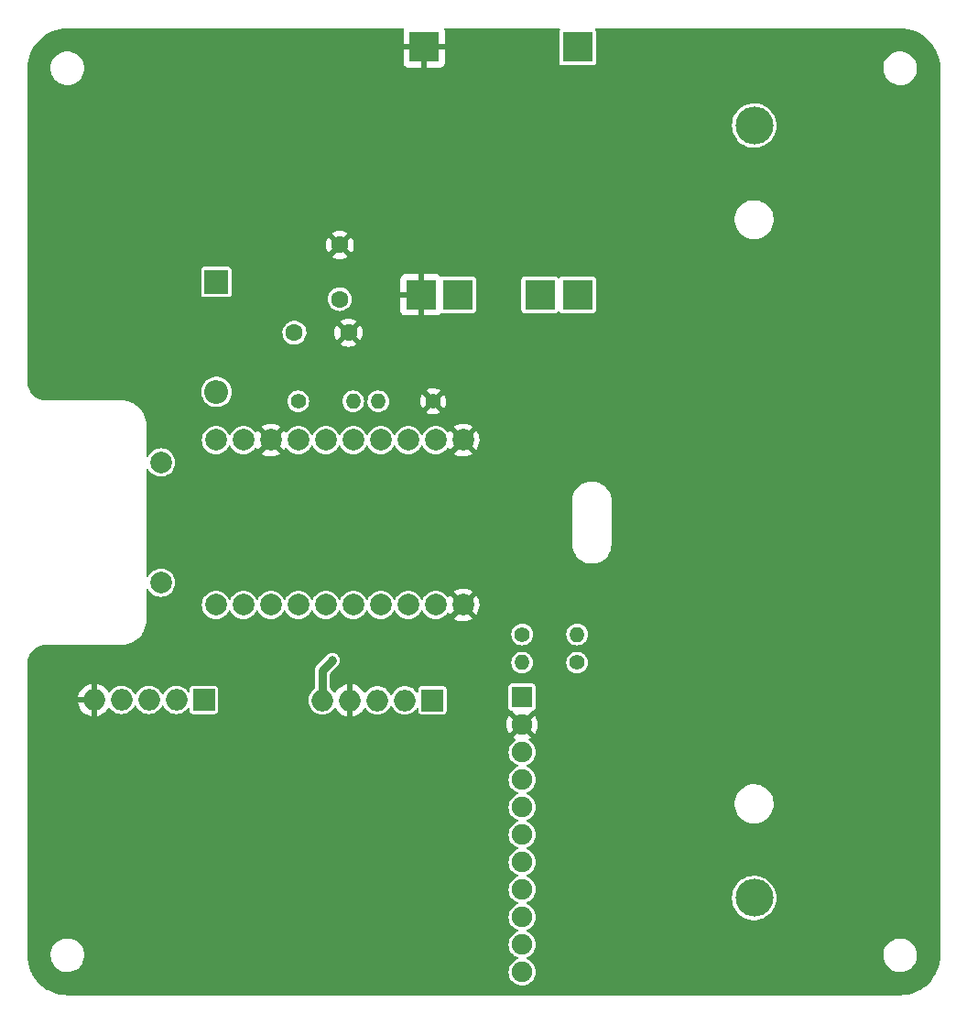
<source format=gbl>
G04 #@! TF.GenerationSoftware,KiCad,Pcbnew,(6.0.9)*
G04 #@! TF.CreationDate,2023-02-01T01:51:34+02:00*
G04 #@! TF.ProjectId,Schematics,53636865-6d61-4746-9963-732e6b696361,rev?*
G04 #@! TF.SameCoordinates,Original*
G04 #@! TF.FileFunction,Copper,L2,Bot*
G04 #@! TF.FilePolarity,Positive*
%FSLAX46Y46*%
G04 Gerber Fmt 4.6, Leading zero omitted, Abs format (unit mm)*
G04 Created by KiCad (PCBNEW (6.0.9)) date 2023-02-01 01:51:34*
%MOMM*%
%LPD*%
G01*
G04 APERTURE LIST*
G04 #@! TA.AperFunction,ComponentPad*
%ADD10O,3.500000X3.500000*%
G04 #@! TD*
G04 #@! TA.AperFunction,ComponentPad*
%ADD11C,1.600000*%
G04 #@! TD*
G04 #@! TA.AperFunction,ComponentPad*
%ADD12R,1.900000X1.900000*%
G04 #@! TD*
G04 #@! TA.AperFunction,ComponentPad*
%ADD13C,1.900000*%
G04 #@! TD*
G04 #@! TA.AperFunction,ComponentPad*
%ADD14R,2.000000X2.000000*%
G04 #@! TD*
G04 #@! TA.AperFunction,ComponentPad*
%ADD15O,2.000000X2.000000*%
G04 #@! TD*
G04 #@! TA.AperFunction,ComponentPad*
%ADD16C,1.400000*%
G04 #@! TD*
G04 #@! TA.AperFunction,ComponentPad*
%ADD17O,1.400000X1.400000*%
G04 #@! TD*
G04 #@! TA.AperFunction,ComponentPad*
%ADD18C,2.000000*%
G04 #@! TD*
G04 #@! TA.AperFunction,ComponentPad*
%ADD19R,2.800000X2.800000*%
G04 #@! TD*
G04 #@! TA.AperFunction,ComponentPad*
%ADD20R,2.200000X2.200000*%
G04 #@! TD*
G04 #@! TA.AperFunction,ComponentPad*
%ADD21O,2.200000X2.200000*%
G04 #@! TD*
G04 #@! TA.AperFunction,ViaPad*
%ADD22C,0.800000*%
G04 #@! TD*
G04 #@! TA.AperFunction,Conductor*
%ADD23C,0.800000*%
G04 #@! TD*
G04 APERTURE END LIST*
D10*
X167500000Y-69300000D03*
X167500000Y-140700000D03*
D11*
X124988000Y-88446000D03*
X129988000Y-88446000D03*
D12*
X146043000Y-122138000D03*
D13*
X146043000Y-124678000D03*
X146043000Y-127218000D03*
X146043000Y-129758000D03*
X146043000Y-132298000D03*
X146043000Y-134838000D03*
X146043000Y-137378000D03*
X146043000Y-139918000D03*
X146043000Y-142458000D03*
X146043000Y-144998000D03*
X146043000Y-147538000D03*
D14*
X137750000Y-122435500D03*
D15*
X135210000Y-122435500D03*
X132670000Y-122435500D03*
X130130000Y-122435500D03*
X127590000Y-122435500D03*
D16*
X151128000Y-118946000D03*
D17*
X146048000Y-118946000D03*
D16*
X137828000Y-94796000D03*
D17*
X132748000Y-94796000D03*
D16*
X125348000Y-94796000D03*
D17*
X130428000Y-94796000D03*
D18*
X130433000Y-98380000D03*
X135513000Y-113620000D03*
X138053000Y-113620000D03*
X117733000Y-113620000D03*
X120273000Y-113620000D03*
X122813000Y-113620000D03*
X125353000Y-113620000D03*
X127893000Y-113620000D03*
X130433000Y-113620000D03*
X127893000Y-98380000D03*
X125353000Y-98380000D03*
X132973000Y-113620000D03*
X138053000Y-98380000D03*
X135513000Y-98380000D03*
X132973000Y-98380000D03*
X140593000Y-113620000D03*
X140593000Y-98380000D03*
X122813000Y-98380000D03*
X120273000Y-98380000D03*
X112653000Y-100440000D03*
X112653000Y-111560000D03*
X117733000Y-98380000D03*
D14*
X116618000Y-122396000D03*
D15*
X114078000Y-122396000D03*
X111538000Y-122396000D03*
X108998000Y-122396000D03*
X106458000Y-122396000D03*
D19*
X151188000Y-62046000D03*
X136988000Y-62046000D03*
X151188000Y-84946000D03*
X147688000Y-84946000D03*
X140088000Y-84946000D03*
X136688000Y-84946000D03*
D11*
X129188000Y-85346000D03*
X129188000Y-80346000D03*
D16*
X146048000Y-116346000D03*
D17*
X151128000Y-116346000D03*
D20*
X117788000Y-83766000D03*
D21*
X117788000Y-93926000D03*
D22*
X125288000Y-81546000D03*
X128488000Y-118746000D03*
D23*
X127590000Y-122435500D02*
X127590000Y-119644000D01*
X127590000Y-119644000D02*
X128488000Y-118746000D01*
G04 #@! TA.AperFunction,Conductor*
G36*
X135098849Y-60319407D02*
G01*
X135134813Y-60368907D01*
X135133358Y-60434251D01*
X135096823Y-60531710D01*
X135093971Y-60543702D01*
X135088289Y-60596009D01*
X135088000Y-60601343D01*
X135088000Y-61780320D01*
X135092122Y-61793005D01*
X135096243Y-61796000D01*
X138872320Y-61796000D01*
X138885005Y-61791878D01*
X138888000Y-61787757D01*
X138888000Y-60601343D01*
X138887711Y-60596009D01*
X138882029Y-60543702D01*
X138879177Y-60531710D01*
X138842642Y-60434251D01*
X138839920Y-60373127D01*
X138873646Y-60322076D01*
X138935342Y-60300500D01*
X149469531Y-60300500D01*
X149527722Y-60319407D01*
X149563686Y-60368907D01*
X149563686Y-60430093D01*
X149546282Y-60458522D01*
X149547381Y-60459274D01*
X149542214Y-60466821D01*
X149535759Y-60473287D01*
X149490494Y-60575673D01*
X149487500Y-60601354D01*
X149487500Y-63490646D01*
X149490618Y-63516846D01*
X149536061Y-63619153D01*
X149615287Y-63698241D01*
X149623645Y-63701936D01*
X149710864Y-63740496D01*
X149710866Y-63740496D01*
X149717673Y-63743506D01*
X149725067Y-63744368D01*
X149740378Y-63746153D01*
X149743354Y-63746500D01*
X152632646Y-63746500D01*
X152650561Y-63744368D01*
X152651469Y-63744260D01*
X152651470Y-63744260D01*
X152658846Y-63743382D01*
X152761153Y-63697939D01*
X152840241Y-63618713D01*
X152885506Y-63516327D01*
X152888500Y-63490646D01*
X152888500Y-60601354D01*
X152885382Y-60575154D01*
X152839939Y-60472847D01*
X152833469Y-60466388D01*
X152828292Y-60458855D01*
X152830432Y-60457384D01*
X152808827Y-60415076D01*
X152818343Y-60354636D01*
X152861568Y-60311331D01*
X152906594Y-60300500D01*
X180965047Y-60300500D01*
X180982236Y-60302004D01*
X181000000Y-60305136D01*
X181008529Y-60303632D01*
X181008530Y-60303632D01*
X181009613Y-60303441D01*
X181031662Y-60302055D01*
X181237897Y-60312187D01*
X181357764Y-60318076D01*
X181367432Y-60319029D01*
X181716922Y-60370871D01*
X181726451Y-60372766D01*
X182069188Y-60458617D01*
X182078485Y-60461437D01*
X182411158Y-60580470D01*
X182420134Y-60584188D01*
X182739538Y-60735254D01*
X182748106Y-60739834D01*
X183051166Y-60921481D01*
X183059235Y-60926873D01*
X183343036Y-61137355D01*
X183350546Y-61143518D01*
X183612338Y-61380792D01*
X183619208Y-61387662D01*
X183856482Y-61649454D01*
X183862645Y-61656964D01*
X184073127Y-61940765D01*
X184078519Y-61948834D01*
X184157769Y-62081054D01*
X184260166Y-62251894D01*
X184264746Y-62260462D01*
X184415812Y-62579866D01*
X184419530Y-62588842D01*
X184538563Y-62921515D01*
X184541383Y-62930812D01*
X184627234Y-63273549D01*
X184629129Y-63283078D01*
X184680971Y-63632568D01*
X184681924Y-63642236D01*
X184686893Y-63743382D01*
X184696848Y-63946000D01*
X184697945Y-63968334D01*
X184696559Y-63990387D01*
X184694864Y-64000000D01*
X184696368Y-64008528D01*
X184697996Y-64017761D01*
X184699500Y-64034953D01*
X184699500Y-145965047D01*
X184697996Y-145982236D01*
X184694864Y-146000000D01*
X184696368Y-146008529D01*
X184696368Y-146008530D01*
X184696559Y-146009613D01*
X184697945Y-146031662D01*
X184690711Y-146178914D01*
X184681924Y-146357764D01*
X184680971Y-146367432D01*
X184629129Y-146716922D01*
X184627234Y-146726451D01*
X184541383Y-147069188D01*
X184538563Y-147078485D01*
X184419530Y-147411158D01*
X184415812Y-147420134D01*
X184264746Y-147739538D01*
X184260166Y-147748106D01*
X184252945Y-147760154D01*
X184078519Y-148051166D01*
X184073127Y-148059235D01*
X183862645Y-148343036D01*
X183856482Y-148350546D01*
X183619208Y-148612338D01*
X183612338Y-148619208D01*
X183350546Y-148856482D01*
X183343036Y-148862645D01*
X183059235Y-149073127D01*
X183051166Y-149078519D01*
X182879348Y-149181503D01*
X182748106Y-149260166D01*
X182739538Y-149264746D01*
X182420134Y-149415812D01*
X182411158Y-149419530D01*
X182078485Y-149538563D01*
X182069188Y-149541383D01*
X181726451Y-149627234D01*
X181716922Y-149629129D01*
X181367432Y-149680971D01*
X181357764Y-149681924D01*
X181237897Y-149687813D01*
X181031662Y-149697945D01*
X181009613Y-149696559D01*
X181008530Y-149696368D01*
X181008529Y-149696368D01*
X181000000Y-149694864D01*
X180982236Y-149697996D01*
X180965047Y-149699500D01*
X104034953Y-149699500D01*
X104017764Y-149697996D01*
X104000000Y-149694864D01*
X103991471Y-149696368D01*
X103991470Y-149696368D01*
X103990387Y-149696559D01*
X103968338Y-149697945D01*
X103762103Y-149687813D01*
X103642236Y-149681924D01*
X103632568Y-149680971D01*
X103283078Y-149629129D01*
X103273549Y-149627234D01*
X102930812Y-149541383D01*
X102921515Y-149538563D01*
X102588842Y-149419530D01*
X102579866Y-149415812D01*
X102260462Y-149264746D01*
X102251894Y-149260166D01*
X102120652Y-149181503D01*
X101948834Y-149078519D01*
X101940765Y-149073127D01*
X101656964Y-148862645D01*
X101649454Y-148856482D01*
X101387662Y-148619208D01*
X101380792Y-148612338D01*
X101143518Y-148350546D01*
X101137355Y-148343036D01*
X100926873Y-148059235D01*
X100921481Y-148051166D01*
X100747055Y-147760154D01*
X100739834Y-147748106D01*
X100735254Y-147739538D01*
X100584188Y-147420134D01*
X100580470Y-147411158D01*
X100461437Y-147078485D01*
X100458617Y-147069188D01*
X100372766Y-146726451D01*
X100370871Y-146716922D01*
X100319029Y-146367432D01*
X100318076Y-146357764D01*
X100309289Y-146178914D01*
X100303167Y-146054288D01*
X102445404Y-146054288D01*
X102445861Y-146058236D01*
X102445861Y-146058241D01*
X102471834Y-146282723D01*
X102474081Y-146302140D01*
X102475161Y-146305958D01*
X102475162Y-146305961D01*
X102516878Y-146453380D01*
X102542017Y-146542219D01*
X102543695Y-146545818D01*
X102543696Y-146545820D01*
X102645780Y-146764742D01*
X102645783Y-146764747D01*
X102647462Y-146768348D01*
X102649697Y-146771637D01*
X102649700Y-146771642D01*
X102662896Y-146791059D01*
X102787706Y-146974710D01*
X102959138Y-147155994D01*
X103157349Y-147307538D01*
X103160852Y-147309416D01*
X103160853Y-147309417D01*
X103359138Y-147415737D01*
X103377239Y-147425443D01*
X103613152Y-147506674D01*
X103794511Y-147538000D01*
X103855942Y-147548611D01*
X103855944Y-147548611D01*
X103859017Y-147549142D01*
X103881989Y-147550185D01*
X103887818Y-147550450D01*
X103887824Y-147550450D01*
X103888922Y-147550500D01*
X104062691Y-147550500D01*
X104064665Y-147550341D01*
X104064669Y-147550341D01*
X104218057Y-147538000D01*
X144787723Y-147538000D01*
X144806793Y-147755977D01*
X144863425Y-147967330D01*
X144955898Y-148165638D01*
X145081402Y-148344877D01*
X145236123Y-148499598D01*
X145351004Y-148580039D01*
X145406944Y-148619208D01*
X145415361Y-148625102D01*
X145613670Y-148717575D01*
X145700220Y-148740766D01*
X145820846Y-148773088D01*
X145820848Y-148773088D01*
X145825023Y-148774207D01*
X146043000Y-148793277D01*
X146260977Y-148774207D01*
X146265152Y-148773088D01*
X146265154Y-148773088D01*
X146385780Y-148740766D01*
X146472330Y-148717575D01*
X146670639Y-148625102D01*
X146679057Y-148619208D01*
X146734996Y-148580039D01*
X146849877Y-148499598D01*
X147004598Y-148344877D01*
X147130102Y-148165638D01*
X147222575Y-147967330D01*
X147279207Y-147755977D01*
X147298277Y-147538000D01*
X147279207Y-147320023D01*
X147222575Y-147108670D01*
X147130102Y-146910362D01*
X147004598Y-146731123D01*
X146849877Y-146576402D01*
X146670639Y-146450898D01*
X146472330Y-146358425D01*
X146473056Y-146356868D01*
X146430168Y-146323360D01*
X146413303Y-146264545D01*
X146434230Y-146207050D01*
X146472954Y-146178914D01*
X146472330Y-146177575D01*
X146670639Y-146085102D01*
X146709001Y-146058241D01*
X146714646Y-146054288D01*
X179445404Y-146054288D01*
X179445861Y-146058236D01*
X179445861Y-146058241D01*
X179471834Y-146282723D01*
X179474081Y-146302140D01*
X179475161Y-146305958D01*
X179475162Y-146305961D01*
X179516878Y-146453380D01*
X179542017Y-146542219D01*
X179543695Y-146545818D01*
X179543696Y-146545820D01*
X179645780Y-146764742D01*
X179645783Y-146764747D01*
X179647462Y-146768348D01*
X179649697Y-146771637D01*
X179649700Y-146771642D01*
X179662896Y-146791059D01*
X179787706Y-146974710D01*
X179959138Y-147155994D01*
X180157349Y-147307538D01*
X180160852Y-147309416D01*
X180160853Y-147309417D01*
X180359138Y-147415737D01*
X180377239Y-147425443D01*
X180613152Y-147506674D01*
X180794511Y-147538000D01*
X180855942Y-147548611D01*
X180855944Y-147548611D01*
X180859017Y-147549142D01*
X180881989Y-147550185D01*
X180887818Y-147550450D01*
X180887824Y-147550450D01*
X180888922Y-147550500D01*
X181062691Y-147550500D01*
X181064665Y-147550341D01*
X181064669Y-147550341D01*
X181244742Y-147535853D01*
X181244747Y-147535852D01*
X181248702Y-147535534D01*
X181252562Y-147534586D01*
X181487140Y-147476968D01*
X181487145Y-147476966D01*
X181491006Y-147476018D01*
X181494667Y-147474464D01*
X181494670Y-147474463D01*
X181717014Y-147380084D01*
X181717016Y-147380083D01*
X181720677Y-147378529D01*
X181931808Y-147245573D01*
X181934788Y-147242946D01*
X181934793Y-147242942D01*
X182115982Y-147083202D01*
X182115983Y-147083201D01*
X182118965Y-147080572D01*
X182277334Y-146887770D01*
X182348938Y-146764742D01*
X182400840Y-146675565D01*
X182400842Y-146675561D01*
X182402840Y-146672128D01*
X182492255Y-146439195D01*
X182509267Y-146357764D01*
X182542464Y-146198859D01*
X182542465Y-146198855D01*
X182543278Y-146194961D01*
X182544068Y-146177575D01*
X182551694Y-146009613D01*
X182554596Y-145945712D01*
X182538781Y-145809018D01*
X182526376Y-145701807D01*
X182526375Y-145701803D01*
X182525919Y-145697860D01*
X182504372Y-145621713D01*
X182459065Y-145461604D01*
X182459064Y-145461602D01*
X182457983Y-145457781D01*
X182456304Y-145454180D01*
X182354220Y-145235258D01*
X182354217Y-145235253D01*
X182352538Y-145231652D01*
X182350303Y-145228363D01*
X182350300Y-145228358D01*
X182214530Y-145028580D01*
X182214529Y-145028579D01*
X182212294Y-145025290D01*
X182040862Y-144844006D01*
X181842651Y-144692462D01*
X181839147Y-144690583D01*
X181626260Y-144576433D01*
X181626258Y-144576432D01*
X181622761Y-144574557D01*
X181386848Y-144493326D01*
X181198500Y-144460793D01*
X181144058Y-144451389D01*
X181144056Y-144451389D01*
X181140983Y-144450858D01*
X181118011Y-144449815D01*
X181112182Y-144449550D01*
X181112176Y-144449550D01*
X181111078Y-144449500D01*
X180937309Y-144449500D01*
X180935335Y-144449659D01*
X180935331Y-144449659D01*
X180755258Y-144464147D01*
X180755253Y-144464148D01*
X180751298Y-144464466D01*
X180747439Y-144465414D01*
X180747438Y-144465414D01*
X180512860Y-144523032D01*
X180512855Y-144523034D01*
X180508994Y-144523982D01*
X180505333Y-144525536D01*
X180505330Y-144525537D01*
X180389846Y-144574557D01*
X180279323Y-144621471D01*
X180068192Y-144754427D01*
X180065212Y-144757054D01*
X180065207Y-144757058D01*
X179884018Y-144916798D01*
X179881035Y-144919428D01*
X179722666Y-145112230D01*
X179597160Y-145327872D01*
X179507745Y-145560805D01*
X179456722Y-145805039D01*
X179445404Y-146054288D01*
X146714646Y-146054288D01*
X146779995Y-146008530D01*
X146849877Y-145959598D01*
X147004598Y-145804877D01*
X147130102Y-145625638D01*
X147222575Y-145427330D01*
X147279207Y-145215977D01*
X147298277Y-144998000D01*
X147279207Y-144780023D01*
X147222575Y-144568670D01*
X147130102Y-144370362D01*
X147004598Y-144191123D01*
X146849877Y-144036402D01*
X146670639Y-143910898D01*
X146472330Y-143818425D01*
X146473056Y-143816868D01*
X146430168Y-143783360D01*
X146413303Y-143724545D01*
X146434230Y-143667050D01*
X146472954Y-143638914D01*
X146472330Y-143637575D01*
X146670639Y-143545102D01*
X146849877Y-143419598D01*
X147004598Y-143264877D01*
X147130102Y-143085638D01*
X147222575Y-142887330D01*
X147267710Y-142718886D01*
X147278088Y-142680154D01*
X147278088Y-142680152D01*
X147279207Y-142675977D01*
X147298277Y-142458000D01*
X147279207Y-142240023D01*
X147222575Y-142028670D01*
X147130102Y-141830362D01*
X147004598Y-141651123D01*
X146849877Y-141496402D01*
X146670639Y-141370898D01*
X146472330Y-141278425D01*
X146473056Y-141276868D01*
X146430168Y-141243360D01*
X146413303Y-141184545D01*
X146434230Y-141127050D01*
X146472954Y-141098914D01*
X146472330Y-141097575D01*
X146628379Y-141024808D01*
X146670639Y-141005102D01*
X146849877Y-140879598D01*
X147004598Y-140724877D01*
X147037088Y-140678477D01*
X165444822Y-140678477D01*
X165445016Y-140681842D01*
X165445016Y-140681846D01*
X165460722Y-140954234D01*
X165460916Y-140957596D01*
X165514741Y-141231948D01*
X165605303Y-141496457D01*
X165730925Y-141746228D01*
X165889282Y-141976639D01*
X165891552Y-141979133D01*
X165891553Y-141979135D01*
X165940424Y-142032843D01*
X166077444Y-142183427D01*
X166291930Y-142362765D01*
X166528771Y-142511335D01*
X166531839Y-142512720D01*
X166531846Y-142512724D01*
X166697358Y-142587455D01*
X166783583Y-142626387D01*
X166786805Y-142627341D01*
X166786812Y-142627344D01*
X167001263Y-142690867D01*
X167051652Y-142705793D01*
X167054977Y-142706302D01*
X167054978Y-142706302D01*
X167324684Y-142747573D01*
X167324687Y-142747573D01*
X167328018Y-142748083D01*
X167331389Y-142748136D01*
X167331390Y-142748136D01*
X167379571Y-142748893D01*
X167607566Y-142752474D01*
X167610903Y-142752070D01*
X167610907Y-142752070D01*
X167881779Y-142719291D01*
X167881784Y-142719290D01*
X167885123Y-142718886D01*
X168155554Y-142647940D01*
X168321590Y-142579165D01*
X168410746Y-142542236D01*
X168410749Y-142542235D01*
X168413855Y-142540948D01*
X168416760Y-142539251D01*
X168416763Y-142539249D01*
X168652329Y-142401595D01*
X168655245Y-142399891D01*
X168875258Y-142227379D01*
X169069823Y-142026603D01*
X169106526Y-141976639D01*
X169136843Y-141935366D01*
X169235340Y-141801280D01*
X169266864Y-141743221D01*
X169367136Y-141558541D01*
X169368745Y-141555578D01*
X169437592Y-141373380D01*
X169466380Y-141297194D01*
X169466381Y-141297190D01*
X169467570Y-141294044D01*
X169512568Y-141097575D01*
X169529234Y-141024808D01*
X169529235Y-141024801D01*
X169529987Y-141021518D01*
X169542653Y-140879598D01*
X169554668Y-140744973D01*
X169554668Y-140744967D01*
X169554840Y-140743043D01*
X169555291Y-140700000D01*
X169536275Y-140421065D01*
X169479579Y-140147292D01*
X169477052Y-140140154D01*
X169387377Y-139886921D01*
X169386253Y-139883746D01*
X169374542Y-139861056D01*
X169259573Y-139638308D01*
X169259570Y-139638302D01*
X169258022Y-139635304D01*
X169154967Y-139488670D01*
X169099200Y-139409322D01*
X169097261Y-139406563D01*
X169079512Y-139387462D01*
X168909238Y-139204226D01*
X168906944Y-139201757D01*
X168690591Y-139024675D01*
X168452208Y-138878594D01*
X168449126Y-138877241D01*
X168199288Y-138767569D01*
X168199284Y-138767567D01*
X168196205Y-138766216D01*
X168093178Y-138736868D01*
X167930571Y-138690548D01*
X167930566Y-138690547D01*
X167927319Y-138689622D01*
X167650526Y-138650229D01*
X167647159Y-138650211D01*
X167647154Y-138650211D01*
X167522187Y-138649557D01*
X167370947Y-138648765D01*
X167093757Y-138685257D01*
X167090506Y-138686146D01*
X167090503Y-138686147D01*
X167027584Y-138703360D01*
X166824083Y-138759032D01*
X166566917Y-138868722D01*
X166327018Y-139012299D01*
X166108823Y-139187106D01*
X165916371Y-139389908D01*
X165914406Y-139392643D01*
X165914404Y-139392645D01*
X165842405Y-139492843D01*
X165753223Y-139616952D01*
X165622398Y-139864038D01*
X165526317Y-140126592D01*
X165466757Y-140399757D01*
X165444822Y-140678477D01*
X147037088Y-140678477D01*
X147130102Y-140545638D01*
X147222575Y-140347330D01*
X147279207Y-140135977D01*
X147298277Y-139918000D01*
X147279207Y-139700023D01*
X147262671Y-139638308D01*
X147223693Y-139492843D01*
X147222575Y-139488670D01*
X147130102Y-139290362D01*
X147004598Y-139111123D01*
X146849877Y-138956402D01*
X146724657Y-138868722D01*
X146674184Y-138833380D01*
X146674182Y-138833379D01*
X146670639Y-138830898D01*
X146472330Y-138738425D01*
X146473056Y-138736868D01*
X146430168Y-138703360D01*
X146413303Y-138644545D01*
X146434230Y-138587050D01*
X146472954Y-138558914D01*
X146472330Y-138557575D01*
X146670639Y-138465102D01*
X146849877Y-138339598D01*
X147004598Y-138184877D01*
X147130102Y-138005638D01*
X147222575Y-137807330D01*
X147279207Y-137595977D01*
X147298277Y-137378000D01*
X147279207Y-137160023D01*
X147222575Y-136948670D01*
X147130102Y-136750362D01*
X147004598Y-136571123D01*
X146849877Y-136416402D01*
X146670639Y-136290898D01*
X146472330Y-136198425D01*
X146473056Y-136196868D01*
X146430168Y-136163360D01*
X146413303Y-136104545D01*
X146434230Y-136047050D01*
X146472954Y-136018914D01*
X146472330Y-136017575D01*
X146670639Y-135925102D01*
X146849877Y-135799598D01*
X147004598Y-135644877D01*
X147130102Y-135465638D01*
X147222575Y-135267330D01*
X147279207Y-135055977D01*
X147298277Y-134838000D01*
X147279207Y-134620023D01*
X147222575Y-134408670D01*
X147130102Y-134210362D01*
X147004598Y-134031123D01*
X146849877Y-133876402D01*
X146670639Y-133750898D01*
X146472330Y-133658425D01*
X146473056Y-133656868D01*
X146430168Y-133623360D01*
X146413303Y-133564545D01*
X146434230Y-133507050D01*
X146472954Y-133478914D01*
X146472330Y-133477575D01*
X146493779Y-133467573D01*
X146670639Y-133385102D01*
X146849877Y-133259598D01*
X147004598Y-133104877D01*
X147130102Y-132925638D01*
X147222575Y-132727330D01*
X147279207Y-132515977D01*
X147298277Y-132298000D01*
X147281849Y-132110226D01*
X165697819Y-132110226D01*
X165733907Y-132375395D01*
X165808792Y-132632317D01*
X165920831Y-132875348D01*
X165922842Y-132878415D01*
X165922844Y-132878419D01*
X165956127Y-132929183D01*
X166067562Y-133099149D01*
X166245760Y-133298803D01*
X166451512Y-133469925D01*
X166680298Y-133608756D01*
X166927091Y-133712245D01*
X166930653Y-133713150D01*
X166930654Y-133713150D01*
X166983830Y-133726655D01*
X167186470Y-133778119D01*
X167190123Y-133778487D01*
X167190124Y-133778487D01*
X167264629Y-133785989D01*
X167408741Y-133800500D01*
X167567944Y-133800500D01*
X167646649Y-133794651D01*
X167763223Y-133785989D01*
X167763229Y-133785988D01*
X167766877Y-133785717D01*
X168027891Y-133726655D01*
X168031308Y-133725326D01*
X168031312Y-133725325D01*
X168273889Y-133630992D01*
X168277309Y-133629662D01*
X168509650Y-133496868D01*
X168532425Y-133478914D01*
X168651424Y-133385102D01*
X168719811Y-133331190D01*
X168722325Y-133328517D01*
X168722331Y-133328512D01*
X168900661Y-133138941D01*
X168903175Y-133136269D01*
X169055714Y-132916385D01*
X169174076Y-132676371D01*
X169255662Y-132421497D01*
X169275073Y-132302309D01*
X169298089Y-132160983D01*
X169298089Y-132160978D01*
X169298678Y-132157364D01*
X169302181Y-131889774D01*
X169298776Y-131864750D01*
X169266587Y-131628237D01*
X169266093Y-131624605D01*
X169191208Y-131367683D01*
X169079169Y-131124652D01*
X169075087Y-131118425D01*
X168934449Y-130903918D01*
X168934448Y-130903916D01*
X168932438Y-130900851D01*
X168884314Y-130846932D01*
X168756683Y-130703934D01*
X168756682Y-130703933D01*
X168754240Y-130701197D01*
X168548488Y-130530075D01*
X168319702Y-130391244D01*
X168072909Y-130287755D01*
X168021407Y-130274675D01*
X167951595Y-130256945D01*
X167813530Y-130221881D01*
X167809877Y-130221513D01*
X167809876Y-130221513D01*
X167718366Y-130212299D01*
X167591259Y-130199500D01*
X167432056Y-130199500D01*
X167353351Y-130205349D01*
X167236777Y-130214011D01*
X167236771Y-130214012D01*
X167233123Y-130214283D01*
X166972109Y-130273345D01*
X166968692Y-130274674D01*
X166968688Y-130274675D01*
X166726111Y-130369008D01*
X166722691Y-130370338D01*
X166490350Y-130503132D01*
X166487460Y-130505410D01*
X166487459Y-130505411D01*
X166416519Y-130561336D01*
X166280189Y-130668810D01*
X166277675Y-130671483D01*
X166277669Y-130671488D01*
X166235285Y-130716544D01*
X166096825Y-130863731D01*
X165944286Y-131083615D01*
X165825924Y-131323629D01*
X165744338Y-131578503D01*
X165701322Y-131842636D01*
X165701274Y-131846301D01*
X165700981Y-131868670D01*
X165697819Y-132110226D01*
X147281849Y-132110226D01*
X147279207Y-132080023D01*
X147222575Y-131868670D01*
X147130102Y-131670362D01*
X147004598Y-131491123D01*
X146849877Y-131336402D01*
X146670639Y-131210898D01*
X146472330Y-131118425D01*
X146473056Y-131116868D01*
X146430168Y-131083360D01*
X146413303Y-131024545D01*
X146434230Y-130967050D01*
X146472954Y-130938914D01*
X146472330Y-130937575D01*
X146670639Y-130845102D01*
X146849877Y-130719598D01*
X147004598Y-130564877D01*
X147126177Y-130391244D01*
X147127620Y-130389183D01*
X147127621Y-130389181D01*
X147130102Y-130385638D01*
X147222575Y-130187330D01*
X147279207Y-129975977D01*
X147298277Y-129758000D01*
X147279207Y-129540023D01*
X147222575Y-129328670D01*
X147130102Y-129130362D01*
X147004598Y-128951123D01*
X146849877Y-128796402D01*
X146670639Y-128670898D01*
X146472330Y-128578425D01*
X146473056Y-128576868D01*
X146430168Y-128543360D01*
X146413303Y-128484545D01*
X146434230Y-128427050D01*
X146472954Y-128398914D01*
X146472330Y-128397575D01*
X146670639Y-128305102D01*
X146849877Y-128179598D01*
X147004598Y-128024877D01*
X147130102Y-127845638D01*
X147222575Y-127647330D01*
X147279207Y-127435977D01*
X147298277Y-127218000D01*
X147279207Y-127000023D01*
X147222575Y-126788670D01*
X147130102Y-126590362D01*
X147004598Y-126411123D01*
X146849877Y-126256402D01*
X146685662Y-126141417D01*
X146648840Y-126092552D01*
X146647772Y-126031376D01*
X146682866Y-125981256D01*
X146698892Y-125971416D01*
X146784359Y-125929547D01*
X146791314Y-125925400D01*
X146863492Y-125873916D01*
X146871426Y-125863194D01*
X146871433Y-125862331D01*
X146867817Y-125856371D01*
X146054086Y-125042639D01*
X146042203Y-125036585D01*
X146037172Y-125037381D01*
X145217500Y-125857053D01*
X145211446Y-125868936D01*
X145211886Y-125871717D01*
X145212072Y-125871949D01*
X145391072Y-125976548D01*
X145431775Y-126022231D01*
X145437852Y-126083114D01*
X145406982Y-126135941D01*
X145397915Y-126143115D01*
X145236123Y-126256402D01*
X145081402Y-126411123D01*
X144955898Y-126590362D01*
X144863425Y-126788670D01*
X144806793Y-127000023D01*
X144787723Y-127218000D01*
X144806793Y-127435977D01*
X144863425Y-127647330D01*
X144955898Y-127845638D01*
X145081402Y-128024877D01*
X145236123Y-128179598D01*
X145415361Y-128305102D01*
X145613670Y-128397575D01*
X145612944Y-128399132D01*
X145655832Y-128432640D01*
X145672697Y-128491455D01*
X145651770Y-128548950D01*
X145613046Y-128577086D01*
X145613670Y-128578425D01*
X145415362Y-128670898D01*
X145236123Y-128796402D01*
X145081402Y-128951123D01*
X144955898Y-129130362D01*
X144863425Y-129328670D01*
X144806793Y-129540023D01*
X144787723Y-129758000D01*
X144806793Y-129975977D01*
X144863425Y-130187330D01*
X144955898Y-130385638D01*
X144958379Y-130389181D01*
X144958380Y-130389183D01*
X144959823Y-130391244D01*
X145081402Y-130564877D01*
X145236123Y-130719598D01*
X145415361Y-130845102D01*
X145613670Y-130937575D01*
X145612944Y-130939132D01*
X145655832Y-130972640D01*
X145672697Y-131031455D01*
X145651770Y-131088950D01*
X145613046Y-131117086D01*
X145613670Y-131118425D01*
X145415362Y-131210898D01*
X145236123Y-131336402D01*
X145081402Y-131491123D01*
X144955898Y-131670362D01*
X144863425Y-131868670D01*
X144806793Y-132080023D01*
X144787723Y-132298000D01*
X144806793Y-132515977D01*
X144863425Y-132727330D01*
X144955898Y-132925638D01*
X145081402Y-133104877D01*
X145236123Y-133259598D01*
X145415361Y-133385102D01*
X145592221Y-133467573D01*
X145613670Y-133477575D01*
X145612944Y-133479132D01*
X145655832Y-133512640D01*
X145672697Y-133571455D01*
X145651770Y-133628950D01*
X145613046Y-133657086D01*
X145613670Y-133658425D01*
X145415362Y-133750898D01*
X145236123Y-133876402D01*
X145081402Y-134031123D01*
X144955898Y-134210362D01*
X144863425Y-134408670D01*
X144806793Y-134620023D01*
X144787723Y-134838000D01*
X144806793Y-135055977D01*
X144863425Y-135267330D01*
X144955898Y-135465638D01*
X145081402Y-135644877D01*
X145236123Y-135799598D01*
X145415361Y-135925102D01*
X145613670Y-136017575D01*
X145612944Y-136019132D01*
X145655832Y-136052640D01*
X145672697Y-136111455D01*
X145651770Y-136168950D01*
X145613046Y-136197086D01*
X145613670Y-136198425D01*
X145415362Y-136290898D01*
X145236123Y-136416402D01*
X145081402Y-136571123D01*
X144955898Y-136750362D01*
X144863425Y-136948670D01*
X144806793Y-137160023D01*
X144787723Y-137378000D01*
X144806793Y-137595977D01*
X144863425Y-137807330D01*
X144955898Y-138005638D01*
X145081402Y-138184877D01*
X145236123Y-138339598D01*
X145415361Y-138465102D01*
X145613670Y-138557575D01*
X145612944Y-138559132D01*
X145655832Y-138592640D01*
X145672697Y-138651455D01*
X145651770Y-138708950D01*
X145613046Y-138737086D01*
X145613670Y-138738425D01*
X145415362Y-138830898D01*
X145411819Y-138833379D01*
X145411817Y-138833380D01*
X145358866Y-138870457D01*
X145236123Y-138956402D01*
X145081402Y-139111123D01*
X144955898Y-139290362D01*
X144863425Y-139488670D01*
X144862307Y-139492843D01*
X144823330Y-139638308D01*
X144806793Y-139700023D01*
X144787723Y-139918000D01*
X144806793Y-140135977D01*
X144863425Y-140347330D01*
X144955898Y-140545638D01*
X145081402Y-140724877D01*
X145236123Y-140879598D01*
X145415361Y-141005102D01*
X145457621Y-141024808D01*
X145613670Y-141097575D01*
X145612944Y-141099132D01*
X145655832Y-141132640D01*
X145672697Y-141191455D01*
X145651770Y-141248950D01*
X145613046Y-141277086D01*
X145613670Y-141278425D01*
X145415362Y-141370898D01*
X145236123Y-141496402D01*
X145081402Y-141651123D01*
X144955898Y-141830362D01*
X144863425Y-142028670D01*
X144806793Y-142240023D01*
X144787723Y-142458000D01*
X144806793Y-142675977D01*
X144807912Y-142680152D01*
X144807912Y-142680154D01*
X144818290Y-142718886D01*
X144863425Y-142887330D01*
X144955898Y-143085638D01*
X145081402Y-143264877D01*
X145236123Y-143419598D01*
X145415361Y-143545102D01*
X145613670Y-143637575D01*
X145612944Y-143639132D01*
X145655832Y-143672640D01*
X145672697Y-143731455D01*
X145651770Y-143788950D01*
X145613046Y-143817086D01*
X145613670Y-143818425D01*
X145415362Y-143910898D01*
X145236123Y-144036402D01*
X145081402Y-144191123D01*
X144955898Y-144370362D01*
X144863425Y-144568670D01*
X144806793Y-144780023D01*
X144787723Y-144998000D01*
X144806793Y-145215977D01*
X144863425Y-145427330D01*
X144955898Y-145625638D01*
X145081402Y-145804877D01*
X145236123Y-145959598D01*
X145306005Y-146008530D01*
X145377000Y-146058241D01*
X145415361Y-146085102D01*
X145613670Y-146177575D01*
X145612944Y-146179132D01*
X145655832Y-146212640D01*
X145672697Y-146271455D01*
X145651770Y-146328950D01*
X145613046Y-146357086D01*
X145613670Y-146358425D01*
X145415362Y-146450898D01*
X145236123Y-146576402D01*
X145081402Y-146731123D01*
X144955898Y-146910362D01*
X144863425Y-147108670D01*
X144806793Y-147320023D01*
X144787723Y-147538000D01*
X104218057Y-147538000D01*
X104244742Y-147535853D01*
X104244747Y-147535852D01*
X104248702Y-147535534D01*
X104252562Y-147534586D01*
X104487140Y-147476968D01*
X104487145Y-147476966D01*
X104491006Y-147476018D01*
X104494667Y-147474464D01*
X104494670Y-147474463D01*
X104717014Y-147380084D01*
X104717016Y-147380083D01*
X104720677Y-147378529D01*
X104931808Y-147245573D01*
X104934788Y-147242946D01*
X104934793Y-147242942D01*
X105115982Y-147083202D01*
X105115983Y-147083201D01*
X105118965Y-147080572D01*
X105277334Y-146887770D01*
X105348938Y-146764742D01*
X105400840Y-146675565D01*
X105400842Y-146675561D01*
X105402840Y-146672128D01*
X105492255Y-146439195D01*
X105509267Y-146357764D01*
X105542464Y-146198859D01*
X105542465Y-146198855D01*
X105543278Y-146194961D01*
X105544068Y-146177575D01*
X105551694Y-146009613D01*
X105554596Y-145945712D01*
X105538781Y-145809018D01*
X105526376Y-145701807D01*
X105526375Y-145701803D01*
X105525919Y-145697860D01*
X105504372Y-145621713D01*
X105459065Y-145461604D01*
X105459064Y-145461602D01*
X105457983Y-145457781D01*
X105456304Y-145454180D01*
X105354220Y-145235258D01*
X105354217Y-145235253D01*
X105352538Y-145231652D01*
X105350303Y-145228363D01*
X105350300Y-145228358D01*
X105214530Y-145028580D01*
X105214529Y-145028579D01*
X105212294Y-145025290D01*
X105040862Y-144844006D01*
X104842651Y-144692462D01*
X104839147Y-144690583D01*
X104626260Y-144576433D01*
X104626258Y-144576432D01*
X104622761Y-144574557D01*
X104386848Y-144493326D01*
X104198500Y-144460793D01*
X104144058Y-144451389D01*
X104144056Y-144451389D01*
X104140983Y-144450858D01*
X104118011Y-144449815D01*
X104112182Y-144449550D01*
X104112176Y-144449550D01*
X104111078Y-144449500D01*
X103937309Y-144449500D01*
X103935335Y-144449659D01*
X103935331Y-144449659D01*
X103755258Y-144464147D01*
X103755253Y-144464148D01*
X103751298Y-144464466D01*
X103747439Y-144465414D01*
X103747438Y-144465414D01*
X103512860Y-144523032D01*
X103512855Y-144523034D01*
X103508994Y-144523982D01*
X103505333Y-144525536D01*
X103505330Y-144525537D01*
X103389846Y-144574557D01*
X103279323Y-144621471D01*
X103068192Y-144754427D01*
X103065212Y-144757054D01*
X103065207Y-144757058D01*
X102884018Y-144916798D01*
X102881035Y-144919428D01*
X102722666Y-145112230D01*
X102597160Y-145327872D01*
X102507745Y-145560805D01*
X102456722Y-145805039D01*
X102445404Y-146054288D01*
X100303167Y-146054288D01*
X100302055Y-146031662D01*
X100303441Y-146009613D01*
X100303632Y-146008530D01*
X100303632Y-146008529D01*
X100305136Y-146000000D01*
X100302004Y-145982236D01*
X100300500Y-145965047D01*
X100300500Y-124646504D01*
X144588699Y-124646504D01*
X144601958Y-124876444D01*
X144603083Y-124884450D01*
X144653717Y-125109130D01*
X144656140Y-125116864D01*
X144742785Y-125330245D01*
X144746439Y-125337479D01*
X144845977Y-125499908D01*
X144855663Y-125508181D01*
X144863849Y-125503597D01*
X145678361Y-124689086D01*
X145683603Y-124678797D01*
X146401585Y-124678797D01*
X146402381Y-124683828D01*
X147218759Y-125500205D01*
X147230642Y-125506259D01*
X147231587Y-125506110D01*
X147236759Y-125501669D01*
X147287784Y-125430660D01*
X147291951Y-125423723D01*
X147393996Y-125217252D01*
X147396976Y-125209728D01*
X147463930Y-124989355D01*
X147465640Y-124981442D01*
X147495887Y-124751694D01*
X147496297Y-124746430D01*
X147497904Y-124680641D01*
X147497753Y-124675371D01*
X147478765Y-124444413D01*
X147477443Y-124436427D01*
X147421336Y-124213059D01*
X147418723Y-124205383D01*
X147326891Y-123994183D01*
X147323058Y-123987036D01*
X147239053Y-123857183D01*
X147228863Y-123848902D01*
X147221288Y-123853266D01*
X146407639Y-124666914D01*
X146401585Y-124678797D01*
X145683603Y-124678797D01*
X145684415Y-124677203D01*
X145683619Y-124672172D01*
X144867209Y-123855763D01*
X144855326Y-123849709D01*
X144855027Y-123849756D01*
X144849100Y-123854972D01*
X144780202Y-123955972D01*
X144776200Y-123963018D01*
X144679234Y-124171915D01*
X144676436Y-124179520D01*
X144614891Y-124401442D01*
X144613370Y-124409416D01*
X144588897Y-124638413D01*
X144588699Y-124646504D01*
X100300500Y-124646504D01*
X100300500Y-122659014D01*
X104979573Y-122659014D01*
X105020841Y-122842134D01*
X105023264Y-122849868D01*
X105113001Y-123070864D01*
X105116658Y-123078104D01*
X105241285Y-123281476D01*
X105246075Y-123288021D01*
X105402242Y-123468305D01*
X105408036Y-123473979D01*
X105591564Y-123626347D01*
X105598194Y-123630989D01*
X105804146Y-123751337D01*
X105811441Y-123754833D01*
X106034279Y-123839926D01*
X106042060Y-123842187D01*
X106192634Y-123872822D01*
X106205846Y-123871316D01*
X106208000Y-123863136D01*
X106208000Y-123860632D01*
X106708000Y-123860632D01*
X106712122Y-123873317D01*
X106713650Y-123874428D01*
X106718884Y-123874918D01*
X106766904Y-123868767D01*
X106774834Y-123867081D01*
X107003294Y-123798539D01*
X107010842Y-123795581D01*
X107225050Y-123690643D01*
X107232005Y-123686496D01*
X107426198Y-123547980D01*
X107432382Y-123542754D01*
X107601347Y-123374378D01*
X107606592Y-123368215D01*
X107745787Y-123174505D01*
X107749956Y-123167566D01*
X107758972Y-123149324D01*
X107801705Y-123105535D01*
X107862016Y-123095226D01*
X107916868Y-123122336D01*
X107928816Y-123136400D01*
X107997953Y-123235139D01*
X108158861Y-123396047D01*
X108162399Y-123398524D01*
X108162401Y-123398526D01*
X108341721Y-123524086D01*
X108345266Y-123526568D01*
X108551504Y-123622739D01*
X108622589Y-123641786D01*
X108767131Y-123680516D01*
X108767133Y-123680516D01*
X108771308Y-123681635D01*
X108998000Y-123701468D01*
X109224692Y-123681635D01*
X109228867Y-123680516D01*
X109228869Y-123680516D01*
X109373411Y-123641786D01*
X109444496Y-123622739D01*
X109650734Y-123526568D01*
X109654279Y-123524086D01*
X109833599Y-123398526D01*
X109833601Y-123398524D01*
X109837139Y-123396047D01*
X109998047Y-123235139D01*
X110000527Y-123231598D01*
X110126086Y-123052279D01*
X110126087Y-123052277D01*
X110128568Y-123048734D01*
X110178277Y-122942134D01*
X110220004Y-122897387D01*
X110280065Y-122885713D01*
X110335518Y-122911571D01*
X110357723Y-122942134D01*
X110407432Y-123048734D01*
X110409913Y-123052277D01*
X110409914Y-123052279D01*
X110535474Y-123231598D01*
X110537953Y-123235139D01*
X110698861Y-123396047D01*
X110702399Y-123398524D01*
X110702401Y-123398526D01*
X110881721Y-123524086D01*
X110885266Y-123526568D01*
X111091504Y-123622739D01*
X111162589Y-123641786D01*
X111307131Y-123680516D01*
X111307133Y-123680516D01*
X111311308Y-123681635D01*
X111538000Y-123701468D01*
X111764692Y-123681635D01*
X111768867Y-123680516D01*
X111768869Y-123680516D01*
X111913411Y-123641786D01*
X111984496Y-123622739D01*
X112190734Y-123526568D01*
X112194279Y-123524086D01*
X112373599Y-123398526D01*
X112373601Y-123398524D01*
X112377139Y-123396047D01*
X112538047Y-123235139D01*
X112540527Y-123231598D01*
X112666086Y-123052279D01*
X112666087Y-123052277D01*
X112668568Y-123048734D01*
X112718277Y-122942134D01*
X112760004Y-122897387D01*
X112820065Y-122885713D01*
X112875518Y-122911571D01*
X112897723Y-122942134D01*
X112947432Y-123048734D01*
X112949913Y-123052277D01*
X112949914Y-123052279D01*
X113075474Y-123231598D01*
X113077953Y-123235139D01*
X113238861Y-123396047D01*
X113242399Y-123398524D01*
X113242401Y-123398526D01*
X113421721Y-123524086D01*
X113425266Y-123526568D01*
X113631504Y-123622739D01*
X113702589Y-123641786D01*
X113847131Y-123680516D01*
X113847133Y-123680516D01*
X113851308Y-123681635D01*
X114078000Y-123701468D01*
X114304692Y-123681635D01*
X114308867Y-123680516D01*
X114308869Y-123680516D01*
X114453411Y-123641786D01*
X114524496Y-123622739D01*
X114730734Y-123526568D01*
X114734279Y-123524086D01*
X114913599Y-123398526D01*
X114913601Y-123398524D01*
X114917139Y-123396047D01*
X115078047Y-123235139D01*
X115129374Y-123161836D01*
X115137404Y-123150368D01*
X115186269Y-123113546D01*
X115247445Y-123112478D01*
X115297565Y-123147572D01*
X115317500Y-123207152D01*
X115317500Y-123440646D01*
X115320618Y-123466846D01*
X115366061Y-123569153D01*
X115372529Y-123575610D01*
X115372530Y-123575611D01*
X115397259Y-123600297D01*
X115445287Y-123648241D01*
X115453645Y-123651936D01*
X115540864Y-123690496D01*
X115540866Y-123690496D01*
X115547673Y-123693506D01*
X115555067Y-123694368D01*
X115570378Y-123696153D01*
X115573354Y-123696500D01*
X117662646Y-123696500D01*
X117680561Y-123694368D01*
X117681469Y-123694260D01*
X117681470Y-123694260D01*
X117688846Y-123693382D01*
X117791153Y-123647939D01*
X117808074Y-123630989D01*
X117851507Y-123587480D01*
X117870241Y-123568713D01*
X117908109Y-123483058D01*
X117912496Y-123473136D01*
X117912496Y-123473134D01*
X117915506Y-123466327D01*
X117918500Y-123440646D01*
X117918500Y-122435500D01*
X126284532Y-122435500D01*
X126304365Y-122662192D01*
X126363261Y-122881996D01*
X126459432Y-123088234D01*
X126461913Y-123091777D01*
X126461914Y-123091779D01*
X126587474Y-123271098D01*
X126589953Y-123274639D01*
X126750861Y-123435547D01*
X126754399Y-123438024D01*
X126754401Y-123438026D01*
X126883467Y-123528398D01*
X126937266Y-123566068D01*
X127143504Y-123662239D01*
X127214589Y-123681286D01*
X127359131Y-123720016D01*
X127359133Y-123720016D01*
X127363308Y-123721135D01*
X127590000Y-123740968D01*
X127816692Y-123721135D01*
X127820867Y-123720016D01*
X127820869Y-123720016D01*
X127965411Y-123681286D01*
X128036496Y-123662239D01*
X128242734Y-123566068D01*
X128296533Y-123528398D01*
X128425599Y-123438026D01*
X128425601Y-123438024D01*
X128429139Y-123435547D01*
X128590047Y-123274639D01*
X128592527Y-123271098D01*
X128650135Y-123188824D01*
X128660672Y-123173775D01*
X128709536Y-123136953D01*
X128770712Y-123135885D01*
X128820833Y-123170979D01*
X128826179Y-123178832D01*
X128913285Y-123320976D01*
X128918075Y-123327521D01*
X129074242Y-123507805D01*
X129080036Y-123513479D01*
X129263564Y-123665847D01*
X129270194Y-123670489D01*
X129476146Y-123790837D01*
X129483441Y-123794333D01*
X129706279Y-123879426D01*
X129714060Y-123881687D01*
X129864634Y-123912322D01*
X129877846Y-123910816D01*
X129880000Y-123902636D01*
X129880000Y-123900132D01*
X130380000Y-123900132D01*
X130384122Y-123912817D01*
X130385650Y-123913928D01*
X130390884Y-123914418D01*
X130438904Y-123908267D01*
X130446834Y-123906581D01*
X130675294Y-123838039D01*
X130682842Y-123835081D01*
X130897050Y-123730143D01*
X130904005Y-123725996D01*
X131098198Y-123587480D01*
X131104382Y-123582254D01*
X131273347Y-123413878D01*
X131278592Y-123407715D01*
X131417787Y-123214005D01*
X131421956Y-123207066D01*
X131430972Y-123188824D01*
X131473705Y-123145035D01*
X131534016Y-123134726D01*
X131588868Y-123161836D01*
X131600816Y-123175900D01*
X131669953Y-123274639D01*
X131830861Y-123435547D01*
X131834399Y-123438024D01*
X131834401Y-123438026D01*
X131963467Y-123528398D01*
X132017266Y-123566068D01*
X132223504Y-123662239D01*
X132294589Y-123681286D01*
X132439131Y-123720016D01*
X132439133Y-123720016D01*
X132443308Y-123721135D01*
X132670000Y-123740968D01*
X132896692Y-123721135D01*
X132900867Y-123720016D01*
X132900869Y-123720016D01*
X133045411Y-123681286D01*
X133116496Y-123662239D01*
X133322734Y-123566068D01*
X133376533Y-123528398D01*
X133505599Y-123438026D01*
X133505601Y-123438024D01*
X133509139Y-123435547D01*
X133670047Y-123274639D01*
X133672527Y-123271098D01*
X133798086Y-123091779D01*
X133798087Y-123091777D01*
X133800568Y-123088234D01*
X133850277Y-122981634D01*
X133892004Y-122936887D01*
X133952065Y-122925213D01*
X134007518Y-122951071D01*
X134029723Y-122981634D01*
X134079432Y-123088234D01*
X134081913Y-123091777D01*
X134081914Y-123091779D01*
X134207474Y-123271098D01*
X134209953Y-123274639D01*
X134370861Y-123435547D01*
X134374399Y-123438024D01*
X134374401Y-123438026D01*
X134503467Y-123528398D01*
X134557266Y-123566068D01*
X134763504Y-123662239D01*
X134834589Y-123681286D01*
X134979131Y-123720016D01*
X134979133Y-123720016D01*
X134983308Y-123721135D01*
X135210000Y-123740968D01*
X135436692Y-123721135D01*
X135440867Y-123720016D01*
X135440869Y-123720016D01*
X135585411Y-123681286D01*
X135656496Y-123662239D01*
X135862734Y-123566068D01*
X135916533Y-123528398D01*
X136045599Y-123438026D01*
X136045601Y-123438024D01*
X136049139Y-123435547D01*
X136210047Y-123274639D01*
X136252503Y-123214005D01*
X136269404Y-123189868D01*
X136318269Y-123153046D01*
X136379445Y-123151978D01*
X136429565Y-123187072D01*
X136449500Y-123246652D01*
X136449500Y-123480146D01*
X136452618Y-123506346D01*
X136498061Y-123608653D01*
X136504529Y-123615110D01*
X136504530Y-123615111D01*
X136515786Y-123626347D01*
X136577287Y-123687741D01*
X136592277Y-123694368D01*
X136672864Y-123729996D01*
X136672866Y-123729996D01*
X136679673Y-123733006D01*
X136687067Y-123733868D01*
X136702378Y-123735653D01*
X136705354Y-123736000D01*
X138794646Y-123736000D01*
X138812561Y-123733868D01*
X138813469Y-123733760D01*
X138813470Y-123733760D01*
X138820846Y-123732882D01*
X138923153Y-123687439D01*
X138940074Y-123670489D01*
X138979505Y-123630989D01*
X139002241Y-123608213D01*
X139016845Y-123575179D01*
X139044496Y-123512636D01*
X139044496Y-123512634D01*
X139047506Y-123505827D01*
X139050500Y-123480146D01*
X139050500Y-123132646D01*
X144792500Y-123132646D01*
X144795618Y-123158846D01*
X144841061Y-123261153D01*
X144847529Y-123267610D01*
X144847530Y-123267611D01*
X144857630Y-123277693D01*
X144920287Y-123340241D01*
X144928645Y-123343936D01*
X145015864Y-123382496D01*
X145015866Y-123382496D01*
X145022673Y-123385506D01*
X145030067Y-123386368D01*
X145045378Y-123388153D01*
X145048354Y-123388500D01*
X145115029Y-123388500D01*
X145173220Y-123407407D01*
X145209184Y-123456907D01*
X145214017Y-123485945D01*
X145214139Y-123493706D01*
X145217252Y-123498698D01*
X146031914Y-124313361D01*
X146043797Y-124319415D01*
X146048828Y-124318619D01*
X146866780Y-123500666D01*
X146879363Y-123475969D01*
X146884656Y-123442553D01*
X146927922Y-123399290D01*
X146972865Y-123388500D01*
X147037646Y-123388500D01*
X147055561Y-123386368D01*
X147056469Y-123386260D01*
X147056470Y-123386260D01*
X147063846Y-123385382D01*
X147166153Y-123339939D01*
X147178550Y-123327521D01*
X147206024Y-123299998D01*
X147245241Y-123260713D01*
X147268920Y-123207152D01*
X147287496Y-123165136D01*
X147287496Y-123165134D01*
X147290506Y-123158327D01*
X147293500Y-123132646D01*
X147293500Y-121143354D01*
X147290382Y-121117154D01*
X147244939Y-121014847D01*
X147209612Y-120979581D01*
X147172179Y-120942214D01*
X147165713Y-120935759D01*
X147129138Y-120919589D01*
X147070136Y-120893504D01*
X147070134Y-120893504D01*
X147063327Y-120890494D01*
X147049322Y-120888861D01*
X147040494Y-120887832D01*
X147040493Y-120887832D01*
X147037646Y-120887500D01*
X145048354Y-120887500D01*
X145031951Y-120889452D01*
X145029531Y-120889740D01*
X145029530Y-120889740D01*
X145022154Y-120890618D01*
X144919847Y-120936061D01*
X144840759Y-121015287D01*
X144837064Y-121023645D01*
X144798892Y-121109988D01*
X144795494Y-121117673D01*
X144792500Y-121143354D01*
X144792500Y-123132646D01*
X139050500Y-123132646D01*
X139050500Y-121390854D01*
X139047382Y-121364654D01*
X139001939Y-121262347D01*
X138971184Y-121231645D01*
X138948259Y-121208761D01*
X138922713Y-121183259D01*
X138888522Y-121168143D01*
X138827136Y-121141004D01*
X138827134Y-121141004D01*
X138820327Y-121137994D01*
X138806322Y-121136361D01*
X138797494Y-121135332D01*
X138797493Y-121135332D01*
X138794646Y-121135000D01*
X136705354Y-121135000D01*
X136688951Y-121136952D01*
X136686531Y-121137240D01*
X136686530Y-121137240D01*
X136679154Y-121138118D01*
X136576847Y-121183561D01*
X136497759Y-121262787D01*
X136494064Y-121271145D01*
X136459863Y-121348506D01*
X136452494Y-121365173D01*
X136449500Y-121390854D01*
X136449500Y-121624348D01*
X136430593Y-121682539D01*
X136381093Y-121718503D01*
X136319907Y-121718503D01*
X136269404Y-121681132D01*
X136241746Y-121641632D01*
X136210047Y-121596361D01*
X136049139Y-121435453D01*
X135997089Y-121399007D01*
X135866279Y-121307414D01*
X135866277Y-121307413D01*
X135862734Y-121304932D01*
X135656496Y-121208761D01*
X135547531Y-121179564D01*
X135440869Y-121150984D01*
X135440867Y-121150984D01*
X135436692Y-121149865D01*
X135210000Y-121130032D01*
X134983308Y-121149865D01*
X134979133Y-121150984D01*
X134979131Y-121150984D01*
X134872469Y-121179564D01*
X134763504Y-121208761D01*
X134557266Y-121304932D01*
X134553723Y-121307413D01*
X134553721Y-121307414D01*
X134422912Y-121399007D01*
X134370861Y-121435453D01*
X134209953Y-121596361D01*
X134207476Y-121599899D01*
X134207474Y-121599901D01*
X134142216Y-121693100D01*
X134079432Y-121782766D01*
X134033891Y-121880429D01*
X134029724Y-121889365D01*
X133987996Y-121934113D01*
X133927935Y-121945787D01*
X133872482Y-121919929D01*
X133850276Y-121889365D01*
X133846109Y-121880429D01*
X133800568Y-121782766D01*
X133737784Y-121693100D01*
X133672526Y-121599901D01*
X133672524Y-121599899D01*
X133670047Y-121596361D01*
X133509139Y-121435453D01*
X133457089Y-121399007D01*
X133326279Y-121307414D01*
X133326277Y-121307413D01*
X133322734Y-121304932D01*
X133116496Y-121208761D01*
X133007531Y-121179564D01*
X132900869Y-121150984D01*
X132900867Y-121150984D01*
X132896692Y-121149865D01*
X132670000Y-121130032D01*
X132443308Y-121149865D01*
X132439133Y-121150984D01*
X132439131Y-121150984D01*
X132332469Y-121179564D01*
X132223504Y-121208761D01*
X132017266Y-121304932D01*
X132013723Y-121307413D01*
X132013721Y-121307414D01*
X131882912Y-121399007D01*
X131830861Y-121435453D01*
X131669953Y-121596361D01*
X131627999Y-121656278D01*
X131600341Y-121695778D01*
X131551477Y-121732600D01*
X131490301Y-121733668D01*
X131440180Y-121698574D01*
X131436123Y-121692768D01*
X131324717Y-121520559D01*
X131319771Y-121514137D01*
X131159241Y-121337718D01*
X131153315Y-121332191D01*
X130966120Y-121184353D01*
X130959376Y-121179873D01*
X130750550Y-121064595D01*
X130743158Y-121061273D01*
X130518318Y-120981652D01*
X130510479Y-120979581D01*
X130395436Y-120959089D01*
X130382226Y-120960922D01*
X130381805Y-120961326D01*
X130380000Y-120968540D01*
X130380000Y-123900132D01*
X129880000Y-123900132D01*
X129880000Y-120971894D01*
X129875878Y-120959209D01*
X129874877Y-120958481D01*
X129868549Y-120957966D01*
X129785207Y-120970720D01*
X129777321Y-120972599D01*
X129550591Y-121046705D01*
X129543134Y-121049840D01*
X129331551Y-121159983D01*
X129324695Y-121164301D01*
X129133951Y-121307515D01*
X129127887Y-121312899D01*
X128963097Y-121485343D01*
X128957994Y-121491644D01*
X128821288Y-121692048D01*
X128819568Y-121690875D01*
X128780192Y-121726901D01*
X128719395Y-121733780D01*
X128666165Y-121703610D01*
X128658111Y-121693567D01*
X128621746Y-121641632D01*
X128590047Y-121596361D01*
X128429139Y-121435453D01*
X128425599Y-121432974D01*
X128425594Y-121432970D01*
X128332717Y-121367938D01*
X128295894Y-121319074D01*
X128290500Y-121286842D01*
X128290500Y-119975164D01*
X128309407Y-119916973D01*
X128319496Y-119905160D01*
X128630837Y-119593820D01*
X128960814Y-119263843D01*
X128966522Y-119258567D01*
X129002888Y-119227508D01*
X129002891Y-119227505D01*
X129007423Y-119223634D01*
X129041139Y-119176714D01*
X129047112Y-119168402D01*
X129049601Y-119165087D01*
X129087901Y-119116240D01*
X129091584Y-119111543D01*
X129094041Y-119106102D01*
X129096476Y-119102081D01*
X129100602Y-119094935D01*
X129102879Y-119090794D01*
X129106361Y-119085947D01*
X129131739Y-119022817D01*
X129133357Y-119019024D01*
X129158897Y-118962462D01*
X129158899Y-118962455D01*
X129161355Y-118957016D01*
X129162443Y-118951143D01*
X129163875Y-118946574D01*
X129166155Y-118938725D01*
X129167376Y-118934169D01*
X129168263Y-118931963D01*
X145042757Y-118931963D01*
X145047374Y-118986944D01*
X145057837Y-119111543D01*
X145059175Y-119127483D01*
X145060508Y-119132131D01*
X145060508Y-119132132D01*
X145110269Y-119305666D01*
X145113258Y-119316091D01*
X145115473Y-119320401D01*
X145200731Y-119486296D01*
X145200734Y-119486300D01*
X145202944Y-119490601D01*
X145324818Y-119644369D01*
X145328505Y-119647507D01*
X145328507Y-119647509D01*
X145470550Y-119768397D01*
X145470555Y-119768400D01*
X145474238Y-119771535D01*
X145478460Y-119773895D01*
X145478465Y-119773898D01*
X145519838Y-119797020D01*
X145645513Y-119867257D01*
X145746549Y-119900086D01*
X145827513Y-119926393D01*
X145827516Y-119926394D01*
X145832118Y-119927889D01*
X146026946Y-119951121D01*
X146031768Y-119950750D01*
X146031771Y-119950750D01*
X146217748Y-119936440D01*
X146217753Y-119936439D01*
X146222576Y-119936068D01*
X146411556Y-119883303D01*
X146415869Y-119881124D01*
X146415875Y-119881122D01*
X146582368Y-119797020D01*
X146582370Y-119797018D01*
X146586689Y-119794837D01*
X146613490Y-119773898D01*
X146737487Y-119677022D01*
X146737491Y-119677018D01*
X146741303Y-119674040D01*
X146749306Y-119664769D01*
X146866345Y-119529177D01*
X146866347Y-119529175D01*
X146869509Y-119525511D01*
X146871902Y-119521299D01*
X146964036Y-119359115D01*
X146964037Y-119359112D01*
X146966425Y-119354909D01*
X146977905Y-119320401D01*
X147026831Y-119173323D01*
X147026831Y-119173321D01*
X147028358Y-119168732D01*
X147052949Y-118974071D01*
X147053341Y-118946000D01*
X147052990Y-118942415D01*
X147051965Y-118931963D01*
X150122757Y-118931963D01*
X150127374Y-118986944D01*
X150137837Y-119111543D01*
X150139175Y-119127483D01*
X150140508Y-119132131D01*
X150140508Y-119132132D01*
X150190269Y-119305666D01*
X150193258Y-119316091D01*
X150195473Y-119320401D01*
X150280731Y-119486296D01*
X150280734Y-119486300D01*
X150282944Y-119490601D01*
X150404818Y-119644369D01*
X150408505Y-119647507D01*
X150408507Y-119647509D01*
X150550550Y-119768397D01*
X150550555Y-119768400D01*
X150554238Y-119771535D01*
X150558460Y-119773895D01*
X150558465Y-119773898D01*
X150599838Y-119797020D01*
X150725513Y-119867257D01*
X150826549Y-119900086D01*
X150907513Y-119926393D01*
X150907516Y-119926394D01*
X150912118Y-119927889D01*
X151106946Y-119951121D01*
X151111768Y-119950750D01*
X151111771Y-119950750D01*
X151297748Y-119936440D01*
X151297753Y-119936439D01*
X151302576Y-119936068D01*
X151491556Y-119883303D01*
X151495869Y-119881124D01*
X151495875Y-119881122D01*
X151662368Y-119797020D01*
X151662370Y-119797018D01*
X151666689Y-119794837D01*
X151693490Y-119773898D01*
X151817487Y-119677022D01*
X151817491Y-119677018D01*
X151821303Y-119674040D01*
X151829306Y-119664769D01*
X151946345Y-119529177D01*
X151946347Y-119529175D01*
X151949509Y-119525511D01*
X151951902Y-119521299D01*
X152044036Y-119359115D01*
X152044037Y-119359112D01*
X152046425Y-119354909D01*
X152057905Y-119320401D01*
X152106831Y-119173323D01*
X152106831Y-119173321D01*
X152108358Y-119168732D01*
X152132949Y-118974071D01*
X152133341Y-118946000D01*
X152132990Y-118942415D01*
X152115612Y-118765194D01*
X152114194Y-118750728D01*
X152057484Y-118562894D01*
X151965370Y-118389653D01*
X151907442Y-118318625D01*
X151844422Y-118241355D01*
X151844421Y-118241354D01*
X151841361Y-118237602D01*
X151690180Y-118112535D01*
X151577004Y-118051341D01*
X151521839Y-118021513D01*
X151521838Y-118021513D01*
X151517585Y-118019213D01*
X151330152Y-117961193D01*
X151325342Y-117960687D01*
X151325340Y-117960687D01*
X151139835Y-117941189D01*
X151139833Y-117941189D01*
X151135019Y-117940683D01*
X151070891Y-117946519D01*
X150944438Y-117958027D01*
X150944435Y-117958028D01*
X150939618Y-117958466D01*
X150934976Y-117959832D01*
X150934972Y-117959833D01*
X150756040Y-118012496D01*
X150756037Y-118012497D01*
X150751393Y-118013864D01*
X150577512Y-118104767D01*
X150573743Y-118107797D01*
X150573742Y-118107798D01*
X150565231Y-118114641D01*
X150424600Y-118227711D01*
X150398186Y-118259190D01*
X150301589Y-118374310D01*
X150301586Y-118374314D01*
X150298480Y-118378016D01*
X150203956Y-118549954D01*
X150202492Y-118554568D01*
X150202491Y-118554571D01*
X150162515Y-118680590D01*
X150144628Y-118736978D01*
X150144088Y-118741790D01*
X150144088Y-118741791D01*
X150143254Y-118749231D01*
X150122757Y-118931963D01*
X147051965Y-118931963D01*
X147035612Y-118765194D01*
X147034194Y-118750728D01*
X146977484Y-118562894D01*
X146885370Y-118389653D01*
X146827442Y-118318625D01*
X146764422Y-118241355D01*
X146764421Y-118241354D01*
X146761361Y-118237602D01*
X146610180Y-118112535D01*
X146497004Y-118051341D01*
X146441839Y-118021513D01*
X146441838Y-118021513D01*
X146437585Y-118019213D01*
X146250152Y-117961193D01*
X146245342Y-117960687D01*
X146245340Y-117960687D01*
X146059835Y-117941189D01*
X146059833Y-117941189D01*
X146055019Y-117940683D01*
X145990891Y-117946519D01*
X145864438Y-117958027D01*
X145864435Y-117958028D01*
X145859618Y-117958466D01*
X145854976Y-117959832D01*
X145854972Y-117959833D01*
X145676040Y-118012496D01*
X145676037Y-118012497D01*
X145671393Y-118013864D01*
X145497512Y-118104767D01*
X145493743Y-118107797D01*
X145493742Y-118107798D01*
X145485231Y-118114641D01*
X145344600Y-118227711D01*
X145318186Y-118259190D01*
X145221589Y-118374310D01*
X145221586Y-118374314D01*
X145218480Y-118378016D01*
X145123956Y-118549954D01*
X145122492Y-118554568D01*
X145122491Y-118554571D01*
X145082515Y-118680590D01*
X145064628Y-118736978D01*
X145064088Y-118741790D01*
X145064088Y-118741791D01*
X145063254Y-118749231D01*
X145042757Y-118931963D01*
X129168263Y-118931963D01*
X129169601Y-118928634D01*
X129179187Y-118861280D01*
X129179857Y-118857188D01*
X129191163Y-118796182D01*
X129192252Y-118790308D01*
X129191908Y-118784344D01*
X129192206Y-118779609D01*
X129192789Y-118765705D01*
X129193490Y-118760778D01*
X129193645Y-118746000D01*
X129186479Y-118686786D01*
X129185926Y-118680590D01*
X129182836Y-118626999D01*
X129182493Y-118621041D01*
X129178547Y-118608214D01*
X129174888Y-118591001D01*
X129173992Y-118583601D01*
X129173276Y-118577680D01*
X129169440Y-118567526D01*
X129152190Y-118521877D01*
X129150176Y-118515993D01*
X129134396Y-118464701D01*
X129132639Y-118458989D01*
X129125747Y-118447474D01*
X129118090Y-118431633D01*
X129115457Y-118424664D01*
X129115453Y-118424657D01*
X129113345Y-118419077D01*
X129079556Y-118369914D01*
X129076198Y-118364682D01*
X129048634Y-118318625D01*
X129048631Y-118318621D01*
X129045569Y-118313505D01*
X129036131Y-118303968D01*
X129024910Y-118290404D01*
X129020696Y-118284272D01*
X129020693Y-118284268D01*
X129017312Y-118279349D01*
X128972782Y-118239674D01*
X128968272Y-118235394D01*
X128930507Y-118197231D01*
X128930506Y-118197230D01*
X128926310Y-118192990D01*
X128914868Y-118185978D01*
X128900741Y-118175487D01*
X128899723Y-118174580D01*
X128890721Y-118166560D01*
X128885454Y-118163771D01*
X128885448Y-118163767D01*
X128837996Y-118138642D01*
X128832596Y-118135562D01*
X128786836Y-118107521D01*
X128786835Y-118107521D01*
X128781746Y-118104402D01*
X128768960Y-118100321D01*
X128752742Y-118093503D01*
X128746157Y-118090017D01*
X128746155Y-118090016D01*
X128740881Y-118087224D01*
X128691825Y-118074902D01*
X128683031Y-118072693D01*
X128677050Y-118070989D01*
X128625914Y-118054669D01*
X128625909Y-118054668D01*
X128620225Y-118052854D01*
X128614274Y-118052448D01*
X128614272Y-118052448D01*
X128606843Y-118051942D01*
X128589454Y-118049188D01*
X128582227Y-118047372D01*
X128582223Y-118047372D01*
X128576441Y-118045919D01*
X128544770Y-118045753D01*
X128516786Y-118045606D01*
X128510572Y-118045378D01*
X128488897Y-118043901D01*
X128451070Y-118041322D01*
X128445199Y-118042347D01*
X128445194Y-118042347D01*
X128437858Y-118043628D01*
X128420314Y-118045102D01*
X128406895Y-118045031D01*
X128401093Y-118046424D01*
X128401092Y-118046424D01*
X128348890Y-118058956D01*
X128342802Y-118060217D01*
X128314551Y-118065148D01*
X128284047Y-118070472D01*
X128278578Y-118072873D01*
X128278577Y-118072873D01*
X128271758Y-118075866D01*
X128255085Y-118081478D01*
X128242032Y-118084612D01*
X128216799Y-118097636D01*
X128189040Y-118111963D01*
X128183431Y-118114639D01*
X128128798Y-118138621D01*
X128118146Y-118146795D01*
X128103294Y-118156220D01*
X128091369Y-118162375D01*
X128056275Y-118192990D01*
X128046422Y-118201585D01*
X128041609Y-118205524D01*
X128027892Y-118216049D01*
X128027883Y-118216057D01*
X128025322Y-118218022D01*
X128012273Y-118231071D01*
X128007349Y-118235670D01*
X127963604Y-118273831D01*
X127960176Y-118278709D01*
X127960172Y-118278713D01*
X127954561Y-118286697D01*
X127943568Y-118299776D01*
X127114266Y-119129077D01*
X127109342Y-119133676D01*
X127065604Y-119171831D01*
X127029197Y-119223634D01*
X127028903Y-119224052D01*
X127025818Y-119228205D01*
X126986416Y-119278457D01*
X126983958Y-119283900D01*
X126983958Y-119283901D01*
X126982633Y-119286835D01*
X126973398Y-119303028D01*
X126968113Y-119310547D01*
X126965946Y-119316106D01*
X126965944Y-119316109D01*
X126944922Y-119370027D01*
X126942914Y-119374803D01*
X126916645Y-119432984D01*
X126915558Y-119438851D01*
X126914969Y-119442026D01*
X126909867Y-119459938D01*
X126906524Y-119468513D01*
X126903617Y-119490601D01*
X126898192Y-119531808D01*
X126897384Y-119536914D01*
X126885748Y-119599692D01*
X126886092Y-119605654D01*
X126889336Y-119661924D01*
X126889500Y-119667622D01*
X126889500Y-121286842D01*
X126870593Y-121345033D01*
X126847283Y-121367938D01*
X126754406Y-121432970D01*
X126754401Y-121432974D01*
X126750861Y-121435453D01*
X126589953Y-121596361D01*
X126587476Y-121599899D01*
X126587474Y-121599901D01*
X126522216Y-121693100D01*
X126459432Y-121782766D01*
X126363261Y-121989004D01*
X126362143Y-121993177D01*
X126321875Y-122143461D01*
X126304365Y-122208808D01*
X126284532Y-122435500D01*
X117918500Y-122435500D01*
X117918500Y-121351354D01*
X117915382Y-121325154D01*
X117869939Y-121222847D01*
X117855829Y-121208761D01*
X117816259Y-121169261D01*
X117790713Y-121143759D01*
X117748433Y-121125067D01*
X117695136Y-121101504D01*
X117695134Y-121101504D01*
X117688327Y-121098494D01*
X117674322Y-121096861D01*
X117665494Y-121095832D01*
X117665493Y-121095832D01*
X117662646Y-121095500D01*
X115573354Y-121095500D01*
X115556951Y-121097452D01*
X115554531Y-121097740D01*
X115554530Y-121097740D01*
X115547154Y-121098618D01*
X115444847Y-121144061D01*
X115365759Y-121223287D01*
X115362064Y-121231645D01*
X115328522Y-121307515D01*
X115320494Y-121325673D01*
X115317500Y-121351354D01*
X115317500Y-121584848D01*
X115298593Y-121643039D01*
X115249093Y-121679003D01*
X115187907Y-121679003D01*
X115137404Y-121641632D01*
X115105705Y-121596361D01*
X115078047Y-121556861D01*
X114917139Y-121395953D01*
X114905790Y-121388006D01*
X114734279Y-121267914D01*
X114734277Y-121267913D01*
X114730734Y-121265432D01*
X114524496Y-121169261D01*
X114417180Y-121140506D01*
X114308869Y-121111484D01*
X114308867Y-121111484D01*
X114304692Y-121110365D01*
X114078000Y-121090532D01*
X113851308Y-121110365D01*
X113847133Y-121111484D01*
X113847131Y-121111484D01*
X113738820Y-121140506D01*
X113631504Y-121169261D01*
X113425266Y-121265432D01*
X113421723Y-121267913D01*
X113421721Y-121267914D01*
X113250211Y-121388006D01*
X113238861Y-121395953D01*
X113077953Y-121556861D01*
X113075476Y-121560399D01*
X113075474Y-121560401D01*
X112954074Y-121733780D01*
X112947432Y-121743266D01*
X112897724Y-121849865D01*
X112855996Y-121894613D01*
X112795935Y-121906287D01*
X112740482Y-121880429D01*
X112718276Y-121849865D01*
X112668568Y-121743266D01*
X112661926Y-121733780D01*
X112540526Y-121560401D01*
X112540524Y-121560399D01*
X112538047Y-121556861D01*
X112377139Y-121395953D01*
X112365790Y-121388006D01*
X112194279Y-121267914D01*
X112194277Y-121267913D01*
X112190734Y-121265432D01*
X111984496Y-121169261D01*
X111877180Y-121140506D01*
X111768869Y-121111484D01*
X111768867Y-121111484D01*
X111764692Y-121110365D01*
X111538000Y-121090532D01*
X111311308Y-121110365D01*
X111307133Y-121111484D01*
X111307131Y-121111484D01*
X111198820Y-121140506D01*
X111091504Y-121169261D01*
X110885266Y-121265432D01*
X110881723Y-121267913D01*
X110881721Y-121267914D01*
X110710211Y-121388006D01*
X110698861Y-121395953D01*
X110537953Y-121556861D01*
X110535476Y-121560399D01*
X110535474Y-121560401D01*
X110414074Y-121733780D01*
X110407432Y-121743266D01*
X110357724Y-121849865D01*
X110315996Y-121894613D01*
X110255935Y-121906287D01*
X110200482Y-121880429D01*
X110178276Y-121849865D01*
X110128568Y-121743266D01*
X110121926Y-121733780D01*
X110000526Y-121560401D01*
X110000524Y-121560399D01*
X109998047Y-121556861D01*
X109837139Y-121395953D01*
X109825790Y-121388006D01*
X109654279Y-121267914D01*
X109654277Y-121267913D01*
X109650734Y-121265432D01*
X109444496Y-121169261D01*
X109337180Y-121140506D01*
X109228869Y-121111484D01*
X109228867Y-121111484D01*
X109224692Y-121110365D01*
X108998000Y-121090532D01*
X108771308Y-121110365D01*
X108767133Y-121111484D01*
X108767131Y-121111484D01*
X108658820Y-121140506D01*
X108551504Y-121169261D01*
X108345266Y-121265432D01*
X108341723Y-121267913D01*
X108341721Y-121267914D01*
X108170211Y-121388006D01*
X108158861Y-121395953D01*
X107997953Y-121556861D01*
X107967816Y-121599902D01*
X107928341Y-121656278D01*
X107879477Y-121693100D01*
X107818301Y-121694168D01*
X107768180Y-121659074D01*
X107764123Y-121653268D01*
X107652717Y-121481059D01*
X107647771Y-121474637D01*
X107487241Y-121298218D01*
X107481315Y-121292691D01*
X107294120Y-121144853D01*
X107287376Y-121140373D01*
X107078550Y-121025095D01*
X107071158Y-121021773D01*
X106846318Y-120942152D01*
X106838479Y-120940081D01*
X106723436Y-120919589D01*
X106710226Y-120921422D01*
X106709805Y-120921826D01*
X106708000Y-120929040D01*
X106708000Y-123860632D01*
X106208000Y-123860632D01*
X106208000Y-122661680D01*
X106203878Y-122648995D01*
X106199757Y-122646000D01*
X104992320Y-122646000D01*
X104979990Y-122650006D01*
X104979573Y-122659014D01*
X100300500Y-122659014D01*
X100300500Y-122130407D01*
X104977762Y-122130407D01*
X104980512Y-122143461D01*
X104982327Y-122145100D01*
X104986542Y-122146000D01*
X106192320Y-122146000D01*
X106205005Y-122141878D01*
X106208000Y-122137757D01*
X106208000Y-120932394D01*
X106203878Y-120919709D01*
X106202877Y-120918981D01*
X106196549Y-120918466D01*
X106113207Y-120931220D01*
X106105321Y-120933099D01*
X105878591Y-121007205D01*
X105871134Y-121010340D01*
X105659551Y-121120483D01*
X105652695Y-121124801D01*
X105461951Y-121268015D01*
X105455887Y-121273399D01*
X105291097Y-121445843D01*
X105285994Y-121452144D01*
X105151578Y-121649190D01*
X105147576Y-121656236D01*
X105047148Y-121872591D01*
X105044349Y-121880196D01*
X104980605Y-122110051D01*
X104979087Y-122118004D01*
X104977762Y-122130407D01*
X100300500Y-122130407D01*
X100300500Y-119034953D01*
X100302004Y-119017761D01*
X100303632Y-119008528D01*
X100305136Y-119000000D01*
X100303632Y-118991470D01*
X100303632Y-118986944D01*
X100302711Y-118969093D01*
X100317293Y-118765194D01*
X100319304Y-118751212D01*
X100319410Y-118750728D01*
X100367837Y-118528116D01*
X100371815Y-118514565D01*
X100451606Y-118300636D01*
X100457474Y-118287787D01*
X100566897Y-118087396D01*
X100574533Y-118075514D01*
X100711358Y-117892736D01*
X100720608Y-117882060D01*
X100882060Y-117720608D01*
X100892736Y-117711358D01*
X101075514Y-117574533D01*
X101087396Y-117566897D01*
X101287787Y-117457474D01*
X101300636Y-117451606D01*
X101431516Y-117402791D01*
X101514568Y-117371814D01*
X101528116Y-117367837D01*
X101751215Y-117319304D01*
X101765191Y-117317293D01*
X101847107Y-117311435D01*
X101969093Y-117302711D01*
X101986944Y-117303632D01*
X101991470Y-117303632D01*
X102000000Y-117305136D01*
X102017764Y-117302004D01*
X102034953Y-117300500D01*
X108965047Y-117300500D01*
X108982236Y-117302004D01*
X109000000Y-117305136D01*
X109003721Y-117304480D01*
X109129915Y-117296847D01*
X109274811Y-117288082D01*
X109274813Y-117288082D01*
X109277801Y-117287901D01*
X109551552Y-117237734D01*
X109817260Y-117154937D01*
X109829531Y-117149414D01*
X110068325Y-117041942D01*
X110068333Y-117041938D01*
X110071050Y-117040715D01*
X110309222Y-116896735D01*
X110317052Y-116890601D01*
X110525948Y-116726940D01*
X110528302Y-116725096D01*
X110725096Y-116528302D01*
X110870082Y-116343242D01*
X110878919Y-116331963D01*
X145042757Y-116331963D01*
X145059175Y-116527483D01*
X145060508Y-116532131D01*
X145060508Y-116532132D01*
X145108501Y-116699500D01*
X145113258Y-116716091D01*
X145115473Y-116720401D01*
X145200731Y-116886296D01*
X145200734Y-116886300D01*
X145202944Y-116890601D01*
X145324818Y-117044369D01*
X145328505Y-117047507D01*
X145328507Y-117047509D01*
X145470550Y-117168397D01*
X145470555Y-117168400D01*
X145474238Y-117171535D01*
X145478460Y-117173895D01*
X145478465Y-117173898D01*
X145519838Y-117197020D01*
X145645513Y-117267257D01*
X145746549Y-117300086D01*
X145827513Y-117326393D01*
X145827516Y-117326394D01*
X145832118Y-117327889D01*
X146026946Y-117351121D01*
X146031768Y-117350750D01*
X146031771Y-117350750D01*
X146217748Y-117336440D01*
X146217753Y-117336439D01*
X146222576Y-117336068D01*
X146411556Y-117283303D01*
X146415869Y-117281124D01*
X146415875Y-117281122D01*
X146582368Y-117197020D01*
X146582370Y-117197018D01*
X146586689Y-117194837D01*
X146613490Y-117173898D01*
X146737487Y-117077022D01*
X146737491Y-117077018D01*
X146741303Y-117074040D01*
X146766915Y-117044369D01*
X146866345Y-116929177D01*
X146866347Y-116929175D01*
X146869509Y-116925511D01*
X146885856Y-116896735D01*
X146964036Y-116759115D01*
X146964037Y-116759112D01*
X146966425Y-116754909D01*
X146976343Y-116725096D01*
X147026831Y-116573323D01*
X147026831Y-116573321D01*
X147028358Y-116568732D01*
X147033466Y-116528302D01*
X147052601Y-116376824D01*
X147052949Y-116374071D01*
X147053341Y-116346000D01*
X147052438Y-116336783D01*
X147051965Y-116331963D01*
X150122757Y-116331963D01*
X150139175Y-116527483D01*
X150140508Y-116532131D01*
X150140508Y-116532132D01*
X150188501Y-116699500D01*
X150193258Y-116716091D01*
X150195473Y-116720401D01*
X150280731Y-116886296D01*
X150280734Y-116886300D01*
X150282944Y-116890601D01*
X150404818Y-117044369D01*
X150408505Y-117047507D01*
X150408507Y-117047509D01*
X150550550Y-117168397D01*
X150550555Y-117168400D01*
X150554238Y-117171535D01*
X150558460Y-117173895D01*
X150558465Y-117173898D01*
X150599838Y-117197020D01*
X150725513Y-117267257D01*
X150826549Y-117300086D01*
X150907513Y-117326393D01*
X150907516Y-117326394D01*
X150912118Y-117327889D01*
X151106946Y-117351121D01*
X151111768Y-117350750D01*
X151111771Y-117350750D01*
X151297748Y-117336440D01*
X151297753Y-117336439D01*
X151302576Y-117336068D01*
X151491556Y-117283303D01*
X151495869Y-117281124D01*
X151495875Y-117281122D01*
X151662368Y-117197020D01*
X151662370Y-117197018D01*
X151666689Y-117194837D01*
X151693490Y-117173898D01*
X151817487Y-117077022D01*
X151817491Y-117077018D01*
X151821303Y-117074040D01*
X151846915Y-117044369D01*
X151946345Y-116929177D01*
X151946347Y-116929175D01*
X151949509Y-116925511D01*
X151965856Y-116896735D01*
X152044036Y-116759115D01*
X152044037Y-116759112D01*
X152046425Y-116754909D01*
X152056343Y-116725096D01*
X152106831Y-116573323D01*
X152106831Y-116573321D01*
X152108358Y-116568732D01*
X152113466Y-116528302D01*
X152132601Y-116376824D01*
X152132949Y-116374071D01*
X152133341Y-116346000D01*
X152132438Y-116336783D01*
X152114666Y-116155546D01*
X152114194Y-116150728D01*
X152057484Y-115962894D01*
X152008664Y-115871078D01*
X151967643Y-115793927D01*
X151967641Y-115793923D01*
X151965370Y-115789653D01*
X151841361Y-115637602D01*
X151690180Y-115512535D01*
X151517585Y-115419213D01*
X151330152Y-115361193D01*
X151325342Y-115360687D01*
X151325340Y-115360687D01*
X151139835Y-115341189D01*
X151139833Y-115341189D01*
X151135019Y-115340683D01*
X151070891Y-115346519D01*
X150944438Y-115358027D01*
X150944435Y-115358028D01*
X150939618Y-115358466D01*
X150934976Y-115359832D01*
X150934972Y-115359833D01*
X150756040Y-115412496D01*
X150756037Y-115412497D01*
X150751393Y-115413864D01*
X150577512Y-115504767D01*
X150573743Y-115507797D01*
X150573742Y-115507798D01*
X150564016Y-115515618D01*
X150424600Y-115627711D01*
X150398186Y-115659190D01*
X150301589Y-115774310D01*
X150301586Y-115774314D01*
X150298480Y-115778016D01*
X150203956Y-115949954D01*
X150202492Y-115954568D01*
X150202491Y-115954571D01*
X150166406Y-116068325D01*
X150144628Y-116136978D01*
X150144088Y-116141790D01*
X150144088Y-116141791D01*
X150125596Y-116306656D01*
X150122757Y-116331963D01*
X147051965Y-116331963D01*
X147034666Y-116155546D01*
X147034194Y-116150728D01*
X146977484Y-115962894D01*
X146928664Y-115871078D01*
X146887643Y-115793927D01*
X146887641Y-115793923D01*
X146885370Y-115789653D01*
X146761361Y-115637602D01*
X146610180Y-115512535D01*
X146437585Y-115419213D01*
X146250152Y-115361193D01*
X146245342Y-115360687D01*
X146245340Y-115360687D01*
X146059835Y-115341189D01*
X146059833Y-115341189D01*
X146055019Y-115340683D01*
X145990891Y-115346519D01*
X145864438Y-115358027D01*
X145864435Y-115358028D01*
X145859618Y-115358466D01*
X145854976Y-115359832D01*
X145854972Y-115359833D01*
X145676040Y-115412496D01*
X145676037Y-115412497D01*
X145671393Y-115413864D01*
X145497512Y-115504767D01*
X145493743Y-115507797D01*
X145493742Y-115507798D01*
X145484016Y-115515618D01*
X145344600Y-115627711D01*
X145318186Y-115659190D01*
X145221589Y-115774310D01*
X145221586Y-115774314D01*
X145218480Y-115778016D01*
X145123956Y-115949954D01*
X145122492Y-115954568D01*
X145122491Y-115954571D01*
X145086406Y-116068325D01*
X145064628Y-116136978D01*
X145064088Y-116141790D01*
X145064088Y-116141791D01*
X145045596Y-116306656D01*
X145042757Y-116331963D01*
X110878919Y-116331963D01*
X110894888Y-116311580D01*
X110894891Y-116311576D01*
X110896735Y-116309222D01*
X111040715Y-116071050D01*
X111041938Y-116068333D01*
X111041942Y-116068325D01*
X111153711Y-115819984D01*
X111154937Y-115817260D01*
X111237734Y-115551552D01*
X111287901Y-115277801D01*
X111299196Y-115091083D01*
X111303964Y-115012255D01*
X111303964Y-115012254D01*
X111304480Y-115003721D01*
X111305136Y-115000000D01*
X111302004Y-114982236D01*
X111300500Y-114965047D01*
X111300500Y-113620000D01*
X116427532Y-113620000D01*
X116447365Y-113846692D01*
X116506261Y-114066496D01*
X116602432Y-114272734D01*
X116604913Y-114276277D01*
X116604914Y-114276279D01*
X116685636Y-114391562D01*
X116732953Y-114459139D01*
X116893861Y-114620047D01*
X117080266Y-114750568D01*
X117286504Y-114846739D01*
X117317294Y-114854989D01*
X117502131Y-114904516D01*
X117502133Y-114904516D01*
X117506308Y-114905635D01*
X117733000Y-114925468D01*
X117959692Y-114905635D01*
X117963867Y-114904516D01*
X117963869Y-114904516D01*
X118148706Y-114854989D01*
X118179496Y-114846739D01*
X118385734Y-114750568D01*
X118572139Y-114620047D01*
X118733047Y-114459139D01*
X118780365Y-114391562D01*
X118861086Y-114276279D01*
X118861087Y-114276277D01*
X118863568Y-114272734D01*
X118913277Y-114166134D01*
X118955004Y-114121387D01*
X119015065Y-114109713D01*
X119070518Y-114135571D01*
X119092723Y-114166134D01*
X119142432Y-114272734D01*
X119144913Y-114276277D01*
X119144914Y-114276279D01*
X119225636Y-114391562D01*
X119272953Y-114459139D01*
X119433861Y-114620047D01*
X119620266Y-114750568D01*
X119826504Y-114846739D01*
X119857294Y-114854989D01*
X120042131Y-114904516D01*
X120042133Y-114904516D01*
X120046308Y-114905635D01*
X120273000Y-114925468D01*
X120499692Y-114905635D01*
X120503867Y-114904516D01*
X120503869Y-114904516D01*
X120688706Y-114854989D01*
X120719496Y-114846739D01*
X120925734Y-114750568D01*
X121112139Y-114620047D01*
X121273047Y-114459139D01*
X121320365Y-114391562D01*
X121401086Y-114276279D01*
X121401087Y-114276277D01*
X121403568Y-114272734D01*
X121453277Y-114166134D01*
X121495004Y-114121387D01*
X121555065Y-114109713D01*
X121610518Y-114135571D01*
X121632723Y-114166134D01*
X121682432Y-114272734D01*
X121684913Y-114276277D01*
X121684914Y-114276279D01*
X121765636Y-114391562D01*
X121812953Y-114459139D01*
X121973861Y-114620047D01*
X122160266Y-114750568D01*
X122366504Y-114846739D01*
X122397294Y-114854989D01*
X122582131Y-114904516D01*
X122582133Y-114904516D01*
X122586308Y-114905635D01*
X122813000Y-114925468D01*
X123039692Y-114905635D01*
X123043867Y-114904516D01*
X123043869Y-114904516D01*
X123228706Y-114854989D01*
X123259496Y-114846739D01*
X123465734Y-114750568D01*
X123652139Y-114620047D01*
X123813047Y-114459139D01*
X123860365Y-114391562D01*
X123941086Y-114276279D01*
X123941087Y-114276277D01*
X123943568Y-114272734D01*
X123993277Y-114166134D01*
X124035004Y-114121387D01*
X124095065Y-114109713D01*
X124150518Y-114135571D01*
X124172723Y-114166134D01*
X124222432Y-114272734D01*
X124224913Y-114276277D01*
X124224914Y-114276279D01*
X124305636Y-114391562D01*
X124352953Y-114459139D01*
X124513861Y-114620047D01*
X124700266Y-114750568D01*
X124906504Y-114846739D01*
X124937294Y-114854989D01*
X125122131Y-114904516D01*
X125122133Y-114904516D01*
X125126308Y-114905635D01*
X125353000Y-114925468D01*
X125579692Y-114905635D01*
X125583867Y-114904516D01*
X125583869Y-114904516D01*
X125768706Y-114854989D01*
X125799496Y-114846739D01*
X126005734Y-114750568D01*
X126192139Y-114620047D01*
X126353047Y-114459139D01*
X126400365Y-114391562D01*
X126481086Y-114276279D01*
X126481087Y-114276277D01*
X126483568Y-114272734D01*
X126533277Y-114166134D01*
X126575004Y-114121387D01*
X126635065Y-114109713D01*
X126690518Y-114135571D01*
X126712723Y-114166134D01*
X126762432Y-114272734D01*
X126764913Y-114276277D01*
X126764914Y-114276279D01*
X126845636Y-114391562D01*
X126892953Y-114459139D01*
X127053861Y-114620047D01*
X127240266Y-114750568D01*
X127446504Y-114846739D01*
X127477294Y-114854989D01*
X127662131Y-114904516D01*
X127662133Y-114904516D01*
X127666308Y-114905635D01*
X127893000Y-114925468D01*
X128119692Y-114905635D01*
X128123867Y-114904516D01*
X128123869Y-114904516D01*
X128308706Y-114854989D01*
X128339496Y-114846739D01*
X128545734Y-114750568D01*
X128732139Y-114620047D01*
X128893047Y-114459139D01*
X128940365Y-114391562D01*
X129021086Y-114276279D01*
X129021087Y-114276277D01*
X129023568Y-114272734D01*
X129073277Y-114166134D01*
X129115004Y-114121387D01*
X129175065Y-114109713D01*
X129230518Y-114135571D01*
X129252723Y-114166134D01*
X129302432Y-114272734D01*
X129304913Y-114276277D01*
X129304914Y-114276279D01*
X129385636Y-114391562D01*
X129432953Y-114459139D01*
X129593861Y-114620047D01*
X129780266Y-114750568D01*
X129986504Y-114846739D01*
X130017294Y-114854989D01*
X130202131Y-114904516D01*
X130202133Y-114904516D01*
X130206308Y-114905635D01*
X130433000Y-114925468D01*
X130659692Y-114905635D01*
X130663867Y-114904516D01*
X130663869Y-114904516D01*
X130848706Y-114854989D01*
X130879496Y-114846739D01*
X131085734Y-114750568D01*
X131272139Y-114620047D01*
X131433047Y-114459139D01*
X131480365Y-114391562D01*
X131561086Y-114276279D01*
X131561087Y-114276277D01*
X131563568Y-114272734D01*
X131613277Y-114166134D01*
X131655004Y-114121387D01*
X131715065Y-114109713D01*
X131770518Y-114135571D01*
X131792723Y-114166134D01*
X131842432Y-114272734D01*
X131844913Y-114276277D01*
X131844914Y-114276279D01*
X131925636Y-114391562D01*
X131972953Y-114459139D01*
X132133861Y-114620047D01*
X132320266Y-114750568D01*
X132526504Y-114846739D01*
X132557294Y-114854989D01*
X132742131Y-114904516D01*
X132742133Y-114904516D01*
X132746308Y-114905635D01*
X132973000Y-114925468D01*
X133199692Y-114905635D01*
X133203867Y-114904516D01*
X133203869Y-114904516D01*
X133388706Y-114854989D01*
X133419496Y-114846739D01*
X133625734Y-114750568D01*
X133812139Y-114620047D01*
X133973047Y-114459139D01*
X134020365Y-114391562D01*
X134101086Y-114276279D01*
X134101087Y-114276277D01*
X134103568Y-114272734D01*
X134153277Y-114166134D01*
X134195004Y-114121387D01*
X134255065Y-114109713D01*
X134310518Y-114135571D01*
X134332723Y-114166134D01*
X134382432Y-114272734D01*
X134384913Y-114276277D01*
X134384914Y-114276279D01*
X134465636Y-114391562D01*
X134512953Y-114459139D01*
X134673861Y-114620047D01*
X134860266Y-114750568D01*
X135066504Y-114846739D01*
X135097294Y-114854989D01*
X135282131Y-114904516D01*
X135282133Y-114904516D01*
X135286308Y-114905635D01*
X135513000Y-114925468D01*
X135739692Y-114905635D01*
X135743867Y-114904516D01*
X135743869Y-114904516D01*
X135928706Y-114854989D01*
X135959496Y-114846739D01*
X136165734Y-114750568D01*
X136352139Y-114620047D01*
X136513047Y-114459139D01*
X136560365Y-114391562D01*
X136641086Y-114276279D01*
X136641087Y-114276277D01*
X136643568Y-114272734D01*
X136693277Y-114166134D01*
X136735004Y-114121387D01*
X136795065Y-114109713D01*
X136850518Y-114135571D01*
X136872723Y-114166134D01*
X136922432Y-114272734D01*
X136924913Y-114276277D01*
X136924914Y-114276279D01*
X137005636Y-114391562D01*
X137052953Y-114459139D01*
X137213861Y-114620047D01*
X137400266Y-114750568D01*
X137606504Y-114846739D01*
X137637294Y-114854989D01*
X137822131Y-114904516D01*
X137822133Y-114904516D01*
X137826308Y-114905635D01*
X138053000Y-114925468D01*
X138279692Y-114905635D01*
X138283867Y-114904516D01*
X138283869Y-114904516D01*
X138468706Y-114854989D01*
X138499496Y-114846739D01*
X138500126Y-114846445D01*
X139725937Y-114846445D01*
X139726377Y-114849224D01*
X139728178Y-114851476D01*
X139733195Y-114854989D01*
X139939146Y-114975337D01*
X139946441Y-114978833D01*
X140169279Y-115063926D01*
X140177060Y-115066187D01*
X140410805Y-115113743D01*
X140418844Y-115114702D01*
X140657225Y-115123443D01*
X140665301Y-115123077D01*
X140901915Y-115092765D01*
X140909824Y-115091083D01*
X141138294Y-115022539D01*
X141145842Y-115019581D01*
X141360050Y-114914643D01*
X141367005Y-114910496D01*
X141449342Y-114851765D01*
X141457276Y-114841043D01*
X141457283Y-114840180D01*
X141453667Y-114834220D01*
X140604086Y-113984639D01*
X140592203Y-113978585D01*
X140587172Y-113979381D01*
X139731991Y-114834562D01*
X139725937Y-114846445D01*
X138500126Y-114846445D01*
X138705734Y-114750568D01*
X138892139Y-114620047D01*
X139053047Y-114459139D01*
X139100365Y-114391562D01*
X139123672Y-114358275D01*
X139172536Y-114321453D01*
X139233712Y-114320385D01*
X139283833Y-114355479D01*
X139289179Y-114363332D01*
X139359613Y-114478270D01*
X139369301Y-114486544D01*
X139377487Y-114481960D01*
X140228361Y-113631086D01*
X140233603Y-113620797D01*
X140951585Y-113620797D01*
X140952381Y-113625828D01*
X141804587Y-114478034D01*
X141816470Y-114484088D01*
X141817417Y-114483938D01*
X141822585Y-114479500D01*
X141880787Y-114398505D01*
X141884959Y-114391562D01*
X141990645Y-114177721D01*
X141993625Y-114170197D01*
X142062969Y-113941958D01*
X142064679Y-113934045D01*
X142095999Y-113696145D01*
X142096409Y-113690881D01*
X142098076Y-113622641D01*
X142097925Y-113617371D01*
X142078263Y-113378218D01*
X142076941Y-113370232D01*
X142018832Y-113138891D01*
X142016219Y-113131215D01*
X141921108Y-112912474D01*
X141917275Y-112905327D01*
X141825214Y-112763021D01*
X141815024Y-112754740D01*
X141807449Y-112759104D01*
X140957639Y-113608914D01*
X140951585Y-113620797D01*
X140233603Y-113620797D01*
X140234415Y-113619203D01*
X140233619Y-113614172D01*
X139381226Y-112761779D01*
X139369343Y-112755725D01*
X139369044Y-112755772D01*
X139363118Y-112760988D01*
X139284288Y-112876548D01*
X139282568Y-112875375D01*
X139243192Y-112911401D01*
X139182395Y-112918280D01*
X139129165Y-112888110D01*
X139121111Y-112878067D01*
X139096693Y-112843194D01*
X139053047Y-112780861D01*
X138892139Y-112619953D01*
X138705734Y-112489432D01*
X138510677Y-112398475D01*
X139728400Y-112398475D01*
X139728423Y-112399992D01*
X139731537Y-112404984D01*
X140581914Y-113255361D01*
X140593797Y-113261415D01*
X140598828Y-113260619D01*
X141452381Y-112407066D01*
X141458435Y-112395183D01*
X141458096Y-112393043D01*
X141455062Y-112389342D01*
X141429118Y-112368853D01*
X141422378Y-112364374D01*
X141213550Y-112249095D01*
X141206158Y-112245773D01*
X140981318Y-112166152D01*
X140973479Y-112164081D01*
X140738637Y-112122250D01*
X140730594Y-112121489D01*
X140492069Y-112118575D01*
X140483990Y-112119140D01*
X140248207Y-112155220D01*
X140240321Y-112157099D01*
X140013591Y-112231205D01*
X140006134Y-112234340D01*
X139794551Y-112344483D01*
X139787695Y-112348801D01*
X139736070Y-112387562D01*
X139728400Y-112398475D01*
X138510677Y-112398475D01*
X138499496Y-112393261D01*
X138391688Y-112364374D01*
X138283869Y-112335484D01*
X138283867Y-112335484D01*
X138279692Y-112334365D01*
X138053000Y-112314532D01*
X137826308Y-112334365D01*
X137822133Y-112335484D01*
X137822131Y-112335484D01*
X137714312Y-112364374D01*
X137606504Y-112393261D01*
X137400266Y-112489432D01*
X137213861Y-112619953D01*
X137052953Y-112780861D01*
X137050476Y-112784399D01*
X137050474Y-112784401D01*
X137007598Y-112845635D01*
X136922432Y-112967266D01*
X136920604Y-112971187D01*
X136872724Y-113073865D01*
X136830996Y-113118613D01*
X136770935Y-113130287D01*
X136715482Y-113104429D01*
X136693276Y-113073865D01*
X136645396Y-112971187D01*
X136643568Y-112967266D01*
X136558402Y-112845635D01*
X136515526Y-112784401D01*
X136515524Y-112784399D01*
X136513047Y-112780861D01*
X136352139Y-112619953D01*
X136165734Y-112489432D01*
X135959496Y-112393261D01*
X135851688Y-112364374D01*
X135743869Y-112335484D01*
X135743867Y-112335484D01*
X135739692Y-112334365D01*
X135513000Y-112314532D01*
X135286308Y-112334365D01*
X135282133Y-112335484D01*
X135282131Y-112335484D01*
X135174312Y-112364374D01*
X135066504Y-112393261D01*
X134860266Y-112489432D01*
X134673861Y-112619953D01*
X134512953Y-112780861D01*
X134510476Y-112784399D01*
X134510474Y-112784401D01*
X134467598Y-112845635D01*
X134382432Y-112967266D01*
X134380604Y-112971187D01*
X134332724Y-113073865D01*
X134290996Y-113118613D01*
X134230935Y-113130287D01*
X134175482Y-113104429D01*
X134153276Y-113073865D01*
X134105396Y-112971187D01*
X134103568Y-112967266D01*
X134018402Y-112845635D01*
X133975526Y-112784401D01*
X133975524Y-112784399D01*
X133973047Y-112780861D01*
X133812139Y-112619953D01*
X133625734Y-112489432D01*
X133419496Y-112393261D01*
X133311688Y-112364374D01*
X133203869Y-112335484D01*
X133203867Y-112335484D01*
X133199692Y-112334365D01*
X132973000Y-112314532D01*
X132746308Y-112334365D01*
X132742133Y-112335484D01*
X132742131Y-112335484D01*
X132634312Y-112364374D01*
X132526504Y-112393261D01*
X132320266Y-112489432D01*
X132133861Y-112619953D01*
X131972953Y-112780861D01*
X131970476Y-112784399D01*
X131970474Y-112784401D01*
X131927598Y-112845635D01*
X131842432Y-112967266D01*
X131840604Y-112971187D01*
X131792724Y-113073865D01*
X131750996Y-113118613D01*
X131690935Y-113130287D01*
X131635482Y-113104429D01*
X131613276Y-113073865D01*
X131565396Y-112971187D01*
X131563568Y-112967266D01*
X131478402Y-112845635D01*
X131435526Y-112784401D01*
X131435524Y-112784399D01*
X131433047Y-112780861D01*
X131272139Y-112619953D01*
X131085734Y-112489432D01*
X130879496Y-112393261D01*
X130771688Y-112364374D01*
X130663869Y-112335484D01*
X130663867Y-112335484D01*
X130659692Y-112334365D01*
X130433000Y-112314532D01*
X130206308Y-112334365D01*
X130202133Y-112335484D01*
X130202131Y-112335484D01*
X130094312Y-112364374D01*
X129986504Y-112393261D01*
X129780266Y-112489432D01*
X129593861Y-112619953D01*
X129432953Y-112780861D01*
X129430476Y-112784399D01*
X129430474Y-112784401D01*
X129387598Y-112845635D01*
X129302432Y-112967266D01*
X129300604Y-112971187D01*
X129252724Y-113073865D01*
X129210996Y-113118613D01*
X129150935Y-113130287D01*
X129095482Y-113104429D01*
X129073276Y-113073865D01*
X129025396Y-112971187D01*
X129023568Y-112967266D01*
X128938402Y-112845635D01*
X128895526Y-112784401D01*
X128895524Y-112784399D01*
X128893047Y-112780861D01*
X128732139Y-112619953D01*
X128545734Y-112489432D01*
X128339496Y-112393261D01*
X128231688Y-112364374D01*
X128123869Y-112335484D01*
X128123867Y-112335484D01*
X128119692Y-112334365D01*
X127893000Y-112314532D01*
X127666308Y-112334365D01*
X127662133Y-112335484D01*
X127662131Y-112335484D01*
X127554312Y-112364374D01*
X127446504Y-112393261D01*
X127240266Y-112489432D01*
X127053861Y-112619953D01*
X126892953Y-112780861D01*
X126890476Y-112784399D01*
X126890474Y-112784401D01*
X126847598Y-112845635D01*
X126762432Y-112967266D01*
X126760604Y-112971187D01*
X126712724Y-113073865D01*
X126670996Y-113118613D01*
X126610935Y-113130287D01*
X126555482Y-113104429D01*
X126533276Y-113073865D01*
X126485396Y-112971187D01*
X126483568Y-112967266D01*
X126398402Y-112845635D01*
X126355526Y-112784401D01*
X126355524Y-112784399D01*
X126353047Y-112780861D01*
X126192139Y-112619953D01*
X126005734Y-112489432D01*
X125799496Y-112393261D01*
X125691688Y-112364374D01*
X125583869Y-112335484D01*
X125583867Y-112335484D01*
X125579692Y-112334365D01*
X125353000Y-112314532D01*
X125126308Y-112334365D01*
X125122133Y-112335484D01*
X125122131Y-112335484D01*
X125014312Y-112364374D01*
X124906504Y-112393261D01*
X124700266Y-112489432D01*
X124513861Y-112619953D01*
X124352953Y-112780861D01*
X124350476Y-112784399D01*
X124350474Y-112784401D01*
X124307598Y-112845635D01*
X124222432Y-112967266D01*
X124220604Y-112971187D01*
X124172724Y-113073865D01*
X124130996Y-113118613D01*
X124070935Y-113130287D01*
X124015482Y-113104429D01*
X123993276Y-113073865D01*
X123945396Y-112971187D01*
X123943568Y-112967266D01*
X123858402Y-112845635D01*
X123815526Y-112784401D01*
X123815524Y-112784399D01*
X123813047Y-112780861D01*
X123652139Y-112619953D01*
X123465734Y-112489432D01*
X123259496Y-112393261D01*
X123151688Y-112364374D01*
X123043869Y-112335484D01*
X123043867Y-112335484D01*
X123039692Y-112334365D01*
X122813000Y-112314532D01*
X122586308Y-112334365D01*
X122582133Y-112335484D01*
X122582131Y-112335484D01*
X122474312Y-112364374D01*
X122366504Y-112393261D01*
X122160266Y-112489432D01*
X121973861Y-112619953D01*
X121812953Y-112780861D01*
X121810476Y-112784399D01*
X121810474Y-112784401D01*
X121767598Y-112845635D01*
X121682432Y-112967266D01*
X121680604Y-112971187D01*
X121632724Y-113073865D01*
X121590996Y-113118613D01*
X121530935Y-113130287D01*
X121475482Y-113104429D01*
X121453276Y-113073865D01*
X121405396Y-112971187D01*
X121403568Y-112967266D01*
X121318402Y-112845635D01*
X121275526Y-112784401D01*
X121275524Y-112784399D01*
X121273047Y-112780861D01*
X121112139Y-112619953D01*
X120925734Y-112489432D01*
X120719496Y-112393261D01*
X120611688Y-112364374D01*
X120503869Y-112335484D01*
X120503867Y-112335484D01*
X120499692Y-112334365D01*
X120273000Y-112314532D01*
X120046308Y-112334365D01*
X120042133Y-112335484D01*
X120042131Y-112335484D01*
X119934312Y-112364374D01*
X119826504Y-112393261D01*
X119620266Y-112489432D01*
X119433861Y-112619953D01*
X119272953Y-112780861D01*
X119270476Y-112784399D01*
X119270474Y-112784401D01*
X119227598Y-112845635D01*
X119142432Y-112967266D01*
X119140604Y-112971187D01*
X119092724Y-113073865D01*
X119050996Y-113118613D01*
X118990935Y-113130287D01*
X118935482Y-113104429D01*
X118913276Y-113073865D01*
X118865396Y-112971187D01*
X118863568Y-112967266D01*
X118778402Y-112845635D01*
X118735526Y-112784401D01*
X118735524Y-112784399D01*
X118733047Y-112780861D01*
X118572139Y-112619953D01*
X118385734Y-112489432D01*
X118179496Y-112393261D01*
X118071688Y-112364374D01*
X117963869Y-112335484D01*
X117963867Y-112335484D01*
X117959692Y-112334365D01*
X117733000Y-112314532D01*
X117506308Y-112334365D01*
X117502133Y-112335484D01*
X117502131Y-112335484D01*
X117394312Y-112364374D01*
X117286504Y-112393261D01*
X117080266Y-112489432D01*
X116893861Y-112619953D01*
X116732953Y-112780861D01*
X116730476Y-112784399D01*
X116730474Y-112784401D01*
X116687598Y-112845635D01*
X116602432Y-112967266D01*
X116506261Y-113173504D01*
X116447365Y-113393308D01*
X116427532Y-113620000D01*
X111300500Y-113620000D01*
X111300500Y-112183359D01*
X111319407Y-112125168D01*
X111368907Y-112089204D01*
X111430093Y-112089204D01*
X111479593Y-112125168D01*
X111489222Y-112141516D01*
X111522432Y-112212734D01*
X111524913Y-112216277D01*
X111524914Y-112216279D01*
X111648685Y-112393043D01*
X111652953Y-112399139D01*
X111813861Y-112560047D01*
X112000266Y-112690568D01*
X112206504Y-112786739D01*
X112295563Y-112810602D01*
X112422131Y-112844516D01*
X112422133Y-112844516D01*
X112426308Y-112845635D01*
X112653000Y-112865468D01*
X112879692Y-112845635D01*
X112883867Y-112844516D01*
X112883869Y-112844516D01*
X113010437Y-112810602D01*
X113099496Y-112786739D01*
X113305734Y-112690568D01*
X113492139Y-112560047D01*
X113653047Y-112399139D01*
X113657316Y-112393043D01*
X113781086Y-112216279D01*
X113781087Y-112216277D01*
X113783568Y-112212734D01*
X113879739Y-112006496D01*
X113938635Y-111786692D01*
X113958468Y-111560000D01*
X113938635Y-111333308D01*
X113879739Y-111113504D01*
X113783568Y-110907266D01*
X113653047Y-110720861D01*
X113492139Y-110559953D01*
X113305734Y-110429432D01*
X113099496Y-110333261D01*
X113010437Y-110309398D01*
X112883869Y-110275484D01*
X112883867Y-110275484D01*
X112879692Y-110274365D01*
X112653000Y-110254532D01*
X112426308Y-110274365D01*
X112422133Y-110275484D01*
X112422131Y-110275484D01*
X112295563Y-110309398D01*
X112206504Y-110333261D01*
X112000266Y-110429432D01*
X111813861Y-110559953D01*
X111652953Y-110720861D01*
X111522432Y-110907266D01*
X111520604Y-110911187D01*
X111489224Y-110978481D01*
X111447496Y-111023229D01*
X111387435Y-111034903D01*
X111331982Y-111009045D01*
X111302319Y-110955531D01*
X111300500Y-110936641D01*
X111300500Y-108067944D01*
X150699500Y-108067944D01*
X150714283Y-108266877D01*
X150773345Y-108527891D01*
X150774674Y-108531308D01*
X150774675Y-108531312D01*
X150869008Y-108773889D01*
X150870338Y-108777309D01*
X151003132Y-109009650D01*
X151005410Y-109012540D01*
X151005411Y-109012541D01*
X151033749Y-109048488D01*
X151168810Y-109219811D01*
X151171483Y-109222325D01*
X151171488Y-109222331D01*
X151294252Y-109337816D01*
X151363731Y-109403175D01*
X151583615Y-109555714D01*
X151823629Y-109674076D01*
X152078503Y-109755662D01*
X152082120Y-109756251D01*
X152082124Y-109756252D01*
X152339017Y-109798089D01*
X152339022Y-109798089D01*
X152342636Y-109798678D01*
X152346301Y-109798726D01*
X152446349Y-109800036D01*
X152610226Y-109802181D01*
X152613854Y-109801687D01*
X152613858Y-109801687D01*
X152742811Y-109784137D01*
X152875395Y-109766093D01*
X153132317Y-109691208D01*
X153375348Y-109579169D01*
X153378415Y-109577158D01*
X153378419Y-109577156D01*
X153596082Y-109434449D01*
X153596084Y-109434448D01*
X153599149Y-109432438D01*
X153631936Y-109403175D01*
X153796066Y-109256683D01*
X153796067Y-109256682D01*
X153798803Y-109254240D01*
X153825342Y-109222331D01*
X153967573Y-109051316D01*
X153969925Y-109048488D01*
X154108756Y-108819702D01*
X154212245Y-108572909D01*
X154278119Y-108313530D01*
X154300500Y-108091259D01*
X154300500Y-103932056D01*
X154285717Y-103733123D01*
X154226655Y-103472109D01*
X154207831Y-103423701D01*
X154130992Y-103226111D01*
X154129662Y-103222691D01*
X153996868Y-102990350D01*
X153968728Y-102954654D01*
X153833469Y-102783080D01*
X153831190Y-102780189D01*
X153828517Y-102777675D01*
X153828512Y-102777669D01*
X153638941Y-102599339D01*
X153636269Y-102596825D01*
X153416385Y-102444286D01*
X153176371Y-102325924D01*
X152921497Y-102244338D01*
X152917880Y-102243749D01*
X152917876Y-102243748D01*
X152660983Y-102201911D01*
X152660978Y-102201911D01*
X152657364Y-102201322D01*
X152653699Y-102201274D01*
X152553651Y-102199964D01*
X152389774Y-102197819D01*
X152386146Y-102198313D01*
X152386142Y-102198313D01*
X152257190Y-102215863D01*
X152124605Y-102233907D01*
X151867683Y-102308792D01*
X151624652Y-102420831D01*
X151621585Y-102422842D01*
X151621581Y-102422844D01*
X151403918Y-102565551D01*
X151400851Y-102567562D01*
X151398119Y-102570001D01*
X151398117Y-102570002D01*
X151365248Y-102599339D01*
X151201197Y-102745760D01*
X151198850Y-102748582D01*
X151198849Y-102748583D01*
X151172563Y-102780189D01*
X151030075Y-102951512D01*
X150891244Y-103180298D01*
X150787755Y-103427091D01*
X150721881Y-103686470D01*
X150699500Y-103908741D01*
X150699500Y-108067944D01*
X111300500Y-108067944D01*
X111300500Y-101063359D01*
X111319407Y-101005168D01*
X111368907Y-100969204D01*
X111430093Y-100969204D01*
X111479593Y-101005168D01*
X111489222Y-101021516D01*
X111522432Y-101092734D01*
X111652953Y-101279139D01*
X111813861Y-101440047D01*
X112000266Y-101570568D01*
X112206504Y-101666739D01*
X112295563Y-101690602D01*
X112422131Y-101724516D01*
X112422133Y-101724516D01*
X112426308Y-101725635D01*
X112653000Y-101745468D01*
X112879692Y-101725635D01*
X112883867Y-101724516D01*
X112883869Y-101724516D01*
X113010437Y-101690602D01*
X113099496Y-101666739D01*
X113305734Y-101570568D01*
X113492139Y-101440047D01*
X113653047Y-101279139D01*
X113783568Y-101092734D01*
X113879739Y-100886496D01*
X113938635Y-100666692D01*
X113958468Y-100440000D01*
X113938635Y-100213308D01*
X113879739Y-99993504D01*
X113783568Y-99787266D01*
X113712025Y-99685091D01*
X113655526Y-99604401D01*
X113655524Y-99604399D01*
X113653047Y-99600861D01*
X113492139Y-99439953D01*
X113305734Y-99309432D01*
X113099496Y-99213261D01*
X113010437Y-99189398D01*
X112883869Y-99155484D01*
X112883867Y-99155484D01*
X112879692Y-99154365D01*
X112653000Y-99134532D01*
X112426308Y-99154365D01*
X112422133Y-99155484D01*
X112422131Y-99155484D01*
X112295563Y-99189398D01*
X112206504Y-99213261D01*
X112000266Y-99309432D01*
X111813861Y-99439953D01*
X111652953Y-99600861D01*
X111650476Y-99604399D01*
X111650474Y-99604401D01*
X111593975Y-99685091D01*
X111522432Y-99787266D01*
X111491889Y-99852765D01*
X111489224Y-99858481D01*
X111447496Y-99903229D01*
X111387435Y-99914903D01*
X111331982Y-99889045D01*
X111302319Y-99835531D01*
X111300500Y-99816641D01*
X111300500Y-98380000D01*
X116427532Y-98380000D01*
X116447365Y-98606692D01*
X116506261Y-98826496D01*
X116602432Y-99032734D01*
X116604913Y-99036277D01*
X116604914Y-99036279D01*
X116688382Y-99155484D01*
X116732953Y-99219139D01*
X116893861Y-99380047D01*
X117080266Y-99510568D01*
X117286504Y-99606739D01*
X117317294Y-99614989D01*
X117502131Y-99664516D01*
X117502133Y-99664516D01*
X117506308Y-99665635D01*
X117733000Y-99685468D01*
X117959692Y-99665635D01*
X117963867Y-99664516D01*
X117963869Y-99664516D01*
X118148706Y-99614989D01*
X118179496Y-99606739D01*
X118385734Y-99510568D01*
X118572139Y-99380047D01*
X118733047Y-99219139D01*
X118777619Y-99155484D01*
X118861086Y-99036279D01*
X118861087Y-99036277D01*
X118863568Y-99032734D01*
X118913277Y-98926134D01*
X118955004Y-98881387D01*
X119015065Y-98869713D01*
X119070518Y-98895571D01*
X119092723Y-98926134D01*
X119142432Y-99032734D01*
X119144913Y-99036277D01*
X119144914Y-99036279D01*
X119228382Y-99155484D01*
X119272953Y-99219139D01*
X119433861Y-99380047D01*
X119620266Y-99510568D01*
X119826504Y-99606739D01*
X119857294Y-99614989D01*
X120042131Y-99664516D01*
X120042133Y-99664516D01*
X120046308Y-99665635D01*
X120273000Y-99685468D01*
X120499692Y-99665635D01*
X120503867Y-99664516D01*
X120503869Y-99664516D01*
X120688706Y-99614989D01*
X120719496Y-99606739D01*
X120720126Y-99606445D01*
X121945937Y-99606445D01*
X121946377Y-99609224D01*
X121948178Y-99611476D01*
X121953195Y-99614989D01*
X122159146Y-99735337D01*
X122166441Y-99738833D01*
X122389279Y-99823926D01*
X122397060Y-99826187D01*
X122630805Y-99873743D01*
X122638844Y-99874702D01*
X122877225Y-99883443D01*
X122885301Y-99883077D01*
X123121915Y-99852765D01*
X123129824Y-99851083D01*
X123358294Y-99782539D01*
X123365842Y-99779581D01*
X123580050Y-99674643D01*
X123587005Y-99670496D01*
X123669342Y-99611765D01*
X123677276Y-99601043D01*
X123677283Y-99600180D01*
X123673667Y-99594220D01*
X122824086Y-98744639D01*
X122812203Y-98738585D01*
X122807172Y-98739381D01*
X121951991Y-99594562D01*
X121945937Y-99606445D01*
X120720126Y-99606445D01*
X120925734Y-99510568D01*
X121112139Y-99380047D01*
X121273047Y-99219139D01*
X121320365Y-99151562D01*
X121343672Y-99118275D01*
X121392536Y-99081453D01*
X121453712Y-99080385D01*
X121503833Y-99115479D01*
X121509179Y-99123332D01*
X121579613Y-99238270D01*
X121589301Y-99246544D01*
X121597487Y-99241960D01*
X122448361Y-98391086D01*
X122453603Y-98380797D01*
X123171585Y-98380797D01*
X123172381Y-98385828D01*
X124024587Y-99238034D01*
X124036470Y-99244088D01*
X124037417Y-99243938D01*
X124042585Y-99239500D01*
X124100787Y-99158505D01*
X124104956Y-99151566D01*
X124113972Y-99133324D01*
X124156705Y-99089535D01*
X124217016Y-99079226D01*
X124271868Y-99106336D01*
X124283816Y-99120400D01*
X124352953Y-99219139D01*
X124513861Y-99380047D01*
X124700266Y-99510568D01*
X124906504Y-99606739D01*
X124937294Y-99614989D01*
X125122131Y-99664516D01*
X125122133Y-99664516D01*
X125126308Y-99665635D01*
X125353000Y-99685468D01*
X125579692Y-99665635D01*
X125583867Y-99664516D01*
X125583869Y-99664516D01*
X125768706Y-99614989D01*
X125799496Y-99606739D01*
X126005734Y-99510568D01*
X126192139Y-99380047D01*
X126353047Y-99219139D01*
X126397619Y-99155484D01*
X126481086Y-99036279D01*
X126481087Y-99036277D01*
X126483568Y-99032734D01*
X126533277Y-98926134D01*
X126575004Y-98881387D01*
X126635065Y-98869713D01*
X126690518Y-98895571D01*
X126712723Y-98926134D01*
X126762432Y-99032734D01*
X126764913Y-99036277D01*
X126764914Y-99036279D01*
X126848382Y-99155484D01*
X126892953Y-99219139D01*
X127053861Y-99380047D01*
X127240266Y-99510568D01*
X127446504Y-99606739D01*
X127477294Y-99614989D01*
X127662131Y-99664516D01*
X127662133Y-99664516D01*
X127666308Y-99665635D01*
X127893000Y-99685468D01*
X128119692Y-99665635D01*
X128123867Y-99664516D01*
X128123869Y-99664516D01*
X128308706Y-99614989D01*
X128339496Y-99606739D01*
X128545734Y-99510568D01*
X128732139Y-99380047D01*
X128893047Y-99219139D01*
X128937619Y-99155484D01*
X129021086Y-99036279D01*
X129021087Y-99036277D01*
X129023568Y-99032734D01*
X129073277Y-98926134D01*
X129115004Y-98881387D01*
X129175065Y-98869713D01*
X129230518Y-98895571D01*
X129252723Y-98926134D01*
X129302432Y-99032734D01*
X129304913Y-99036277D01*
X129304914Y-99036279D01*
X129388382Y-99155484D01*
X129432953Y-99219139D01*
X129593861Y-99380047D01*
X129780266Y-99510568D01*
X129986504Y-99606739D01*
X130017294Y-99614989D01*
X130202131Y-99664516D01*
X130202133Y-99664516D01*
X130206308Y-99665635D01*
X130433000Y-99685468D01*
X130659692Y-99665635D01*
X130663867Y-99664516D01*
X130663869Y-99664516D01*
X130848706Y-99614989D01*
X130879496Y-99606739D01*
X131085734Y-99510568D01*
X131272139Y-99380047D01*
X131433047Y-99219139D01*
X131477619Y-99155484D01*
X131561086Y-99036279D01*
X131561087Y-99036277D01*
X131563568Y-99032734D01*
X131613277Y-98926134D01*
X131655004Y-98881387D01*
X131715065Y-98869713D01*
X131770518Y-98895571D01*
X131792723Y-98926134D01*
X131842432Y-99032734D01*
X131844913Y-99036277D01*
X131844914Y-99036279D01*
X131928382Y-99155484D01*
X131972953Y-99219139D01*
X132133861Y-99380047D01*
X132320266Y-99510568D01*
X132526504Y-99606739D01*
X132557294Y-99614989D01*
X132742131Y-99664516D01*
X132742133Y-99664516D01*
X132746308Y-99665635D01*
X132973000Y-99685468D01*
X133199692Y-99665635D01*
X133203867Y-99664516D01*
X133203869Y-99664516D01*
X133388706Y-99614989D01*
X133419496Y-99606739D01*
X133625734Y-99510568D01*
X133812139Y-99380047D01*
X133973047Y-99219139D01*
X134017619Y-99155484D01*
X134101086Y-99036279D01*
X134101087Y-99036277D01*
X134103568Y-99032734D01*
X134153277Y-98926134D01*
X134195004Y-98881387D01*
X134255065Y-98869713D01*
X134310518Y-98895571D01*
X134332723Y-98926134D01*
X134382432Y-99032734D01*
X134384913Y-99036277D01*
X134384914Y-99036279D01*
X134468382Y-99155484D01*
X134512953Y-99219139D01*
X134673861Y-99380047D01*
X134860266Y-99510568D01*
X135066504Y-99606739D01*
X135097294Y-99614989D01*
X135282131Y-99664516D01*
X135282133Y-99664516D01*
X135286308Y-99665635D01*
X135513000Y-99685468D01*
X135739692Y-99665635D01*
X135743867Y-99664516D01*
X135743869Y-99664516D01*
X135928706Y-99614989D01*
X135959496Y-99606739D01*
X136165734Y-99510568D01*
X136352139Y-99380047D01*
X136513047Y-99219139D01*
X136557619Y-99155484D01*
X136641086Y-99036279D01*
X136641087Y-99036277D01*
X136643568Y-99032734D01*
X136693277Y-98926134D01*
X136735004Y-98881387D01*
X136795065Y-98869713D01*
X136850518Y-98895571D01*
X136872723Y-98926134D01*
X136922432Y-99032734D01*
X136924913Y-99036277D01*
X136924914Y-99036279D01*
X137008382Y-99155484D01*
X137052953Y-99219139D01*
X137213861Y-99380047D01*
X137400266Y-99510568D01*
X137606504Y-99606739D01*
X137637294Y-99614989D01*
X137822131Y-99664516D01*
X137822133Y-99664516D01*
X137826308Y-99665635D01*
X138053000Y-99685468D01*
X138279692Y-99665635D01*
X138283867Y-99664516D01*
X138283869Y-99664516D01*
X138468706Y-99614989D01*
X138499496Y-99606739D01*
X138500126Y-99606445D01*
X139725937Y-99606445D01*
X139726377Y-99609224D01*
X139728178Y-99611476D01*
X139733195Y-99614989D01*
X139939146Y-99735337D01*
X139946441Y-99738833D01*
X140169279Y-99823926D01*
X140177060Y-99826187D01*
X140410805Y-99873743D01*
X140418844Y-99874702D01*
X140657225Y-99883443D01*
X140665301Y-99883077D01*
X140901915Y-99852765D01*
X140909824Y-99851083D01*
X141138294Y-99782539D01*
X141145842Y-99779581D01*
X141360050Y-99674643D01*
X141367005Y-99670496D01*
X141449342Y-99611765D01*
X141457276Y-99601043D01*
X141457283Y-99600180D01*
X141453667Y-99594220D01*
X140604086Y-98744639D01*
X140592203Y-98738585D01*
X140587172Y-98739381D01*
X139731991Y-99594562D01*
X139725937Y-99606445D01*
X138500126Y-99606445D01*
X138705734Y-99510568D01*
X138892139Y-99380047D01*
X139053047Y-99219139D01*
X139100365Y-99151562D01*
X139123672Y-99118275D01*
X139172536Y-99081453D01*
X139233712Y-99080385D01*
X139283833Y-99115479D01*
X139289179Y-99123332D01*
X139359613Y-99238270D01*
X139369301Y-99246544D01*
X139377487Y-99241960D01*
X140228361Y-98391086D01*
X140233603Y-98380797D01*
X140951585Y-98380797D01*
X140952381Y-98385828D01*
X141804587Y-99238034D01*
X141816470Y-99244088D01*
X141817417Y-99243938D01*
X141822585Y-99239500D01*
X141880787Y-99158505D01*
X141884959Y-99151562D01*
X141990645Y-98937721D01*
X141993625Y-98930197D01*
X142062969Y-98701958D01*
X142064679Y-98694045D01*
X142095999Y-98456145D01*
X142096409Y-98450881D01*
X142098076Y-98382641D01*
X142097925Y-98377371D01*
X142078263Y-98138218D01*
X142076941Y-98130232D01*
X142018832Y-97898891D01*
X142016219Y-97891215D01*
X141921108Y-97672474D01*
X141917275Y-97665327D01*
X141825214Y-97523021D01*
X141815024Y-97514740D01*
X141807449Y-97519104D01*
X140957639Y-98368914D01*
X140951585Y-98380797D01*
X140233603Y-98380797D01*
X140234415Y-98379203D01*
X140233619Y-98374172D01*
X139381226Y-97521779D01*
X139369343Y-97515725D01*
X139369044Y-97515772D01*
X139363118Y-97520988D01*
X139284288Y-97636548D01*
X139282568Y-97635375D01*
X139243192Y-97671401D01*
X139182395Y-97678280D01*
X139129165Y-97648110D01*
X139121111Y-97638067D01*
X139055526Y-97544402D01*
X139053047Y-97540861D01*
X138892139Y-97379953D01*
X138705734Y-97249432D01*
X138510677Y-97158475D01*
X139728400Y-97158475D01*
X139728423Y-97159992D01*
X139731537Y-97164984D01*
X140581914Y-98015361D01*
X140593797Y-98021415D01*
X140598828Y-98020619D01*
X141452381Y-97167066D01*
X141458435Y-97155183D01*
X141458096Y-97153043D01*
X141455062Y-97149342D01*
X141429118Y-97128853D01*
X141422378Y-97124374D01*
X141213550Y-97009095D01*
X141206158Y-97005773D01*
X140981318Y-96926152D01*
X140973479Y-96924081D01*
X140738637Y-96882250D01*
X140730594Y-96881489D01*
X140492069Y-96878575D01*
X140483990Y-96879140D01*
X140248207Y-96915220D01*
X140240321Y-96917099D01*
X140013591Y-96991205D01*
X140006134Y-96994340D01*
X139794551Y-97104483D01*
X139787695Y-97108801D01*
X139736070Y-97147562D01*
X139728400Y-97158475D01*
X138510677Y-97158475D01*
X138499496Y-97153261D01*
X138391688Y-97124374D01*
X138283869Y-97095484D01*
X138283867Y-97095484D01*
X138279692Y-97094365D01*
X138053000Y-97074532D01*
X137826308Y-97094365D01*
X137822133Y-97095484D01*
X137822131Y-97095484D01*
X137714312Y-97124374D01*
X137606504Y-97153261D01*
X137400266Y-97249432D01*
X137213861Y-97379953D01*
X137052953Y-97540861D01*
X137050476Y-97544399D01*
X137050474Y-97544401D01*
X136984889Y-97638067D01*
X136922432Y-97727266D01*
X136920604Y-97731187D01*
X136872724Y-97833865D01*
X136830996Y-97878613D01*
X136770935Y-97890287D01*
X136715482Y-97864429D01*
X136693276Y-97833865D01*
X136645396Y-97731187D01*
X136643568Y-97727266D01*
X136581111Y-97638067D01*
X136515526Y-97544401D01*
X136515524Y-97544399D01*
X136513047Y-97540861D01*
X136352139Y-97379953D01*
X136165734Y-97249432D01*
X135959496Y-97153261D01*
X135851688Y-97124374D01*
X135743869Y-97095484D01*
X135743867Y-97095484D01*
X135739692Y-97094365D01*
X135513000Y-97074532D01*
X135286308Y-97094365D01*
X135282133Y-97095484D01*
X135282131Y-97095484D01*
X135174312Y-97124374D01*
X135066504Y-97153261D01*
X134860266Y-97249432D01*
X134673861Y-97379953D01*
X134512953Y-97540861D01*
X134510476Y-97544399D01*
X134510474Y-97544401D01*
X134444889Y-97638067D01*
X134382432Y-97727266D01*
X134380604Y-97731187D01*
X134332724Y-97833865D01*
X134290996Y-97878613D01*
X134230935Y-97890287D01*
X134175482Y-97864429D01*
X134153276Y-97833865D01*
X134105396Y-97731187D01*
X134103568Y-97727266D01*
X134041111Y-97638067D01*
X133975526Y-97544401D01*
X133975524Y-97544399D01*
X133973047Y-97540861D01*
X133812139Y-97379953D01*
X133625734Y-97249432D01*
X133419496Y-97153261D01*
X133311688Y-97124374D01*
X133203869Y-97095484D01*
X133203867Y-97095484D01*
X133199692Y-97094365D01*
X132973000Y-97074532D01*
X132746308Y-97094365D01*
X132742133Y-97095484D01*
X132742131Y-97095484D01*
X132634312Y-97124374D01*
X132526504Y-97153261D01*
X132320266Y-97249432D01*
X132133861Y-97379953D01*
X131972953Y-97540861D01*
X131970476Y-97544399D01*
X131970474Y-97544401D01*
X131904889Y-97638067D01*
X131842432Y-97727266D01*
X131840604Y-97731187D01*
X131792724Y-97833865D01*
X131750996Y-97878613D01*
X131690935Y-97890287D01*
X131635482Y-97864429D01*
X131613276Y-97833865D01*
X131565396Y-97731187D01*
X131563568Y-97727266D01*
X131501111Y-97638067D01*
X131435526Y-97544401D01*
X131435524Y-97544399D01*
X131433047Y-97540861D01*
X131272139Y-97379953D01*
X131085734Y-97249432D01*
X130879496Y-97153261D01*
X130771688Y-97124374D01*
X130663869Y-97095484D01*
X130663867Y-97095484D01*
X130659692Y-97094365D01*
X130433000Y-97074532D01*
X130206308Y-97094365D01*
X130202133Y-97095484D01*
X130202131Y-97095484D01*
X130094312Y-97124374D01*
X129986504Y-97153261D01*
X129780266Y-97249432D01*
X129593861Y-97379953D01*
X129432953Y-97540861D01*
X129430476Y-97544399D01*
X129430474Y-97544401D01*
X129364889Y-97638067D01*
X129302432Y-97727266D01*
X129300604Y-97731187D01*
X129252724Y-97833865D01*
X129210996Y-97878613D01*
X129150935Y-97890287D01*
X129095482Y-97864429D01*
X129073276Y-97833865D01*
X129025396Y-97731187D01*
X129023568Y-97727266D01*
X128961111Y-97638067D01*
X128895526Y-97544401D01*
X128895524Y-97544399D01*
X128893047Y-97540861D01*
X128732139Y-97379953D01*
X128545734Y-97249432D01*
X128339496Y-97153261D01*
X128231688Y-97124374D01*
X128123869Y-97095484D01*
X128123867Y-97095484D01*
X128119692Y-97094365D01*
X127893000Y-97074532D01*
X127666308Y-97094365D01*
X127662133Y-97095484D01*
X127662131Y-97095484D01*
X127554312Y-97124374D01*
X127446504Y-97153261D01*
X127240266Y-97249432D01*
X127053861Y-97379953D01*
X126892953Y-97540861D01*
X126890476Y-97544399D01*
X126890474Y-97544401D01*
X126824889Y-97638067D01*
X126762432Y-97727266D01*
X126760604Y-97731187D01*
X126712724Y-97833865D01*
X126670996Y-97878613D01*
X126610935Y-97890287D01*
X126555482Y-97864429D01*
X126533276Y-97833865D01*
X126485396Y-97731187D01*
X126483568Y-97727266D01*
X126421111Y-97638067D01*
X126355526Y-97544401D01*
X126355524Y-97544399D01*
X126353047Y-97540861D01*
X126192139Y-97379953D01*
X126005734Y-97249432D01*
X125799496Y-97153261D01*
X125691688Y-97124374D01*
X125583869Y-97095484D01*
X125583867Y-97095484D01*
X125579692Y-97094365D01*
X125353000Y-97074532D01*
X125126308Y-97094365D01*
X125122133Y-97095484D01*
X125122131Y-97095484D01*
X125014312Y-97124374D01*
X124906504Y-97153261D01*
X124700266Y-97249432D01*
X124513861Y-97379953D01*
X124352953Y-97540861D01*
X124350474Y-97544402D01*
X124283341Y-97640278D01*
X124234477Y-97677100D01*
X124173301Y-97678168D01*
X124123180Y-97643074D01*
X124119122Y-97637268D01*
X124045212Y-97523019D01*
X124035024Y-97514740D01*
X124027449Y-97519104D01*
X123177639Y-98368914D01*
X123171585Y-98380797D01*
X122453603Y-98380797D01*
X122454415Y-98379203D01*
X122453619Y-98374172D01*
X121601226Y-97521779D01*
X121589343Y-97515725D01*
X121589044Y-97515772D01*
X121583118Y-97520988D01*
X121504288Y-97636548D01*
X121502568Y-97635375D01*
X121463192Y-97671401D01*
X121402395Y-97678280D01*
X121349165Y-97648110D01*
X121341111Y-97638067D01*
X121275526Y-97544402D01*
X121273047Y-97540861D01*
X121112139Y-97379953D01*
X120925734Y-97249432D01*
X120730677Y-97158475D01*
X121948400Y-97158475D01*
X121948423Y-97159992D01*
X121951537Y-97164984D01*
X122801914Y-98015361D01*
X122813797Y-98021415D01*
X122818828Y-98020619D01*
X123672381Y-97167066D01*
X123678435Y-97155183D01*
X123678096Y-97153043D01*
X123675062Y-97149342D01*
X123649118Y-97128853D01*
X123642378Y-97124374D01*
X123433550Y-97009095D01*
X123426158Y-97005773D01*
X123201318Y-96926152D01*
X123193479Y-96924081D01*
X122958637Y-96882250D01*
X122950594Y-96881489D01*
X122712069Y-96878575D01*
X122703990Y-96879140D01*
X122468207Y-96915220D01*
X122460321Y-96917099D01*
X122233591Y-96991205D01*
X122226134Y-96994340D01*
X122014551Y-97104483D01*
X122007695Y-97108801D01*
X121956070Y-97147562D01*
X121948400Y-97158475D01*
X120730677Y-97158475D01*
X120719496Y-97153261D01*
X120611688Y-97124374D01*
X120503869Y-97095484D01*
X120503867Y-97095484D01*
X120499692Y-97094365D01*
X120273000Y-97074532D01*
X120046308Y-97094365D01*
X120042133Y-97095484D01*
X120042131Y-97095484D01*
X119934312Y-97124374D01*
X119826504Y-97153261D01*
X119620266Y-97249432D01*
X119433861Y-97379953D01*
X119272953Y-97540861D01*
X119270476Y-97544399D01*
X119270474Y-97544401D01*
X119204889Y-97638067D01*
X119142432Y-97727266D01*
X119140604Y-97731187D01*
X119092724Y-97833865D01*
X119050996Y-97878613D01*
X118990935Y-97890287D01*
X118935482Y-97864429D01*
X118913276Y-97833865D01*
X118865396Y-97731187D01*
X118863568Y-97727266D01*
X118801111Y-97638067D01*
X118735526Y-97544401D01*
X118735524Y-97544399D01*
X118733047Y-97540861D01*
X118572139Y-97379953D01*
X118385734Y-97249432D01*
X118179496Y-97153261D01*
X118071688Y-97124374D01*
X117963869Y-97095484D01*
X117963867Y-97095484D01*
X117959692Y-97094365D01*
X117733000Y-97074532D01*
X117506308Y-97094365D01*
X117502133Y-97095484D01*
X117502131Y-97095484D01*
X117394312Y-97124374D01*
X117286504Y-97153261D01*
X117080266Y-97249432D01*
X116893861Y-97379953D01*
X116732953Y-97540861D01*
X116730476Y-97544399D01*
X116730474Y-97544401D01*
X116664889Y-97638067D01*
X116602432Y-97727266D01*
X116506261Y-97933504D01*
X116447365Y-98153308D01*
X116427532Y-98380000D01*
X111300500Y-98380000D01*
X111300500Y-97034953D01*
X111302004Y-97017761D01*
X111303632Y-97008528D01*
X111305136Y-97000000D01*
X111304480Y-96996279D01*
X111287901Y-96722199D01*
X111237734Y-96448448D01*
X111154937Y-96182740D01*
X111068115Y-95989829D01*
X111041942Y-95931675D01*
X111041938Y-95931667D01*
X111040715Y-95928950D01*
X110964953Y-95803624D01*
X137179758Y-95803624D01*
X137179765Y-95803669D01*
X137185288Y-95809884D01*
X137249178Y-95852575D01*
X137257133Y-95856893D01*
X137451412Y-95940362D01*
X137460024Y-95943160D01*
X137666272Y-95989829D01*
X137675232Y-95991009D01*
X137886544Y-95999311D01*
X137895556Y-95998839D01*
X138104848Y-95968494D01*
X138113630Y-95966385D01*
X138313878Y-95898410D01*
X138322134Y-95894734D01*
X138469376Y-95812274D01*
X138477578Y-95803400D01*
X138472676Y-95794229D01*
X137839086Y-95160639D01*
X137827203Y-95154585D01*
X137822172Y-95155381D01*
X137185812Y-95791741D01*
X137179758Y-95803624D01*
X110964953Y-95803624D01*
X110896735Y-95690778D01*
X110860743Y-95644837D01*
X110768440Y-95527022D01*
X110725096Y-95471698D01*
X110528302Y-95274904D01*
X110421586Y-95191297D01*
X110311580Y-95105112D01*
X110311576Y-95105109D01*
X110309222Y-95103265D01*
X110071050Y-94959285D01*
X110068333Y-94958062D01*
X110068325Y-94958058D01*
X109819984Y-94846289D01*
X109817260Y-94845063D01*
X109599333Y-94777155D01*
X109554415Y-94763158D01*
X109554413Y-94763157D01*
X109551552Y-94762266D01*
X109277801Y-94712099D01*
X109274813Y-94711918D01*
X109274811Y-94711918D01*
X109012255Y-94696036D01*
X109012254Y-94696036D01*
X109003721Y-94695520D01*
X109000000Y-94694864D01*
X108982236Y-94697996D01*
X108965047Y-94699500D01*
X102034953Y-94699500D01*
X102017764Y-94697996D01*
X102000000Y-94694864D01*
X101991470Y-94696368D01*
X101986944Y-94696368D01*
X101969093Y-94697289D01*
X101847107Y-94688565D01*
X101765191Y-94682707D01*
X101751215Y-94680696D01*
X101528116Y-94632163D01*
X101514568Y-94628186D01*
X101387783Y-94580898D01*
X101300636Y-94548394D01*
X101287787Y-94542526D01*
X101087396Y-94433103D01*
X101075514Y-94425467D01*
X100892736Y-94288642D01*
X100882060Y-94279392D01*
X100720608Y-94117940D01*
X100711358Y-94107264D01*
X100574533Y-93924486D01*
X100566897Y-93912604D01*
X100555463Y-93891665D01*
X116383119Y-93891665D01*
X116396376Y-94121580D01*
X116414734Y-94203039D01*
X116431941Y-94279392D01*
X116447006Y-94346242D01*
X116448535Y-94350006D01*
X116448536Y-94350011D01*
X116528087Y-94545920D01*
X116533649Y-94559618D01*
X116535773Y-94563084D01*
X116535775Y-94563088D01*
X116578105Y-94632164D01*
X116653979Y-94755978D01*
X116656638Y-94759048D01*
X116656639Y-94759049D01*
X116691170Y-94798913D01*
X116804763Y-94930048D01*
X116981953Y-95077154D01*
X117180790Y-95193345D01*
X117395934Y-95275501D01*
X117399909Y-95276310D01*
X117399910Y-95276310D01*
X117617624Y-95320604D01*
X117617628Y-95320604D01*
X117621607Y-95321414D01*
X117625667Y-95321563D01*
X117625668Y-95321563D01*
X117667459Y-95323095D01*
X117851749Y-95329853D01*
X117855767Y-95329338D01*
X117855773Y-95329338D01*
X118076146Y-95301108D01*
X118076152Y-95301107D01*
X118080178Y-95300591D01*
X118084071Y-95299423D01*
X118084076Y-95299422D01*
X118242836Y-95251791D01*
X118300761Y-95234413D01*
X118507574Y-95133096D01*
X118695062Y-94999363D01*
X118858190Y-94836803D01*
X118897596Y-94781963D01*
X124342757Y-94781963D01*
X124349474Y-94861949D01*
X124352395Y-94896735D01*
X124359175Y-94977483D01*
X124360508Y-94982131D01*
X124360508Y-94982132D01*
X124411695Y-95160639D01*
X124413258Y-95166091D01*
X124415473Y-95170401D01*
X124500731Y-95336296D01*
X124500734Y-95336300D01*
X124502944Y-95340601D01*
X124624818Y-95494369D01*
X124628505Y-95497507D01*
X124628507Y-95497509D01*
X124770550Y-95618397D01*
X124770555Y-95618400D01*
X124774238Y-95621535D01*
X124778460Y-95623895D01*
X124778465Y-95623898D01*
X124819838Y-95647020D01*
X124945513Y-95717257D01*
X125046549Y-95750086D01*
X125127513Y-95776393D01*
X125127516Y-95776394D01*
X125132118Y-95777889D01*
X125326946Y-95801121D01*
X125331768Y-95800750D01*
X125331771Y-95800750D01*
X125517748Y-95786440D01*
X125517753Y-95786439D01*
X125522576Y-95786068D01*
X125711556Y-95733303D01*
X125715869Y-95731124D01*
X125715875Y-95731122D01*
X125882368Y-95647020D01*
X125882370Y-95647018D01*
X125886689Y-95644837D01*
X125913490Y-95623898D01*
X126037487Y-95527022D01*
X126037491Y-95527018D01*
X126041303Y-95524040D01*
X126066915Y-95494369D01*
X126166345Y-95379177D01*
X126166347Y-95379175D01*
X126169509Y-95375511D01*
X126173014Y-95369342D01*
X126264036Y-95209115D01*
X126264037Y-95209112D01*
X126266425Y-95204909D01*
X126269791Y-95194793D01*
X126326831Y-95023323D01*
X126326831Y-95023321D01*
X126328358Y-95018732D01*
X126352949Y-94824071D01*
X126353341Y-94796000D01*
X126352438Y-94786783D01*
X126351965Y-94781963D01*
X129422757Y-94781963D01*
X129429474Y-94861949D01*
X129432395Y-94896735D01*
X129439175Y-94977483D01*
X129440508Y-94982131D01*
X129440508Y-94982132D01*
X129491695Y-95160639D01*
X129493258Y-95166091D01*
X129495473Y-95170401D01*
X129580731Y-95336296D01*
X129580734Y-95336300D01*
X129582944Y-95340601D01*
X129704818Y-95494369D01*
X129708505Y-95497507D01*
X129708507Y-95497509D01*
X129850550Y-95618397D01*
X129850555Y-95618400D01*
X129854238Y-95621535D01*
X129858460Y-95623895D01*
X129858465Y-95623898D01*
X129899838Y-95647020D01*
X130025513Y-95717257D01*
X130126549Y-95750086D01*
X130207513Y-95776393D01*
X130207516Y-95776394D01*
X130212118Y-95777889D01*
X130406946Y-95801121D01*
X130411768Y-95800750D01*
X130411771Y-95800750D01*
X130597748Y-95786440D01*
X130597753Y-95786439D01*
X130602576Y-95786068D01*
X130791556Y-95733303D01*
X130795869Y-95731124D01*
X130795875Y-95731122D01*
X130962368Y-95647020D01*
X130962370Y-95647018D01*
X130966689Y-95644837D01*
X130993490Y-95623898D01*
X131117487Y-95527022D01*
X131117491Y-95527018D01*
X131121303Y-95524040D01*
X131146915Y-95494369D01*
X131246345Y-95379177D01*
X131246347Y-95379175D01*
X131249509Y-95375511D01*
X131253014Y-95369342D01*
X131344036Y-95209115D01*
X131344037Y-95209112D01*
X131346425Y-95204909D01*
X131349791Y-95194793D01*
X131406831Y-95023323D01*
X131406831Y-95023321D01*
X131408358Y-95018732D01*
X131432949Y-94824071D01*
X131433341Y-94796000D01*
X131432438Y-94786783D01*
X131431965Y-94781963D01*
X131742757Y-94781963D01*
X131749474Y-94861949D01*
X131752395Y-94896735D01*
X131759175Y-94977483D01*
X131760508Y-94982131D01*
X131760508Y-94982132D01*
X131811695Y-95160639D01*
X131813258Y-95166091D01*
X131815473Y-95170401D01*
X131900731Y-95336296D01*
X131900734Y-95336300D01*
X131902944Y-95340601D01*
X132024818Y-95494369D01*
X132028505Y-95497507D01*
X132028507Y-95497509D01*
X132170550Y-95618397D01*
X132170555Y-95618400D01*
X132174238Y-95621535D01*
X132178460Y-95623895D01*
X132178465Y-95623898D01*
X132219838Y-95647020D01*
X132345513Y-95717257D01*
X132446549Y-95750086D01*
X132527513Y-95776393D01*
X132527516Y-95776394D01*
X132532118Y-95777889D01*
X132726946Y-95801121D01*
X132731768Y-95800750D01*
X132731771Y-95800750D01*
X132917748Y-95786440D01*
X132917753Y-95786439D01*
X132922576Y-95786068D01*
X133111556Y-95733303D01*
X133115869Y-95731124D01*
X133115875Y-95731122D01*
X133282368Y-95647020D01*
X133282370Y-95647018D01*
X133286689Y-95644837D01*
X133313490Y-95623898D01*
X133437487Y-95527022D01*
X133437491Y-95527018D01*
X133441303Y-95524040D01*
X133466915Y-95494369D01*
X133566345Y-95379177D01*
X133566347Y-95379175D01*
X133569509Y-95375511D01*
X133573014Y-95369342D01*
X133664036Y-95209115D01*
X133664037Y-95209112D01*
X133666425Y-95204909D01*
X133669791Y-95194793D01*
X133726831Y-95023323D01*
X133726831Y-95023321D01*
X133728358Y-95018732D01*
X133752949Y-94824071D01*
X133753341Y-94796000D01*
X133752438Y-94786783D01*
X133750692Y-94768981D01*
X136623569Y-94768981D01*
X136637399Y-94980000D01*
X136638812Y-94988921D01*
X136690866Y-95193882D01*
X136693886Y-95202410D01*
X136782417Y-95394449D01*
X136786935Y-95402274D01*
X136811525Y-95437069D01*
X136822210Y-95445048D01*
X136822961Y-95445058D01*
X136829090Y-95441357D01*
X137463361Y-94807086D01*
X137468603Y-94796797D01*
X138186585Y-94796797D01*
X138187381Y-94801828D01*
X138825525Y-95439972D01*
X138836287Y-95445455D01*
X138843787Y-95438244D01*
X138926734Y-95290134D01*
X138930410Y-95281878D01*
X138998385Y-95081630D01*
X139000494Y-95072848D01*
X139031072Y-94861949D01*
X139031565Y-94856161D01*
X139033065Y-94798913D01*
X139032875Y-94793101D01*
X139013376Y-94580898D01*
X139011729Y-94572012D01*
X138954328Y-94368486D01*
X138951087Y-94360042D01*
X138857560Y-94170388D01*
X138852837Y-94162680D01*
X138845988Y-94153508D01*
X138835098Y-94145812D01*
X138833647Y-94145831D01*
X138828556Y-94148997D01*
X138192639Y-94784914D01*
X138186585Y-94796797D01*
X137468603Y-94796797D01*
X137469415Y-94795203D01*
X137468619Y-94790172D01*
X136828721Y-94150274D01*
X136816838Y-94144220D01*
X136814714Y-94144556D01*
X136814679Y-94144585D01*
X136716705Y-94330802D01*
X136713251Y-94339142D01*
X136650541Y-94541098D01*
X136648660Y-94549948D01*
X136623805Y-94759948D01*
X136623569Y-94768981D01*
X133750692Y-94768981D01*
X133737276Y-94632164D01*
X133734194Y-94600728D01*
X133677484Y-94412894D01*
X133611418Y-94288642D01*
X133587643Y-94243927D01*
X133587641Y-94243923D01*
X133585370Y-94239653D01*
X133568480Y-94218943D01*
X133464422Y-94091355D01*
X133464421Y-94091354D01*
X133461361Y-94087602D01*
X133352165Y-93997268D01*
X133313907Y-93965618D01*
X133313906Y-93965617D01*
X133310180Y-93962535D01*
X133137585Y-93869213D01*
X132950152Y-93811193D01*
X132945342Y-93810687D01*
X132945340Y-93810687D01*
X132759835Y-93791189D01*
X132759833Y-93791189D01*
X132755019Y-93790683D01*
X132690891Y-93796519D01*
X132564438Y-93808027D01*
X132564435Y-93808028D01*
X132559618Y-93808466D01*
X132554976Y-93809832D01*
X132554972Y-93809833D01*
X132376040Y-93862496D01*
X132376037Y-93862497D01*
X132371393Y-93863864D01*
X132197512Y-93954767D01*
X132193743Y-93957797D01*
X132193742Y-93957798D01*
X132184016Y-93965618D01*
X132044600Y-94077711D01*
X132019802Y-94107264D01*
X131921589Y-94224310D01*
X131921586Y-94224314D01*
X131918480Y-94228016D01*
X131823956Y-94399954D01*
X131822492Y-94404568D01*
X131822491Y-94404571D01*
X131809043Y-94446965D01*
X131764628Y-94586978D01*
X131764088Y-94591790D01*
X131764088Y-94591791D01*
X131745672Y-94755978D01*
X131742757Y-94781963D01*
X131431965Y-94781963D01*
X131417276Y-94632164D01*
X131414194Y-94600728D01*
X131357484Y-94412894D01*
X131291418Y-94288642D01*
X131267643Y-94243927D01*
X131267641Y-94243923D01*
X131265370Y-94239653D01*
X131248480Y-94218943D01*
X131144422Y-94091355D01*
X131144421Y-94091354D01*
X131141361Y-94087602D01*
X131032165Y-93997268D01*
X130993907Y-93965618D01*
X130993906Y-93965617D01*
X130990180Y-93962535D01*
X130817585Y-93869213D01*
X130630152Y-93811193D01*
X130625342Y-93810687D01*
X130625340Y-93810687D01*
X130439835Y-93791189D01*
X130439833Y-93791189D01*
X130435019Y-93790683D01*
X130370891Y-93796519D01*
X130244438Y-93808027D01*
X130244435Y-93808028D01*
X130239618Y-93808466D01*
X130234976Y-93809832D01*
X130234972Y-93809833D01*
X130056040Y-93862496D01*
X130056037Y-93862497D01*
X130051393Y-93863864D01*
X129877512Y-93954767D01*
X129873743Y-93957797D01*
X129873742Y-93957798D01*
X129864016Y-93965618D01*
X129724600Y-94077711D01*
X129699802Y-94107264D01*
X129601589Y-94224310D01*
X129601586Y-94224314D01*
X129598480Y-94228016D01*
X129503956Y-94399954D01*
X129502492Y-94404568D01*
X129502491Y-94404571D01*
X129489043Y-94446965D01*
X129444628Y-94586978D01*
X129444088Y-94591790D01*
X129444088Y-94591791D01*
X129425672Y-94755978D01*
X129422757Y-94781963D01*
X126351965Y-94781963D01*
X126337276Y-94632164D01*
X126334194Y-94600728D01*
X126277484Y-94412894D01*
X126211418Y-94288642D01*
X126187643Y-94243927D01*
X126187641Y-94243923D01*
X126185370Y-94239653D01*
X126168480Y-94218943D01*
X126064422Y-94091355D01*
X126064421Y-94091354D01*
X126061361Y-94087602D01*
X125952165Y-93997268D01*
X125913907Y-93965618D01*
X125913906Y-93965617D01*
X125910180Y-93962535D01*
X125737585Y-93869213D01*
X125550152Y-93811193D01*
X125545342Y-93810687D01*
X125545340Y-93810687D01*
X125359835Y-93791189D01*
X125359833Y-93791189D01*
X125355019Y-93790683D01*
X125290891Y-93796519D01*
X125164438Y-93808027D01*
X125164435Y-93808028D01*
X125159618Y-93808466D01*
X125154976Y-93809832D01*
X125154972Y-93809833D01*
X124976040Y-93862496D01*
X124976037Y-93862497D01*
X124971393Y-93863864D01*
X124797512Y-93954767D01*
X124793743Y-93957797D01*
X124793742Y-93957798D01*
X124784016Y-93965618D01*
X124644600Y-94077711D01*
X124619802Y-94107264D01*
X124521589Y-94224310D01*
X124521586Y-94224314D01*
X124518480Y-94228016D01*
X124423956Y-94399954D01*
X124422492Y-94404568D01*
X124422491Y-94404571D01*
X124409043Y-94446965D01*
X124364628Y-94586978D01*
X124364088Y-94591790D01*
X124364088Y-94591791D01*
X124345672Y-94755978D01*
X124342757Y-94781963D01*
X118897596Y-94781963D01*
X118992577Y-94649783D01*
X119094615Y-94443325D01*
X119096653Y-94436619D01*
X119160380Y-94226869D01*
X119160380Y-94226868D01*
X119161563Y-94222975D01*
X119171722Y-94145812D01*
X119180687Y-94077711D01*
X119191622Y-93994649D01*
X119193300Y-93926000D01*
X119190145Y-93887626D01*
X119182118Y-93789989D01*
X137179362Y-93789989D01*
X137184058Y-93798505D01*
X137816914Y-94431361D01*
X137828797Y-94437415D01*
X137833828Y-94436619D01*
X138470179Y-93800268D01*
X138476057Y-93788731D01*
X138469963Y-93782051D01*
X138378964Y-93724635D01*
X138370906Y-93720530D01*
X138174491Y-93642168D01*
X138165833Y-93639603D01*
X137958426Y-93598347D01*
X137949433Y-93597402D01*
X137737985Y-93594633D01*
X137728970Y-93595343D01*
X137520556Y-93631155D01*
X137511832Y-93633493D01*
X137313436Y-93706684D01*
X137305268Y-93710580D01*
X137187619Y-93780574D01*
X137179362Y-93789989D01*
X119182118Y-93789989D01*
X119174763Y-93700525D01*
X119174762Y-93700522D01*
X119174430Y-93696478D01*
X119149027Y-93595343D01*
X119119317Y-93477066D01*
X119118326Y-93473120D01*
X119072411Y-93367522D01*
X119028118Y-93265654D01*
X119028117Y-93265652D01*
X119026496Y-93261924D01*
X118901405Y-93068563D01*
X118867141Y-93030907D01*
X118749149Y-92901237D01*
X118746412Y-92898229D01*
X118743226Y-92895713D01*
X118743223Y-92895710D01*
X118568869Y-92758013D01*
X118568863Y-92758009D01*
X118565681Y-92755496D01*
X118364065Y-92644198D01*
X118360234Y-92642841D01*
X118360231Y-92642840D01*
X118150814Y-92568681D01*
X118150809Y-92568680D01*
X118146978Y-92567323D01*
X117920250Y-92526937D01*
X117916204Y-92526888D01*
X117916198Y-92526887D01*
X117789094Y-92525334D01*
X117689971Y-92524123D01*
X117462325Y-92558958D01*
X117344433Y-92597491D01*
X117247281Y-92629245D01*
X117247277Y-92629247D01*
X117243424Y-92630506D01*
X117239824Y-92632380D01*
X117042754Y-92734968D01*
X117042751Y-92734970D01*
X117039149Y-92736845D01*
X116854984Y-92875119D01*
X116695877Y-93041616D01*
X116693585Y-93044976D01*
X116568389Y-93228505D01*
X116568386Y-93228511D01*
X116566099Y-93231863D01*
X116469136Y-93440752D01*
X116438409Y-93551552D01*
X116413279Y-93642168D01*
X116407592Y-93662673D01*
X116407159Y-93666721D01*
X116407159Y-93666723D01*
X116401409Y-93720530D01*
X116383119Y-93891665D01*
X100555463Y-93891665D01*
X100457474Y-93712213D01*
X100451606Y-93699364D01*
X100371815Y-93485435D01*
X100367836Y-93471882D01*
X100322162Y-93261924D01*
X100319304Y-93248785D01*
X100317293Y-93234806D01*
X100316843Y-93228505D01*
X100303477Y-93041616D01*
X100302711Y-93030907D01*
X100303632Y-93013056D01*
X100303632Y-93008530D01*
X100305136Y-93000000D01*
X100302004Y-92982236D01*
X100300500Y-92965047D01*
X100300500Y-88417069D01*
X123883164Y-88417069D01*
X123896392Y-88618894D01*
X123897508Y-88623287D01*
X123897508Y-88623289D01*
X123916868Y-88699519D01*
X123946178Y-88814928D01*
X124030856Y-88998607D01*
X124147588Y-89163780D01*
X124292466Y-89304913D01*
X124460637Y-89417282D01*
X124646470Y-89497122D01*
X124843740Y-89541760D01*
X125045842Y-89549700D01*
X125099377Y-89541938D01*
X125210524Y-89525823D01*
X129267560Y-89525823D01*
X129267658Y-89526445D01*
X129272485Y-89531998D01*
X129331972Y-89573652D01*
X129339442Y-89577964D01*
X129537755Y-89670439D01*
X129545848Y-89673385D01*
X129757218Y-89730022D01*
X129765706Y-89731518D01*
X129983691Y-89750589D01*
X129992309Y-89750589D01*
X130210294Y-89731518D01*
X130218782Y-89730022D01*
X130430152Y-89673385D01*
X130438245Y-89670439D01*
X130636558Y-89577964D01*
X130644028Y-89573652D01*
X130700629Y-89534019D01*
X130708655Y-89523368D01*
X130708666Y-89522736D01*
X130704878Y-89516432D01*
X129999086Y-88810639D01*
X129987203Y-88804585D01*
X129982172Y-88805381D01*
X129273614Y-89513940D01*
X129267560Y-89525823D01*
X125210524Y-89525823D01*
X125241519Y-89521329D01*
X125241522Y-89521328D01*
X125246007Y-89520678D01*
X125341769Y-89488171D01*
X125433234Y-89457123D01*
X125433237Y-89457121D01*
X125437531Y-89455664D01*
X125614001Y-89356837D01*
X125769505Y-89227505D01*
X125898837Y-89072001D01*
X125997664Y-88895531D01*
X126062678Y-88704007D01*
X126066626Y-88676782D01*
X126091283Y-88506717D01*
X126091700Y-88503842D01*
X126092925Y-88457086D01*
X126093102Y-88450309D01*
X128683411Y-88450309D01*
X128702482Y-88668294D01*
X128703978Y-88676782D01*
X128760615Y-88888152D01*
X128763561Y-88896245D01*
X128856036Y-89094558D01*
X128860348Y-89102028D01*
X128899981Y-89158629D01*
X128910632Y-89166655D01*
X128911264Y-89166666D01*
X128917568Y-89162878D01*
X129623361Y-88457086D01*
X129628603Y-88446797D01*
X130346585Y-88446797D01*
X130347381Y-88451828D01*
X131055940Y-89160386D01*
X131067823Y-89166440D01*
X131068445Y-89166342D01*
X131073998Y-89161515D01*
X131115652Y-89102028D01*
X131119964Y-89094558D01*
X131212439Y-88896245D01*
X131215385Y-88888152D01*
X131272022Y-88676782D01*
X131273518Y-88668294D01*
X131292589Y-88450309D01*
X131292589Y-88441691D01*
X131273518Y-88223706D01*
X131272022Y-88215218D01*
X131215385Y-88003848D01*
X131212439Y-87995755D01*
X131119964Y-87797442D01*
X131115652Y-87789972D01*
X131076019Y-87733371D01*
X131065368Y-87725345D01*
X131064736Y-87725334D01*
X131058432Y-87729122D01*
X130352639Y-88434914D01*
X130346585Y-88446797D01*
X129628603Y-88446797D01*
X129629415Y-88445203D01*
X129628619Y-88440172D01*
X128920060Y-87731614D01*
X128908177Y-87725560D01*
X128907555Y-87725658D01*
X128902002Y-87730485D01*
X128860348Y-87789972D01*
X128856036Y-87797442D01*
X128763561Y-87995755D01*
X128760615Y-88003848D01*
X128703978Y-88215218D01*
X128702482Y-88223706D01*
X128683411Y-88441691D01*
X128683411Y-88450309D01*
X126093102Y-88450309D01*
X126093139Y-88448913D01*
X126093139Y-88448908D01*
X126093215Y-88446000D01*
X126092680Y-88440172D01*
X126075123Y-88249109D01*
X126074708Y-88244591D01*
X126019807Y-88049926D01*
X125930351Y-87868527D01*
X125809335Y-87706467D01*
X125660812Y-87569174D01*
X125638125Y-87554859D01*
X125493594Y-87463667D01*
X125489757Y-87461246D01*
X125301898Y-87386298D01*
X125216263Y-87369264D01*
X129267334Y-87369264D01*
X129271122Y-87375568D01*
X129976914Y-88081361D01*
X129988797Y-88087415D01*
X129993828Y-88086619D01*
X130702386Y-87378060D01*
X130708440Y-87366177D01*
X130708342Y-87365555D01*
X130703515Y-87360002D01*
X130644028Y-87318348D01*
X130636558Y-87314036D01*
X130438245Y-87221561D01*
X130430152Y-87218615D01*
X130218782Y-87161978D01*
X130210294Y-87160482D01*
X129992309Y-87141411D01*
X129983691Y-87141411D01*
X129765706Y-87160482D01*
X129757218Y-87161978D01*
X129545848Y-87218615D01*
X129537755Y-87221561D01*
X129339442Y-87314036D01*
X129331972Y-87318348D01*
X129275371Y-87357981D01*
X129267345Y-87368632D01*
X129267334Y-87369264D01*
X125216263Y-87369264D01*
X125103526Y-87346839D01*
X125003930Y-87345535D01*
X124905826Y-87344251D01*
X124905821Y-87344251D01*
X124901286Y-87344192D01*
X124896813Y-87344961D01*
X124896808Y-87344961D01*
X124809276Y-87360002D01*
X124701949Y-87378444D01*
X124512193Y-87448449D01*
X124338371Y-87551862D01*
X124334956Y-87554857D01*
X124334953Y-87554859D01*
X124318630Y-87569174D01*
X124186305Y-87685220D01*
X124183497Y-87688782D01*
X124154427Y-87725658D01*
X124061089Y-87844057D01*
X123966914Y-88023053D01*
X123906937Y-88216213D01*
X123883164Y-88417069D01*
X100300500Y-88417069D01*
X100300500Y-85317069D01*
X128083164Y-85317069D01*
X128096392Y-85518894D01*
X128146178Y-85714928D01*
X128230856Y-85898607D01*
X128347588Y-86063780D01*
X128492466Y-86204913D01*
X128660637Y-86317282D01*
X128846470Y-86397122D01*
X129043740Y-86441760D01*
X129245842Y-86449700D01*
X129299377Y-86441938D01*
X129441519Y-86421329D01*
X129441522Y-86421328D01*
X129446007Y-86420678D01*
X129534445Y-86390657D01*
X134788000Y-86390657D01*
X134788289Y-86395991D01*
X134793971Y-86448298D01*
X134796822Y-86460287D01*
X134842443Y-86581982D01*
X134849143Y-86594219D01*
X134926581Y-86697545D01*
X134936455Y-86707419D01*
X135039781Y-86784857D01*
X135052018Y-86791557D01*
X135173713Y-86837178D01*
X135185702Y-86840029D01*
X135238009Y-86845711D01*
X135243343Y-86846000D01*
X136422320Y-86846000D01*
X136435005Y-86841878D01*
X136438000Y-86837757D01*
X136438000Y-86830320D01*
X136938000Y-86830320D01*
X136942122Y-86843005D01*
X136946243Y-86846000D01*
X138132657Y-86846000D01*
X138137991Y-86845711D01*
X138190298Y-86840029D01*
X138202287Y-86837178D01*
X138323982Y-86791557D01*
X138336219Y-86784857D01*
X138439545Y-86707419D01*
X138449423Y-86697541D01*
X138474488Y-86664097D01*
X138524516Y-86628872D01*
X138585694Y-86629780D01*
X138593729Y-86632920D01*
X138617673Y-86643506D01*
X138625064Y-86644368D01*
X138625065Y-86644368D01*
X138640506Y-86646168D01*
X138643354Y-86646500D01*
X141532646Y-86646500D01*
X141550561Y-86644368D01*
X141551469Y-86644260D01*
X141551470Y-86644260D01*
X141558846Y-86643382D01*
X141661153Y-86597939D01*
X141740241Y-86518713D01*
X141770752Y-86449700D01*
X141782496Y-86423136D01*
X141782496Y-86423134D01*
X141785506Y-86416327D01*
X141788500Y-86390646D01*
X145987500Y-86390646D01*
X145990618Y-86416846D01*
X146036061Y-86519153D01*
X146115287Y-86598241D01*
X146123645Y-86601936D01*
X146210864Y-86640496D01*
X146210866Y-86640496D01*
X146217673Y-86643506D01*
X146225067Y-86644368D01*
X146240378Y-86646153D01*
X146243354Y-86646500D01*
X149132646Y-86646500D01*
X149150561Y-86644368D01*
X149151469Y-86644260D01*
X149151470Y-86644260D01*
X149158846Y-86643382D01*
X149261153Y-86597939D01*
X149340241Y-86518713D01*
X149347490Y-86502316D01*
X149388312Y-86456739D01*
X149448126Y-86443862D01*
X149504087Y-86468601D01*
X149528512Y-86502158D01*
X149536061Y-86519153D01*
X149615287Y-86598241D01*
X149623645Y-86601936D01*
X149710864Y-86640496D01*
X149710866Y-86640496D01*
X149717673Y-86643506D01*
X149725067Y-86644368D01*
X149740378Y-86646153D01*
X149743354Y-86646500D01*
X152632646Y-86646500D01*
X152650561Y-86644368D01*
X152651469Y-86644260D01*
X152651470Y-86644260D01*
X152658846Y-86643382D01*
X152761153Y-86597939D01*
X152840241Y-86518713D01*
X152870752Y-86449700D01*
X152882496Y-86423136D01*
X152882496Y-86423134D01*
X152885506Y-86416327D01*
X152888500Y-86390646D01*
X152888500Y-83501354D01*
X152885382Y-83475154D01*
X152839939Y-83372847D01*
X152760713Y-83293759D01*
X152696357Y-83265307D01*
X152665136Y-83251504D01*
X152665134Y-83251504D01*
X152658327Y-83248494D01*
X152644322Y-83246861D01*
X152635494Y-83245832D01*
X152635493Y-83245832D01*
X152632646Y-83245500D01*
X149743354Y-83245500D01*
X149726951Y-83247452D01*
X149724531Y-83247740D01*
X149724530Y-83247740D01*
X149717154Y-83248618D01*
X149614847Y-83294061D01*
X149535759Y-83373287D01*
X149532064Y-83381645D01*
X149528510Y-83389684D01*
X149487688Y-83435261D01*
X149427874Y-83448138D01*
X149371913Y-83423399D01*
X149347488Y-83389842D01*
X149343651Y-83381203D01*
X149343650Y-83381201D01*
X149339939Y-83372847D01*
X149260713Y-83293759D01*
X149196357Y-83265307D01*
X149165136Y-83251504D01*
X149165134Y-83251504D01*
X149158327Y-83248494D01*
X149144322Y-83246861D01*
X149135494Y-83245832D01*
X149135493Y-83245832D01*
X149132646Y-83245500D01*
X146243354Y-83245500D01*
X146226951Y-83247452D01*
X146224531Y-83247740D01*
X146224530Y-83247740D01*
X146217154Y-83248618D01*
X146114847Y-83294061D01*
X146035759Y-83373287D01*
X145990494Y-83475673D01*
X145987500Y-83501354D01*
X145987500Y-86390646D01*
X141788500Y-86390646D01*
X141788500Y-83501354D01*
X141785382Y-83475154D01*
X141739939Y-83372847D01*
X141660713Y-83293759D01*
X141596357Y-83265307D01*
X141565136Y-83251504D01*
X141565134Y-83251504D01*
X141558327Y-83248494D01*
X141544322Y-83246861D01*
X141535494Y-83245832D01*
X141535493Y-83245832D01*
X141532646Y-83245500D01*
X138643354Y-83245500D01*
X138626951Y-83247452D01*
X138624531Y-83247740D01*
X138624530Y-83247740D01*
X138617154Y-83248618D01*
X138593864Y-83258963D01*
X138533009Y-83265307D01*
X138480047Y-83234669D01*
X138474454Y-83227860D01*
X138449418Y-83194453D01*
X138439548Y-83184583D01*
X138336219Y-83107143D01*
X138323982Y-83100443D01*
X138202287Y-83054822D01*
X138190298Y-83051971D01*
X138137991Y-83046289D01*
X138132657Y-83046000D01*
X136953680Y-83046000D01*
X136940995Y-83050122D01*
X136938000Y-83054243D01*
X136938000Y-86830320D01*
X136438000Y-86830320D01*
X136438000Y-85211680D01*
X136433878Y-85198995D01*
X136429757Y-85196000D01*
X134803680Y-85196000D01*
X134790995Y-85200122D01*
X134788000Y-85204243D01*
X134788000Y-86390657D01*
X129534445Y-86390657D01*
X129543109Y-86387716D01*
X129633234Y-86357123D01*
X129633237Y-86357121D01*
X129637531Y-86355664D01*
X129814001Y-86256837D01*
X129969505Y-86127505D01*
X130098837Y-85972001D01*
X130197664Y-85795531D01*
X130262678Y-85604007D01*
X130291700Y-85403842D01*
X130293215Y-85346000D01*
X130274708Y-85144591D01*
X130219807Y-84949926D01*
X130130351Y-84768527D01*
X130064484Y-84680320D01*
X134788000Y-84680320D01*
X134792122Y-84693005D01*
X134796243Y-84696000D01*
X136422320Y-84696000D01*
X136435005Y-84691878D01*
X136438000Y-84687757D01*
X136438000Y-83061680D01*
X136433878Y-83048995D01*
X136429757Y-83046000D01*
X135243343Y-83046000D01*
X135238009Y-83046289D01*
X135185702Y-83051971D01*
X135173713Y-83054822D01*
X135052018Y-83100443D01*
X135039781Y-83107143D01*
X134936455Y-83184581D01*
X134926581Y-83194455D01*
X134849143Y-83297781D01*
X134842443Y-83310018D01*
X134796822Y-83431713D01*
X134793971Y-83443702D01*
X134788289Y-83496009D01*
X134788000Y-83501343D01*
X134788000Y-84680320D01*
X130064484Y-84680320D01*
X130009335Y-84606467D01*
X129860812Y-84469174D01*
X129838125Y-84454859D01*
X129693594Y-84363667D01*
X129689757Y-84361246D01*
X129501898Y-84286298D01*
X129303526Y-84246839D01*
X129203930Y-84245535D01*
X129105826Y-84244251D01*
X129105821Y-84244251D01*
X129101286Y-84244192D01*
X129096813Y-84244961D01*
X129096808Y-84244961D01*
X128998245Y-84261898D01*
X128901949Y-84278444D01*
X128712193Y-84348449D01*
X128538371Y-84451862D01*
X128534956Y-84454857D01*
X128534953Y-84454859D01*
X128518630Y-84469174D01*
X128386305Y-84585220D01*
X128261089Y-84744057D01*
X128166914Y-84923053D01*
X128165569Y-84927384D01*
X128165568Y-84927387D01*
X128108312Y-85111786D01*
X128106937Y-85116213D01*
X128083164Y-85317069D01*
X100300500Y-85317069D01*
X100300500Y-84910646D01*
X116387500Y-84910646D01*
X116390618Y-84936846D01*
X116436061Y-85039153D01*
X116515287Y-85118241D01*
X116523645Y-85121936D01*
X116610864Y-85160496D01*
X116610866Y-85160496D01*
X116617673Y-85163506D01*
X116625067Y-85164368D01*
X116640378Y-85166153D01*
X116643354Y-85166500D01*
X118932646Y-85166500D01*
X118950561Y-85164368D01*
X118951469Y-85164260D01*
X118951470Y-85164260D01*
X118958846Y-85163382D01*
X119061153Y-85117939D01*
X119140241Y-85038713D01*
X119185506Y-84936327D01*
X119188500Y-84910646D01*
X119188500Y-82621354D01*
X119185382Y-82595154D01*
X119139939Y-82492847D01*
X119060713Y-82413759D01*
X119031591Y-82400884D01*
X118965136Y-82371504D01*
X118965134Y-82371504D01*
X118958327Y-82368494D01*
X118944322Y-82366861D01*
X118935494Y-82365832D01*
X118935493Y-82365832D01*
X118932646Y-82365500D01*
X116643354Y-82365500D01*
X116626951Y-82367452D01*
X116624531Y-82367740D01*
X116624530Y-82367740D01*
X116617154Y-82368618D01*
X116514847Y-82414061D01*
X116435759Y-82493287D01*
X116390494Y-82595673D01*
X116387500Y-82621354D01*
X116387500Y-84910646D01*
X100300500Y-84910646D01*
X100300500Y-81425823D01*
X128467560Y-81425823D01*
X128467658Y-81426445D01*
X128472485Y-81431998D01*
X128531972Y-81473652D01*
X128539442Y-81477964D01*
X128737755Y-81570439D01*
X128745848Y-81573385D01*
X128957218Y-81630022D01*
X128965706Y-81631518D01*
X129183691Y-81650589D01*
X129192309Y-81650589D01*
X129410294Y-81631518D01*
X129418782Y-81630022D01*
X129630152Y-81573385D01*
X129638245Y-81570439D01*
X129836558Y-81477964D01*
X129844028Y-81473652D01*
X129900629Y-81434019D01*
X129908655Y-81423368D01*
X129908666Y-81422736D01*
X129904878Y-81416432D01*
X129199086Y-80710639D01*
X129187203Y-80704585D01*
X129182172Y-80705381D01*
X128473614Y-81413940D01*
X128467560Y-81425823D01*
X100300500Y-81425823D01*
X100300500Y-80350309D01*
X127883411Y-80350309D01*
X127902482Y-80568294D01*
X127903978Y-80576782D01*
X127960615Y-80788152D01*
X127963561Y-80796245D01*
X128056036Y-80994558D01*
X128060348Y-81002028D01*
X128099981Y-81058629D01*
X128110632Y-81066655D01*
X128111264Y-81066666D01*
X128117568Y-81062878D01*
X128823361Y-80357086D01*
X128828603Y-80346797D01*
X129546585Y-80346797D01*
X129547381Y-80351828D01*
X130255940Y-81060386D01*
X130267823Y-81066440D01*
X130268445Y-81066342D01*
X130273998Y-81061515D01*
X130315652Y-81002028D01*
X130319964Y-80994558D01*
X130412439Y-80796245D01*
X130415385Y-80788152D01*
X130472022Y-80576782D01*
X130473518Y-80568294D01*
X130492589Y-80350309D01*
X130492589Y-80341691D01*
X130473518Y-80123706D01*
X130472022Y-80115218D01*
X130415385Y-79903848D01*
X130412439Y-79895755D01*
X130319964Y-79697442D01*
X130315652Y-79689972D01*
X130276019Y-79633371D01*
X130265368Y-79625345D01*
X130264736Y-79625334D01*
X130258432Y-79629122D01*
X129552639Y-80334914D01*
X129546585Y-80346797D01*
X128828603Y-80346797D01*
X128829415Y-80345203D01*
X128828619Y-80340172D01*
X128120060Y-79631614D01*
X128108177Y-79625560D01*
X128107555Y-79625658D01*
X128102002Y-79630485D01*
X128060348Y-79689972D01*
X128056036Y-79697442D01*
X127963561Y-79895755D01*
X127960615Y-79903848D01*
X127903978Y-80115218D01*
X127902482Y-80123706D01*
X127883411Y-80341691D01*
X127883411Y-80350309D01*
X100300500Y-80350309D01*
X100300500Y-79269264D01*
X128467334Y-79269264D01*
X128471122Y-79275568D01*
X129176914Y-79981361D01*
X129188797Y-79987415D01*
X129193828Y-79986619D01*
X129902386Y-79278060D01*
X129908440Y-79266177D01*
X129908342Y-79265555D01*
X129903515Y-79260002D01*
X129844028Y-79218348D01*
X129836558Y-79214036D01*
X129638245Y-79121561D01*
X129630152Y-79118615D01*
X129418782Y-79061978D01*
X129410294Y-79060482D01*
X129192309Y-79041411D01*
X129183691Y-79041411D01*
X128965706Y-79060482D01*
X128957218Y-79061978D01*
X128745848Y-79118615D01*
X128737755Y-79121561D01*
X128539442Y-79214036D01*
X128531972Y-79218348D01*
X128475371Y-79257981D01*
X128467345Y-79268632D01*
X128467334Y-79269264D01*
X100300500Y-79269264D01*
X100300500Y-78110226D01*
X165697819Y-78110226D01*
X165733907Y-78375395D01*
X165808792Y-78632317D01*
X165920831Y-78875348D01*
X165922842Y-78878415D01*
X165922844Y-78878419D01*
X166065551Y-79096082D01*
X166067562Y-79099149D01*
X166070001Y-79101881D01*
X166070002Y-79101883D01*
X166173951Y-79218348D01*
X166245760Y-79298803D01*
X166451512Y-79469925D01*
X166680298Y-79608756D01*
X166927091Y-79712245D01*
X166930653Y-79713150D01*
X166930654Y-79713150D01*
X166983830Y-79726655D01*
X167186470Y-79778119D01*
X167190123Y-79778487D01*
X167190124Y-79778487D01*
X167264629Y-79785989D01*
X167408741Y-79800500D01*
X167567944Y-79800500D01*
X167646649Y-79794651D01*
X167763223Y-79785989D01*
X167763229Y-79785988D01*
X167766877Y-79785717D01*
X168027891Y-79726655D01*
X168031308Y-79725326D01*
X168031312Y-79725325D01*
X168273889Y-79630992D01*
X168277309Y-79629662D01*
X168509650Y-79496868D01*
X168546811Y-79467573D01*
X168716920Y-79333469D01*
X168719811Y-79331190D01*
X168722325Y-79328517D01*
X168722331Y-79328512D01*
X168900661Y-79138941D01*
X168903175Y-79136269D01*
X169055714Y-78916385D01*
X169174076Y-78676371D01*
X169255662Y-78421497D01*
X169298678Y-78157364D01*
X169302181Y-77889774D01*
X169266093Y-77624605D01*
X169191208Y-77367683D01*
X169079169Y-77124652D01*
X169054425Y-77086910D01*
X168934449Y-76903918D01*
X168934448Y-76903916D01*
X168932438Y-76900851D01*
X168754240Y-76701197D01*
X168548488Y-76530075D01*
X168319702Y-76391244D01*
X168072909Y-76287755D01*
X168021407Y-76274675D01*
X167951595Y-76256945D01*
X167813530Y-76221881D01*
X167809877Y-76221513D01*
X167809876Y-76221513D01*
X167718366Y-76212299D01*
X167591259Y-76199500D01*
X167432056Y-76199500D01*
X167353351Y-76205349D01*
X167236777Y-76214011D01*
X167236771Y-76214012D01*
X167233123Y-76214283D01*
X166972109Y-76273345D01*
X166968692Y-76274674D01*
X166968688Y-76274675D01*
X166726111Y-76369008D01*
X166722691Y-76370338D01*
X166490350Y-76503132D01*
X166487460Y-76505410D01*
X166487459Y-76505411D01*
X166385270Y-76585971D01*
X166280189Y-76668810D01*
X166277675Y-76671483D01*
X166277669Y-76671488D01*
X166162184Y-76794252D01*
X166096825Y-76863731D01*
X165944286Y-77083615D01*
X165825924Y-77323629D01*
X165744338Y-77578503D01*
X165701322Y-77842636D01*
X165697819Y-78110226D01*
X100300500Y-78110226D01*
X100300500Y-69278477D01*
X165444822Y-69278477D01*
X165445016Y-69281842D01*
X165445016Y-69281846D01*
X165448545Y-69343043D01*
X165460916Y-69557596D01*
X165514741Y-69831948D01*
X165605303Y-70096457D01*
X165730925Y-70346228D01*
X165889282Y-70576639D01*
X165891552Y-70579133D01*
X165891553Y-70579135D01*
X165936948Y-70629023D01*
X166077444Y-70783427D01*
X166291930Y-70962765D01*
X166528771Y-71111335D01*
X166531839Y-71112720D01*
X166531846Y-71112724D01*
X166697358Y-71187455D01*
X166783583Y-71226387D01*
X166786805Y-71227341D01*
X166786812Y-71227344D01*
X167001263Y-71290867D01*
X167051652Y-71305793D01*
X167054977Y-71306302D01*
X167054978Y-71306302D01*
X167324684Y-71347573D01*
X167324687Y-71347573D01*
X167328018Y-71348083D01*
X167331389Y-71348136D01*
X167331390Y-71348136D01*
X167379571Y-71348893D01*
X167607566Y-71352474D01*
X167610903Y-71352070D01*
X167610907Y-71352070D01*
X167881779Y-71319291D01*
X167881784Y-71319290D01*
X167885123Y-71318886D01*
X168155554Y-71247940D01*
X168321590Y-71179165D01*
X168410746Y-71142236D01*
X168410749Y-71142235D01*
X168413855Y-71140948D01*
X168416760Y-71139251D01*
X168416763Y-71139249D01*
X168652329Y-71001595D01*
X168655245Y-70999891D01*
X168875258Y-70827379D01*
X169069823Y-70626603D01*
X169106526Y-70576639D01*
X169136843Y-70535366D01*
X169235340Y-70401280D01*
X169266864Y-70343221D01*
X169367136Y-70158541D01*
X169368745Y-70155578D01*
X169467570Y-69894044D01*
X169493761Y-69779689D01*
X169529234Y-69624808D01*
X169529235Y-69624801D01*
X169529987Y-69621518D01*
X169554840Y-69343043D01*
X169555291Y-69300000D01*
X169536275Y-69021065D01*
X169479579Y-68747292D01*
X169386253Y-68483746D01*
X169374542Y-68461056D01*
X169259573Y-68238308D01*
X169259570Y-68238302D01*
X169258022Y-68235304D01*
X169097261Y-68006563D01*
X169079512Y-67987462D01*
X168909238Y-67804226D01*
X168906944Y-67801757D01*
X168690591Y-67624675D01*
X168452208Y-67478594D01*
X168449126Y-67477241D01*
X168199288Y-67367569D01*
X168199284Y-67367567D01*
X168196205Y-67366216D01*
X168146917Y-67352176D01*
X167930571Y-67290548D01*
X167930566Y-67290547D01*
X167927319Y-67289622D01*
X167650526Y-67250229D01*
X167647159Y-67250211D01*
X167647154Y-67250211D01*
X167522187Y-67249557D01*
X167370947Y-67248765D01*
X167093757Y-67285257D01*
X167090506Y-67286146D01*
X167090503Y-67286147D01*
X166999615Y-67311012D01*
X166824083Y-67359032D01*
X166566917Y-67468722D01*
X166327018Y-67612299D01*
X166108823Y-67787106D01*
X165916371Y-67989908D01*
X165914406Y-67992643D01*
X165914404Y-67992645D01*
X165902421Y-68009322D01*
X165753223Y-68216952D01*
X165622398Y-68464038D01*
X165526317Y-68726592D01*
X165466757Y-68999757D01*
X165444822Y-69278477D01*
X100300500Y-69278477D01*
X100300500Y-64054288D01*
X102445404Y-64054288D01*
X102445861Y-64058236D01*
X102445861Y-64058241D01*
X102461680Y-64194961D01*
X102474081Y-64302140D01*
X102542017Y-64542219D01*
X102543695Y-64545818D01*
X102543696Y-64545820D01*
X102645780Y-64764742D01*
X102645783Y-64764747D01*
X102647462Y-64768348D01*
X102649697Y-64771637D01*
X102649700Y-64771642D01*
X102726285Y-64884332D01*
X102787706Y-64974710D01*
X102959138Y-65155994D01*
X103157349Y-65307538D01*
X103160852Y-65309416D01*
X103160853Y-65309417D01*
X103292646Y-65380084D01*
X103377239Y-65425443D01*
X103613152Y-65506674D01*
X103801500Y-65539207D01*
X103855942Y-65548611D01*
X103855944Y-65548611D01*
X103859017Y-65549142D01*
X103881989Y-65550185D01*
X103887818Y-65550450D01*
X103887824Y-65550450D01*
X103888922Y-65550500D01*
X104062691Y-65550500D01*
X104064665Y-65550341D01*
X104064669Y-65550341D01*
X104244742Y-65535853D01*
X104244747Y-65535852D01*
X104248702Y-65535534D01*
X104252562Y-65534586D01*
X104487140Y-65476968D01*
X104487145Y-65476966D01*
X104491006Y-65476018D01*
X104494667Y-65474464D01*
X104494670Y-65474463D01*
X104717014Y-65380084D01*
X104717016Y-65380083D01*
X104720677Y-65378529D01*
X104931808Y-65245573D01*
X104934788Y-65242946D01*
X104934793Y-65242942D01*
X105115982Y-65083202D01*
X105115983Y-65083201D01*
X105118965Y-65080572D01*
X105277334Y-64887770D01*
X105402840Y-64672128D01*
X105492255Y-64439195D01*
X105543278Y-64194961D01*
X105549666Y-64054288D01*
X179445404Y-64054288D01*
X179445861Y-64058236D01*
X179445861Y-64058241D01*
X179461680Y-64194961D01*
X179474081Y-64302140D01*
X179542017Y-64542219D01*
X179543695Y-64545818D01*
X179543696Y-64545820D01*
X179645780Y-64764742D01*
X179645783Y-64764747D01*
X179647462Y-64768348D01*
X179649697Y-64771637D01*
X179649700Y-64771642D01*
X179726285Y-64884332D01*
X179787706Y-64974710D01*
X179959138Y-65155994D01*
X180157349Y-65307538D01*
X180160852Y-65309416D01*
X180160853Y-65309417D01*
X180292646Y-65380084D01*
X180377239Y-65425443D01*
X180613152Y-65506674D01*
X180801500Y-65539207D01*
X180855942Y-65548611D01*
X180855944Y-65548611D01*
X180859017Y-65549142D01*
X180881989Y-65550185D01*
X180887818Y-65550450D01*
X180887824Y-65550450D01*
X180888922Y-65550500D01*
X181062691Y-65550500D01*
X181064665Y-65550341D01*
X181064669Y-65550341D01*
X181244742Y-65535853D01*
X181244747Y-65535852D01*
X181248702Y-65535534D01*
X181252562Y-65534586D01*
X181487140Y-65476968D01*
X181487145Y-65476966D01*
X181491006Y-65476018D01*
X181494667Y-65474464D01*
X181494670Y-65474463D01*
X181717014Y-65380084D01*
X181717016Y-65380083D01*
X181720677Y-65378529D01*
X181931808Y-65245573D01*
X181934788Y-65242946D01*
X181934793Y-65242942D01*
X182115982Y-65083202D01*
X182115983Y-65083201D01*
X182118965Y-65080572D01*
X182277334Y-64887770D01*
X182402840Y-64672128D01*
X182492255Y-64439195D01*
X182543278Y-64194961D01*
X182554596Y-63945712D01*
X182553939Y-63940029D01*
X182526376Y-63701807D01*
X182526375Y-63701803D01*
X182525919Y-63697860D01*
X182508807Y-63637386D01*
X182459065Y-63461604D01*
X182459064Y-63461602D01*
X182457983Y-63457781D01*
X182397406Y-63327872D01*
X182354220Y-63235258D01*
X182354217Y-63235253D01*
X182352538Y-63231652D01*
X182350303Y-63228363D01*
X182350300Y-63228358D01*
X182214530Y-63028580D01*
X182214529Y-63028579D01*
X182212294Y-63025290D01*
X182040862Y-62844006D01*
X181842651Y-62692462D01*
X181839147Y-62690583D01*
X181626260Y-62576433D01*
X181626258Y-62576432D01*
X181622761Y-62574557D01*
X181386848Y-62493326D01*
X181198500Y-62460793D01*
X181144058Y-62451389D01*
X181144056Y-62451389D01*
X181140983Y-62450858D01*
X181118011Y-62449815D01*
X181112182Y-62449550D01*
X181112176Y-62449550D01*
X181111078Y-62449500D01*
X180937309Y-62449500D01*
X180935335Y-62449659D01*
X180935331Y-62449659D01*
X180755258Y-62464147D01*
X180755253Y-62464148D01*
X180751298Y-62464466D01*
X180747439Y-62465414D01*
X180747438Y-62465414D01*
X180512860Y-62523032D01*
X180512855Y-62523034D01*
X180508994Y-62523982D01*
X180505333Y-62525536D01*
X180505330Y-62525537D01*
X180282986Y-62619916D01*
X180279323Y-62621471D01*
X180068192Y-62754427D01*
X180065212Y-62757054D01*
X180065207Y-62757058D01*
X179884018Y-62916798D01*
X179881035Y-62919428D01*
X179722666Y-63112230D01*
X179720665Y-63115668D01*
X179623231Y-63283078D01*
X179597160Y-63327872D01*
X179507745Y-63560805D01*
X179506933Y-63564692D01*
X179458288Y-63797545D01*
X179456722Y-63805039D01*
X179445404Y-64054288D01*
X105549666Y-64054288D01*
X105554596Y-63945712D01*
X105553939Y-63940029D01*
X105526376Y-63701807D01*
X105526375Y-63701803D01*
X105525919Y-63697860D01*
X105508807Y-63637386D01*
X105467286Y-63490657D01*
X135088000Y-63490657D01*
X135088289Y-63495991D01*
X135093971Y-63548298D01*
X135096822Y-63560287D01*
X135142443Y-63681982D01*
X135149143Y-63694219D01*
X135226581Y-63797545D01*
X135236455Y-63807419D01*
X135339781Y-63884857D01*
X135352018Y-63891557D01*
X135473713Y-63937178D01*
X135485702Y-63940029D01*
X135538009Y-63945711D01*
X135543343Y-63946000D01*
X136722320Y-63946000D01*
X136735005Y-63941878D01*
X136738000Y-63937757D01*
X136738000Y-63930320D01*
X137238000Y-63930320D01*
X137242122Y-63943005D01*
X137246243Y-63946000D01*
X138432657Y-63946000D01*
X138437991Y-63945711D01*
X138490298Y-63940029D01*
X138502287Y-63937178D01*
X138623982Y-63891557D01*
X138636219Y-63884857D01*
X138739545Y-63807419D01*
X138749419Y-63797545D01*
X138826857Y-63694219D01*
X138833557Y-63681982D01*
X138879178Y-63560287D01*
X138882029Y-63548298D01*
X138887711Y-63495991D01*
X138888000Y-63490657D01*
X138888000Y-62311680D01*
X138883878Y-62298995D01*
X138879757Y-62296000D01*
X137253680Y-62296000D01*
X137240995Y-62300122D01*
X137238000Y-62304243D01*
X137238000Y-63930320D01*
X136738000Y-63930320D01*
X136738000Y-62311680D01*
X136733878Y-62298995D01*
X136729757Y-62296000D01*
X135103680Y-62296000D01*
X135090995Y-62300122D01*
X135088000Y-62304243D01*
X135088000Y-63490657D01*
X105467286Y-63490657D01*
X105459065Y-63461604D01*
X105459064Y-63461602D01*
X105457983Y-63457781D01*
X105397406Y-63327872D01*
X105354220Y-63235258D01*
X105354217Y-63235253D01*
X105352538Y-63231652D01*
X105350303Y-63228363D01*
X105350300Y-63228358D01*
X105214530Y-63028580D01*
X105214529Y-63028579D01*
X105212294Y-63025290D01*
X105040862Y-62844006D01*
X104842651Y-62692462D01*
X104839147Y-62690583D01*
X104626260Y-62576433D01*
X104626258Y-62576432D01*
X104622761Y-62574557D01*
X104386848Y-62493326D01*
X104198500Y-62460793D01*
X104144058Y-62451389D01*
X104144056Y-62451389D01*
X104140983Y-62450858D01*
X104118011Y-62449815D01*
X104112182Y-62449550D01*
X104112176Y-62449550D01*
X104111078Y-62449500D01*
X103937309Y-62449500D01*
X103935335Y-62449659D01*
X103935331Y-62449659D01*
X103755258Y-62464147D01*
X103755253Y-62464148D01*
X103751298Y-62464466D01*
X103747439Y-62465414D01*
X103747438Y-62465414D01*
X103512860Y-62523032D01*
X103512855Y-62523034D01*
X103508994Y-62523982D01*
X103505333Y-62525536D01*
X103505330Y-62525537D01*
X103282986Y-62619916D01*
X103279323Y-62621471D01*
X103068192Y-62754427D01*
X103065212Y-62757054D01*
X103065207Y-62757058D01*
X102884018Y-62916798D01*
X102881035Y-62919428D01*
X102722666Y-63112230D01*
X102720665Y-63115668D01*
X102623231Y-63283078D01*
X102597160Y-63327872D01*
X102507745Y-63560805D01*
X102506933Y-63564692D01*
X102458288Y-63797545D01*
X102456722Y-63805039D01*
X102445404Y-64054288D01*
X100300500Y-64054288D01*
X100300500Y-64034953D01*
X100302004Y-64017761D01*
X100303632Y-64008528D01*
X100305136Y-64000000D01*
X100303441Y-63990387D01*
X100302055Y-63968334D01*
X100303153Y-63946000D01*
X100313107Y-63743382D01*
X100318076Y-63642236D01*
X100319029Y-63632568D01*
X100370871Y-63283078D01*
X100372766Y-63273549D01*
X100458617Y-62930812D01*
X100461437Y-62921515D01*
X100580470Y-62588842D01*
X100584188Y-62579866D01*
X100735254Y-62260462D01*
X100739834Y-62251894D01*
X100842231Y-62081054D01*
X100921481Y-61948834D01*
X100926873Y-61940765D01*
X101137355Y-61656964D01*
X101143518Y-61649454D01*
X101380792Y-61387662D01*
X101387662Y-61380792D01*
X101649454Y-61143518D01*
X101656964Y-61137355D01*
X101940765Y-60926873D01*
X101948834Y-60921481D01*
X102251894Y-60739834D01*
X102260462Y-60735254D01*
X102579866Y-60584188D01*
X102588842Y-60580470D01*
X102921515Y-60461437D01*
X102930812Y-60458617D01*
X103273549Y-60372766D01*
X103283078Y-60370871D01*
X103632568Y-60319029D01*
X103642236Y-60318076D01*
X103762103Y-60312187D01*
X103968338Y-60302055D01*
X103990387Y-60303441D01*
X103991470Y-60303632D01*
X103991471Y-60303632D01*
X104000000Y-60305136D01*
X104017764Y-60302004D01*
X104034953Y-60300500D01*
X135040658Y-60300500D01*
X135098849Y-60319407D01*
G37*
G04 #@! TD.AperFunction*
M02*

</source>
